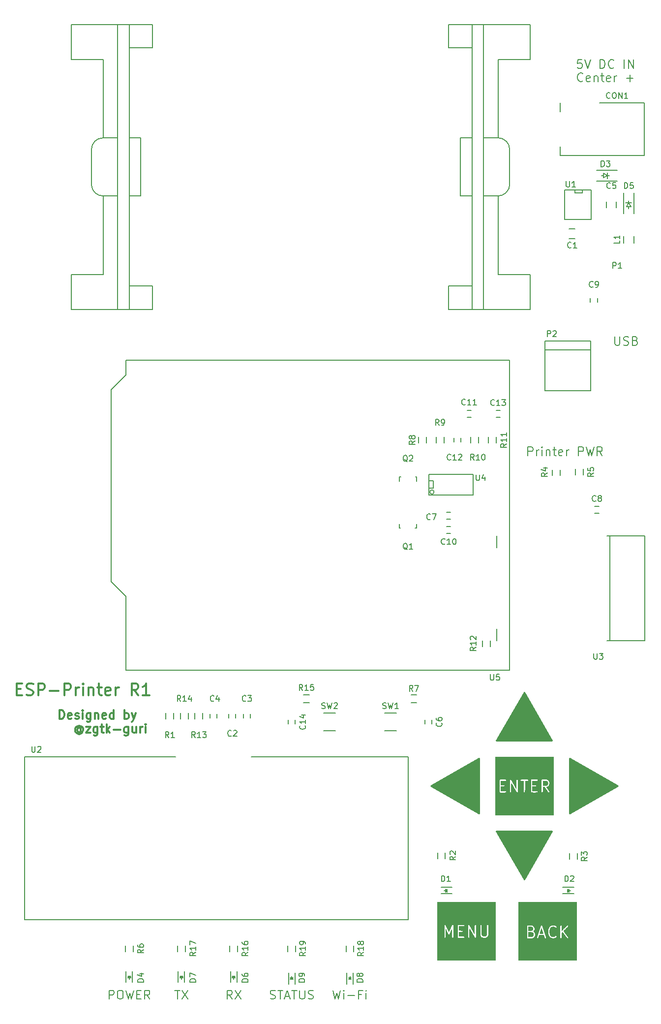
<source format=gto>
G04 #@! TF.FileFunction,Legend,Top*
%FSLAX46Y46*%
G04 Gerber Fmt 4.6, Leading zero omitted, Abs format (unit mm)*
G04 Created by KiCad (PCBNEW 4.0.1-stable) date Monday, 18 September 2017 'pmt' 22:45:53*
%MOMM*%
G01*
G04 APERTURE LIST*
%ADD10C,0.100000*%
%ADD11C,0.300000*%
%ADD12C,0.200000*%
%ADD13C,0.150000*%
%ADD14C,0.010000*%
%ADD15C,0.254000*%
G04 APERTURE END LIST*
D10*
D11*
X9000000Y49521429D02*
X9000000Y51021429D01*
X9357143Y51021429D01*
X9571428Y50950000D01*
X9714286Y50807143D01*
X9785714Y50664286D01*
X9857143Y50378571D01*
X9857143Y50164286D01*
X9785714Y49878571D01*
X9714286Y49735714D01*
X9571428Y49592857D01*
X9357143Y49521429D01*
X9000000Y49521429D01*
X11071428Y49592857D02*
X10928571Y49521429D01*
X10642857Y49521429D01*
X10500000Y49592857D01*
X10428571Y49735714D01*
X10428571Y50307143D01*
X10500000Y50450000D01*
X10642857Y50521429D01*
X10928571Y50521429D01*
X11071428Y50450000D01*
X11142857Y50307143D01*
X11142857Y50164286D01*
X10428571Y50021429D01*
X11714285Y49592857D02*
X11857142Y49521429D01*
X12142857Y49521429D01*
X12285714Y49592857D01*
X12357142Y49735714D01*
X12357142Y49807143D01*
X12285714Y49950000D01*
X12142857Y50021429D01*
X11928571Y50021429D01*
X11785714Y50092857D01*
X11714285Y50235714D01*
X11714285Y50307143D01*
X11785714Y50450000D01*
X11928571Y50521429D01*
X12142857Y50521429D01*
X12285714Y50450000D01*
X13000000Y49521429D02*
X13000000Y50521429D01*
X13000000Y51021429D02*
X12928571Y50950000D01*
X13000000Y50878571D01*
X13071428Y50950000D01*
X13000000Y51021429D01*
X13000000Y50878571D01*
X14357143Y50521429D02*
X14357143Y49307143D01*
X14285714Y49164286D01*
X14214286Y49092857D01*
X14071429Y49021429D01*
X13857143Y49021429D01*
X13714286Y49092857D01*
X14357143Y49592857D02*
X14214286Y49521429D01*
X13928572Y49521429D01*
X13785714Y49592857D01*
X13714286Y49664286D01*
X13642857Y49807143D01*
X13642857Y50235714D01*
X13714286Y50378571D01*
X13785714Y50450000D01*
X13928572Y50521429D01*
X14214286Y50521429D01*
X14357143Y50450000D01*
X15071429Y50521429D02*
X15071429Y49521429D01*
X15071429Y50378571D02*
X15142857Y50450000D01*
X15285715Y50521429D01*
X15500000Y50521429D01*
X15642857Y50450000D01*
X15714286Y50307143D01*
X15714286Y49521429D01*
X17000000Y49592857D02*
X16857143Y49521429D01*
X16571429Y49521429D01*
X16428572Y49592857D01*
X16357143Y49735714D01*
X16357143Y50307143D01*
X16428572Y50450000D01*
X16571429Y50521429D01*
X16857143Y50521429D01*
X17000000Y50450000D01*
X17071429Y50307143D01*
X17071429Y50164286D01*
X16357143Y50021429D01*
X18357143Y49521429D02*
X18357143Y51021429D01*
X18357143Y49592857D02*
X18214286Y49521429D01*
X17928572Y49521429D01*
X17785714Y49592857D01*
X17714286Y49664286D01*
X17642857Y49807143D01*
X17642857Y50235714D01*
X17714286Y50378571D01*
X17785714Y50450000D01*
X17928572Y50521429D01*
X18214286Y50521429D01*
X18357143Y50450000D01*
X20214286Y49521429D02*
X20214286Y51021429D01*
X20214286Y50450000D02*
X20357143Y50521429D01*
X20642857Y50521429D01*
X20785714Y50450000D01*
X20857143Y50378571D01*
X20928572Y50235714D01*
X20928572Y49807143D01*
X20857143Y49664286D01*
X20785714Y49592857D01*
X20642857Y49521429D01*
X20357143Y49521429D01*
X20214286Y49592857D01*
X21428572Y50521429D02*
X21785715Y49521429D01*
X22142857Y50521429D02*
X21785715Y49521429D01*
X21642857Y49164286D01*
X21571429Y49092857D01*
X21428572Y49021429D01*
X12678571Y47835714D02*
X12607143Y47907143D01*
X12464286Y47978571D01*
X12321428Y47978571D01*
X12178571Y47907143D01*
X12107143Y47835714D01*
X12035714Y47692857D01*
X12035714Y47550000D01*
X12107143Y47407143D01*
X12178571Y47335714D01*
X12321428Y47264286D01*
X12464286Y47264286D01*
X12607143Y47335714D01*
X12678571Y47407143D01*
X12678571Y47978571D02*
X12678571Y47407143D01*
X12750000Y47335714D01*
X12821428Y47335714D01*
X12964286Y47407143D01*
X13035714Y47550000D01*
X13035714Y47907143D01*
X12892857Y48121429D01*
X12678571Y48264286D01*
X12392857Y48335714D01*
X12107143Y48264286D01*
X11892857Y48121429D01*
X11750000Y47907143D01*
X11678571Y47621429D01*
X11750000Y47335714D01*
X11892857Y47121429D01*
X12107143Y46978571D01*
X12392857Y46907143D01*
X12678571Y46978571D01*
X12892857Y47121429D01*
X13535714Y48121429D02*
X14321428Y48121429D01*
X13535714Y47121429D01*
X14321428Y47121429D01*
X15535714Y48121429D02*
X15535714Y46907143D01*
X15464285Y46764286D01*
X15392857Y46692857D01*
X15250000Y46621429D01*
X15035714Y46621429D01*
X14892857Y46692857D01*
X15535714Y47192857D02*
X15392857Y47121429D01*
X15107143Y47121429D01*
X14964285Y47192857D01*
X14892857Y47264286D01*
X14821428Y47407143D01*
X14821428Y47835714D01*
X14892857Y47978571D01*
X14964285Y48050000D01*
X15107143Y48121429D01*
X15392857Y48121429D01*
X15535714Y48050000D01*
X16035714Y48121429D02*
X16607143Y48121429D01*
X16250000Y48621429D02*
X16250000Y47335714D01*
X16321428Y47192857D01*
X16464286Y47121429D01*
X16607143Y47121429D01*
X17107143Y47121429D02*
X17107143Y48621429D01*
X17250000Y47692857D02*
X17678571Y47121429D01*
X17678571Y48121429D02*
X17107143Y47550000D01*
X18321429Y47692857D02*
X19464286Y47692857D01*
X20821429Y48121429D02*
X20821429Y46907143D01*
X20750000Y46764286D01*
X20678572Y46692857D01*
X20535715Y46621429D01*
X20321429Y46621429D01*
X20178572Y46692857D01*
X20821429Y47192857D02*
X20678572Y47121429D01*
X20392858Y47121429D01*
X20250000Y47192857D01*
X20178572Y47264286D01*
X20107143Y47407143D01*
X20107143Y47835714D01*
X20178572Y47978571D01*
X20250000Y48050000D01*
X20392858Y48121429D01*
X20678572Y48121429D01*
X20821429Y48050000D01*
X22178572Y48121429D02*
X22178572Y47121429D01*
X21535715Y48121429D02*
X21535715Y47335714D01*
X21607143Y47192857D01*
X21750001Y47121429D01*
X21964286Y47121429D01*
X22107143Y47192857D01*
X22178572Y47264286D01*
X22892858Y47121429D02*
X22892858Y48121429D01*
X22892858Y47835714D02*
X22964286Y47978571D01*
X23035715Y48050000D01*
X23178572Y48121429D01*
X23321429Y48121429D01*
X23821429Y47121429D02*
X23821429Y48121429D01*
X23821429Y48621429D02*
X23750000Y48550000D01*
X23821429Y48478571D01*
X23892857Y48550000D01*
X23821429Y48621429D01*
X23821429Y48478571D01*
X1619047Y54642857D02*
X2285714Y54642857D01*
X2571428Y53595238D02*
X1619047Y53595238D01*
X1619047Y55595238D01*
X2571428Y55595238D01*
X3333333Y53690476D02*
X3619048Y53595238D01*
X4095238Y53595238D01*
X4285714Y53690476D01*
X4380952Y53785714D01*
X4476191Y53976190D01*
X4476191Y54166667D01*
X4380952Y54357143D01*
X4285714Y54452381D01*
X4095238Y54547619D01*
X3714286Y54642857D01*
X3523810Y54738095D01*
X3428571Y54833333D01*
X3333333Y55023810D01*
X3333333Y55214286D01*
X3428571Y55404762D01*
X3523810Y55500000D01*
X3714286Y55595238D01*
X4190476Y55595238D01*
X4476191Y55500000D01*
X5333333Y53595238D02*
X5333333Y55595238D01*
X6095238Y55595238D01*
X6285714Y55500000D01*
X6380953Y55404762D01*
X6476191Y55214286D01*
X6476191Y54928571D01*
X6380953Y54738095D01*
X6285714Y54642857D01*
X6095238Y54547619D01*
X5333333Y54547619D01*
X7333333Y54357143D02*
X8857143Y54357143D01*
X9809523Y53595238D02*
X9809523Y55595238D01*
X10571428Y55595238D01*
X10761904Y55500000D01*
X10857143Y55404762D01*
X10952381Y55214286D01*
X10952381Y54928571D01*
X10857143Y54738095D01*
X10761904Y54642857D01*
X10571428Y54547619D01*
X9809523Y54547619D01*
X11809523Y53595238D02*
X11809523Y54928571D01*
X11809523Y54547619D02*
X11904762Y54738095D01*
X12000000Y54833333D01*
X12190476Y54928571D01*
X12380952Y54928571D01*
X13047618Y53595238D02*
X13047618Y54928571D01*
X13047618Y55595238D02*
X12952380Y55500000D01*
X13047618Y55404762D01*
X13142857Y55500000D01*
X13047618Y55595238D01*
X13047618Y55404762D01*
X13999999Y54928571D02*
X13999999Y53595238D01*
X13999999Y54738095D02*
X14095238Y54833333D01*
X14285714Y54928571D01*
X14571428Y54928571D01*
X14761904Y54833333D01*
X14857142Y54642857D01*
X14857142Y53595238D01*
X15523809Y54928571D02*
X16285714Y54928571D01*
X15809523Y55595238D02*
X15809523Y53880952D01*
X15904762Y53690476D01*
X16095238Y53595238D01*
X16285714Y53595238D01*
X17714285Y53690476D02*
X17523809Y53595238D01*
X17142857Y53595238D01*
X16952380Y53690476D01*
X16857142Y53880952D01*
X16857142Y54642857D01*
X16952380Y54833333D01*
X17142857Y54928571D01*
X17523809Y54928571D01*
X17714285Y54833333D01*
X17809523Y54642857D01*
X17809523Y54452381D01*
X16857142Y54261905D01*
X18666666Y53595238D02*
X18666666Y54928571D01*
X18666666Y54547619D02*
X18761905Y54738095D01*
X18857143Y54833333D01*
X19047619Y54928571D01*
X19238095Y54928571D01*
X22571429Y53595238D02*
X21904762Y54547619D01*
X21428571Y53595238D02*
X21428571Y55595238D01*
X22190476Y55595238D01*
X22380952Y55500000D01*
X22476191Y55404762D01*
X22571429Y55214286D01*
X22571429Y54928571D01*
X22476191Y54738095D01*
X22380952Y54642857D01*
X22190476Y54547619D01*
X21428571Y54547619D01*
X24476191Y53595238D02*
X23333333Y53595238D01*
X23904762Y53595238D02*
X23904762Y55595238D01*
X23714286Y55309524D01*
X23523810Y55119048D01*
X23333333Y55023810D01*
D12*
X89642858Y94821429D02*
X89642858Y96321429D01*
X90214286Y96321429D01*
X90357144Y96250000D01*
X90428572Y96178571D01*
X90500001Y96035714D01*
X90500001Y95821429D01*
X90428572Y95678571D01*
X90357144Y95607143D01*
X90214286Y95535714D01*
X89642858Y95535714D01*
X91142858Y94821429D02*
X91142858Y95821429D01*
X91142858Y95535714D02*
X91214286Y95678571D01*
X91285715Y95750000D01*
X91428572Y95821429D01*
X91571429Y95821429D01*
X92071429Y94821429D02*
X92071429Y95821429D01*
X92071429Y96321429D02*
X92000000Y96250000D01*
X92071429Y96178571D01*
X92142857Y96250000D01*
X92071429Y96321429D01*
X92071429Y96178571D01*
X92785715Y95821429D02*
X92785715Y94821429D01*
X92785715Y95678571D02*
X92857143Y95750000D01*
X93000001Y95821429D01*
X93214286Y95821429D01*
X93357143Y95750000D01*
X93428572Y95607143D01*
X93428572Y94821429D01*
X93928572Y95821429D02*
X94500001Y95821429D01*
X94142858Y96321429D02*
X94142858Y95035714D01*
X94214286Y94892857D01*
X94357144Y94821429D01*
X94500001Y94821429D01*
X95571429Y94892857D02*
X95428572Y94821429D01*
X95142858Y94821429D01*
X95000001Y94892857D01*
X94928572Y95035714D01*
X94928572Y95607143D01*
X95000001Y95750000D01*
X95142858Y95821429D01*
X95428572Y95821429D01*
X95571429Y95750000D01*
X95642858Y95607143D01*
X95642858Y95464286D01*
X94928572Y95321429D01*
X96285715Y94821429D02*
X96285715Y95821429D01*
X96285715Y95535714D02*
X96357143Y95678571D01*
X96428572Y95750000D01*
X96571429Y95821429D01*
X96714286Y95821429D01*
X98357143Y94821429D02*
X98357143Y96321429D01*
X98928571Y96321429D01*
X99071429Y96250000D01*
X99142857Y96178571D01*
X99214286Y96035714D01*
X99214286Y95821429D01*
X99142857Y95678571D01*
X99071429Y95607143D01*
X98928571Y95535714D01*
X98357143Y95535714D01*
X99714286Y96321429D02*
X100071429Y94821429D01*
X100357143Y95892857D01*
X100642857Y94821429D01*
X101000000Y96321429D01*
X102428572Y94821429D02*
X101928572Y95535714D01*
X101571429Y94821429D02*
X101571429Y96321429D01*
X102142857Y96321429D01*
X102285715Y96250000D01*
X102357143Y96178571D01*
X102428572Y96035714D01*
X102428572Y95821429D01*
X102357143Y95678571D01*
X102285715Y95607143D01*
X102142857Y95535714D01*
X101571429Y95535714D01*
X104607143Y115321429D02*
X104607143Y114107143D01*
X104678571Y113964286D01*
X104750000Y113892857D01*
X104892857Y113821429D01*
X105178571Y113821429D01*
X105321429Y113892857D01*
X105392857Y113964286D01*
X105464286Y114107143D01*
X105464286Y115321429D01*
X106107143Y113892857D02*
X106321429Y113821429D01*
X106678572Y113821429D01*
X106821429Y113892857D01*
X106892858Y113964286D01*
X106964286Y114107143D01*
X106964286Y114250000D01*
X106892858Y114392857D01*
X106821429Y114464286D01*
X106678572Y114535714D01*
X106392858Y114607143D01*
X106250000Y114678571D01*
X106178572Y114750000D01*
X106107143Y114892857D01*
X106107143Y115035714D01*
X106178572Y115178571D01*
X106250000Y115250000D01*
X106392858Y115321429D01*
X106750000Y115321429D01*
X106964286Y115250000D01*
X108107143Y114607143D02*
X108321429Y114535714D01*
X108392857Y114464286D01*
X108464286Y114321429D01*
X108464286Y114107143D01*
X108392857Y113964286D01*
X108321429Y113892857D01*
X108178571Y113821429D01*
X107607143Y113821429D01*
X107607143Y115321429D01*
X108107143Y115321429D01*
X108250000Y115250000D01*
X108321429Y115178571D01*
X108392857Y115035714D01*
X108392857Y114892857D01*
X108321429Y114750000D01*
X108250000Y114678571D01*
X108107143Y114607143D01*
X107607143Y114607143D01*
X98928572Y162971429D02*
X98214286Y162971429D01*
X98142857Y162257143D01*
X98214286Y162328571D01*
X98357143Y162400000D01*
X98714286Y162400000D01*
X98857143Y162328571D01*
X98928572Y162257143D01*
X99000000Y162114286D01*
X99000000Y161757143D01*
X98928572Y161614286D01*
X98857143Y161542857D01*
X98714286Y161471429D01*
X98357143Y161471429D01*
X98214286Y161542857D01*
X98142857Y161614286D01*
X99428571Y162971429D02*
X99928571Y161471429D01*
X100428571Y162971429D01*
X102071428Y161471429D02*
X102071428Y162971429D01*
X102428571Y162971429D01*
X102642856Y162900000D01*
X102785714Y162757143D01*
X102857142Y162614286D01*
X102928571Y162328571D01*
X102928571Y162114286D01*
X102857142Y161828571D01*
X102785714Y161685714D01*
X102642856Y161542857D01*
X102428571Y161471429D01*
X102071428Y161471429D01*
X104428571Y161614286D02*
X104357142Y161542857D01*
X104142856Y161471429D01*
X103999999Y161471429D01*
X103785714Y161542857D01*
X103642856Y161685714D01*
X103571428Y161828571D01*
X103499999Y162114286D01*
X103499999Y162328571D01*
X103571428Y162614286D01*
X103642856Y162757143D01*
X103785714Y162900000D01*
X103999999Y162971429D01*
X104142856Y162971429D01*
X104357142Y162900000D01*
X104428571Y162828571D01*
X106214285Y161471429D02*
X106214285Y162971429D01*
X106928571Y161471429D02*
X106928571Y162971429D01*
X107785714Y161471429D01*
X107785714Y162971429D01*
X99107144Y159314286D02*
X99035715Y159242857D01*
X98821429Y159171429D01*
X98678572Y159171429D01*
X98464287Y159242857D01*
X98321429Y159385714D01*
X98250001Y159528571D01*
X98178572Y159814286D01*
X98178572Y160028571D01*
X98250001Y160314286D01*
X98321429Y160457143D01*
X98464287Y160600000D01*
X98678572Y160671429D01*
X98821429Y160671429D01*
X99035715Y160600000D01*
X99107144Y160528571D01*
X100321429Y159242857D02*
X100178572Y159171429D01*
X99892858Y159171429D01*
X99750001Y159242857D01*
X99678572Y159385714D01*
X99678572Y159957143D01*
X99750001Y160100000D01*
X99892858Y160171429D01*
X100178572Y160171429D01*
X100321429Y160100000D01*
X100392858Y159957143D01*
X100392858Y159814286D01*
X99678572Y159671429D01*
X101035715Y160171429D02*
X101035715Y159171429D01*
X101035715Y160028571D02*
X101107143Y160100000D01*
X101250001Y160171429D01*
X101464286Y160171429D01*
X101607143Y160100000D01*
X101678572Y159957143D01*
X101678572Y159171429D01*
X102178572Y160171429D02*
X102750001Y160171429D01*
X102392858Y160671429D02*
X102392858Y159385714D01*
X102464286Y159242857D01*
X102607144Y159171429D01*
X102750001Y159171429D01*
X103821429Y159242857D02*
X103678572Y159171429D01*
X103392858Y159171429D01*
X103250001Y159242857D01*
X103178572Y159385714D01*
X103178572Y159957143D01*
X103250001Y160100000D01*
X103392858Y160171429D01*
X103678572Y160171429D01*
X103821429Y160100000D01*
X103892858Y159957143D01*
X103892858Y159814286D01*
X103178572Y159671429D01*
X104535715Y159171429D02*
X104535715Y160171429D01*
X104535715Y159885714D02*
X104607143Y160028571D01*
X104678572Y160100000D01*
X104821429Y160171429D01*
X104964286Y160171429D01*
X106607143Y159742857D02*
X107750000Y159742857D01*
X107178571Y159171429D02*
X107178571Y160314286D01*
X56071429Y2821429D02*
X56428572Y1321429D01*
X56714286Y2392857D01*
X57000000Y1321429D01*
X57357143Y2821429D01*
X57928572Y1321429D02*
X57928572Y2321429D01*
X57928572Y2821429D02*
X57857143Y2750000D01*
X57928572Y2678571D01*
X58000000Y2750000D01*
X57928572Y2821429D01*
X57928572Y2678571D01*
X58642858Y1892857D02*
X59785715Y1892857D01*
X61000001Y2107143D02*
X60500001Y2107143D01*
X60500001Y1321429D02*
X60500001Y2821429D01*
X61214287Y2821429D01*
X61785715Y1321429D02*
X61785715Y2321429D01*
X61785715Y2821429D02*
X61714286Y2750000D01*
X61785715Y2678571D01*
X61857143Y2750000D01*
X61785715Y2821429D01*
X61785715Y2678571D01*
X45285715Y1392857D02*
X45500001Y1321429D01*
X45857144Y1321429D01*
X46000001Y1392857D01*
X46071430Y1464286D01*
X46142858Y1607143D01*
X46142858Y1750000D01*
X46071430Y1892857D01*
X46000001Y1964286D01*
X45857144Y2035714D01*
X45571430Y2107143D01*
X45428572Y2178571D01*
X45357144Y2250000D01*
X45285715Y2392857D01*
X45285715Y2535714D01*
X45357144Y2678571D01*
X45428572Y2750000D01*
X45571430Y2821429D01*
X45928572Y2821429D01*
X46142858Y2750000D01*
X46571429Y2821429D02*
X47428572Y2821429D01*
X47000001Y1321429D02*
X47000001Y2821429D01*
X47857143Y1750000D02*
X48571429Y1750000D01*
X47714286Y1321429D02*
X48214286Y2821429D01*
X48714286Y1321429D01*
X49000000Y2821429D02*
X49857143Y2821429D01*
X49428572Y1321429D02*
X49428572Y2821429D01*
X50357143Y2821429D02*
X50357143Y1607143D01*
X50428571Y1464286D01*
X50500000Y1392857D01*
X50642857Y1321429D01*
X50928571Y1321429D01*
X51071429Y1392857D01*
X51142857Y1464286D01*
X51214286Y1607143D01*
X51214286Y2821429D01*
X51857143Y1392857D02*
X52071429Y1321429D01*
X52428572Y1321429D01*
X52571429Y1392857D01*
X52642858Y1464286D01*
X52714286Y1607143D01*
X52714286Y1750000D01*
X52642858Y1892857D01*
X52571429Y1964286D01*
X52428572Y2035714D01*
X52142858Y2107143D01*
X52000000Y2178571D01*
X51928572Y2250000D01*
X51857143Y2392857D01*
X51857143Y2535714D01*
X51928572Y2678571D01*
X52000000Y2750000D01*
X52142858Y2821429D01*
X52500000Y2821429D01*
X52714286Y2750000D01*
X38750001Y1321429D02*
X38250001Y2035714D01*
X37892858Y1321429D02*
X37892858Y2821429D01*
X38464286Y2821429D01*
X38607144Y2750000D01*
X38678572Y2678571D01*
X38750001Y2535714D01*
X38750001Y2321429D01*
X38678572Y2178571D01*
X38607144Y2107143D01*
X38464286Y2035714D01*
X37892858Y2035714D01*
X39250001Y2821429D02*
X40250001Y1321429D01*
X40250001Y2821429D02*
X39250001Y1321429D01*
X28857143Y2821429D02*
X29714286Y2821429D01*
X29285715Y1321429D02*
X29285715Y2821429D01*
X30071429Y2821429D02*
X31071429Y1321429D01*
X31071429Y2821429D02*
X30071429Y1321429D01*
X17535714Y1321429D02*
X17535714Y2821429D01*
X18107142Y2821429D01*
X18250000Y2750000D01*
X18321428Y2678571D01*
X18392857Y2535714D01*
X18392857Y2321429D01*
X18321428Y2178571D01*
X18250000Y2107143D01*
X18107142Y2035714D01*
X17535714Y2035714D01*
X19321428Y2821429D02*
X19607142Y2821429D01*
X19750000Y2750000D01*
X19892857Y2607143D01*
X19964285Y2321429D01*
X19964285Y1821429D01*
X19892857Y1535714D01*
X19750000Y1392857D01*
X19607142Y1321429D01*
X19321428Y1321429D01*
X19178571Y1392857D01*
X19035714Y1535714D01*
X18964285Y1821429D01*
X18964285Y2321429D01*
X19035714Y2607143D01*
X19178571Y2750000D01*
X19321428Y2821429D01*
X20464286Y2821429D02*
X20821429Y1321429D01*
X21107143Y2392857D01*
X21392857Y1321429D01*
X21750000Y2821429D01*
X22321429Y2107143D02*
X22821429Y2107143D01*
X23035715Y1321429D02*
X22321429Y1321429D01*
X22321429Y2821429D01*
X23035715Y2821429D01*
X24535715Y1321429D02*
X24035715Y2035714D01*
X23678572Y1321429D02*
X23678572Y2821429D01*
X24250000Y2821429D01*
X24392858Y2750000D01*
X24464286Y2678571D01*
X24535715Y2535714D01*
X24535715Y2321429D01*
X24464286Y2178571D01*
X24392858Y2107143D01*
X24250000Y2035714D01*
X23678572Y2035714D01*
D13*
X100430000Y106000000D02*
X92570000Y106000000D01*
X100430000Y113000000D02*
X92570000Y113000000D01*
X100430000Y114500000D02*
X92570000Y114500000D01*
X100430000Y114500000D02*
X100430000Y106000000D01*
X92570000Y106000000D02*
X92570000Y114500000D01*
X3000000Y15000000D02*
X3000000Y43000000D01*
X69000000Y15000000D02*
X3000000Y15000000D01*
X69000000Y43000000D02*
X69000000Y15000000D01*
X42000000Y43000000D02*
X69000000Y43000000D01*
X3000000Y43000000D02*
X29000000Y43000000D01*
X96750000Y132150000D02*
X97750000Y132150000D01*
X97750000Y133850000D02*
X96750000Y133850000D01*
X38150000Y49650000D02*
X38150000Y50350000D01*
X39350000Y50350000D02*
X39350000Y49650000D01*
X41850000Y50350000D02*
X41850000Y49650000D01*
X40650000Y49650000D02*
X40650000Y50350000D01*
X36100000Y50400000D02*
X36100000Y49700000D01*
X34900000Y49700000D02*
X34900000Y50400000D01*
X104850000Y137500000D02*
X104850000Y138500000D01*
X103150000Y138500000D02*
X103150000Y137500000D01*
X73100000Y49350000D02*
X73100000Y48650000D01*
X71900000Y48650000D02*
X71900000Y49350000D01*
X75650000Y85100000D02*
X76350000Y85100000D01*
X76350000Y83900000D02*
X75650000Y83900000D01*
X101150000Y86100000D02*
X101850000Y86100000D01*
X101850000Y84900000D02*
X101150000Y84900000D01*
X101600000Y121900000D02*
X101600000Y121200000D01*
X100400000Y121200000D02*
X100400000Y121900000D01*
X75650000Y82600000D02*
X76350000Y82600000D01*
X76350000Y81400000D02*
X75650000Y81400000D01*
X79900000Y101400000D02*
X79200000Y101400000D01*
X79200000Y102600000D02*
X79900000Y102600000D01*
X76900000Y97150000D02*
X76900000Y97850000D01*
X78100000Y97850000D02*
X78100000Y97150000D01*
X84150000Y102600000D02*
X84850000Y102600000D01*
X84850000Y101400000D02*
X84150000Y101400000D01*
X49600000Y49350000D02*
X49600000Y48650000D01*
X48400000Y48650000D02*
X48400000Y49350000D01*
X109700000Y155500000D02*
X102000000Y155500000D01*
X95200000Y146500000D02*
X109700000Y146500000D01*
X95200000Y154000000D02*
X95200000Y155500000D01*
X95200000Y146500000D02*
X95200000Y148000000D01*
X109700000Y146500000D02*
X109700000Y155500000D01*
X76600000Y20550000D02*
X74700000Y20550000D01*
X76600000Y19450000D02*
X74700000Y19450000D01*
X75700000Y20000000D02*
X75250000Y20000000D01*
X75750000Y19750000D02*
X75750000Y20250000D01*
X75750000Y20000000D02*
X75500000Y19750000D01*
X75500000Y19750000D02*
X75500000Y20250000D01*
X75500000Y20250000D02*
X75750000Y20000000D01*
X95649300Y19450000D02*
X97549300Y19450000D01*
X95649300Y20550000D02*
X97549300Y20550000D01*
X96549300Y20000000D02*
X96999300Y20000000D01*
X96499300Y20250000D02*
X96499300Y19750000D01*
X96499300Y20000000D02*
X96749300Y20250000D01*
X96749300Y20250000D02*
X96749300Y19750000D01*
X96749300Y19750000D02*
X96499300Y20000000D01*
X102682500Y143000000D02*
X102301500Y143000000D01*
X103698500Y143000000D02*
X103317500Y143000000D01*
X103317500Y143000000D02*
X102682500Y142619000D01*
X102682500Y142619000D02*
X102682500Y143381000D01*
X102682500Y143381000D02*
X103317500Y143000000D01*
X103317500Y142492000D02*
X103317500Y143508000D01*
X105000000Y143900000D02*
X101460000Y143900000D01*
X105000000Y142100000D02*
X101460000Y142100000D01*
X20450000Y6100000D02*
X20450000Y4200000D01*
X21550000Y6100000D02*
X21550000Y4200000D01*
X21000000Y5200000D02*
X21000000Y4750000D01*
X21250000Y5250000D02*
X20750000Y5250000D01*
X21000000Y5250000D02*
X21250000Y5000000D01*
X21250000Y5000000D02*
X20750000Y5000000D01*
X20750000Y5000000D02*
X21000000Y5250000D01*
X107000000Y137682500D02*
X107000000Y137301500D01*
X107000000Y138698500D02*
X107000000Y138317500D01*
X107000000Y138317500D02*
X107381000Y137682500D01*
X107381000Y137682500D02*
X106619000Y137682500D01*
X106619000Y137682500D02*
X107000000Y138317500D01*
X107508000Y138317500D02*
X106492000Y138317500D01*
X106100000Y140000000D02*
X106100000Y136460000D01*
X107900000Y140000000D02*
X107900000Y136460000D01*
X38450000Y6100000D02*
X38450000Y4200000D01*
X39550000Y6100000D02*
X39550000Y4200000D01*
X39000000Y5200000D02*
X39000000Y4750000D01*
X39250000Y5250000D02*
X38750000Y5250000D01*
X39000000Y5250000D02*
X39250000Y5000000D01*
X39250000Y5000000D02*
X38750000Y5000000D01*
X38750000Y5000000D02*
X39000000Y5250000D01*
X29450000Y6100000D02*
X29450000Y4200000D01*
X30550000Y6100000D02*
X30550000Y4200000D01*
X30000000Y5200000D02*
X30000000Y4750000D01*
X30250000Y5250000D02*
X29750000Y5250000D01*
X30000000Y5250000D02*
X30250000Y5000000D01*
X30250000Y5000000D02*
X29750000Y5000000D01*
X29750000Y5000000D02*
X30000000Y5250000D01*
X59550000Y3900000D02*
X59550000Y5800000D01*
X58450000Y3900000D02*
X58450000Y5800000D01*
X59000000Y4800000D02*
X59000000Y5250000D01*
X58750000Y4750000D02*
X59250000Y4750000D01*
X59000000Y4750000D02*
X58750000Y5000000D01*
X58750000Y5000000D02*
X59250000Y5000000D01*
X59250000Y5000000D02*
X59000000Y4750000D01*
X49550000Y3900000D02*
X49550000Y5800000D01*
X48450000Y3900000D02*
X48450000Y5800000D01*
X49000000Y4800000D02*
X49000000Y5250000D01*
X48750000Y4750000D02*
X49250000Y4750000D01*
X49000000Y4750000D02*
X48750000Y5000000D01*
X48750000Y5000000D02*
X49250000Y5000000D01*
X49250000Y5000000D02*
X49000000Y4750000D01*
X106125000Y131400000D02*
X106125000Y132600000D01*
X107875000Y132600000D02*
X107875000Y131400000D01*
X70499820Y83050800D02*
X70499820Y82349760D01*
X70499820Y82349760D02*
X70250900Y82349760D01*
X67700840Y82349760D02*
X67500180Y82349760D01*
X67500180Y82349760D02*
X67500180Y83050800D01*
X67500180Y90450340D02*
X67500180Y91151380D01*
X67500180Y91151380D02*
X67749100Y91151380D01*
X70299160Y91151380D02*
X70499820Y91151380D01*
X70499820Y91151380D02*
X70499820Y90450340D01*
X27325000Y49550000D02*
X27325000Y50550000D01*
X28675000Y50550000D02*
X28675000Y49550000D01*
X74075000Y25500000D02*
X74075000Y26500000D01*
X75425000Y26500000D02*
X75425000Y25500000D01*
X96825000Y25400000D02*
X96825000Y26400000D01*
X98175000Y26400000D02*
X98175000Y25400000D01*
X93825000Y91400000D02*
X93825000Y92400000D01*
X95175000Y92400000D02*
X95175000Y91400000D01*
X99175000Y92500000D02*
X99175000Y91500000D01*
X97825000Y91500000D02*
X97825000Y92500000D01*
X21675000Y10500000D02*
X21675000Y9500000D01*
X20325000Y9500000D02*
X20325000Y10500000D01*
X69500000Y53675000D02*
X70500000Y53675000D01*
X70500000Y52325000D02*
X69500000Y52325000D01*
X70825000Y97000000D02*
X70825000Y98000000D01*
X72175000Y98000000D02*
X72175000Y97000000D01*
X75175000Y98000000D02*
X75175000Y97000000D01*
X73825000Y97000000D02*
X73825000Y98000000D01*
X81175000Y98000000D02*
X81175000Y97000000D01*
X79825000Y97000000D02*
X79825000Y98000000D01*
X84175000Y98000000D02*
X84175000Y97000000D01*
X82825000Y97000000D02*
X82825000Y98000000D01*
X81825000Y62000000D02*
X81825000Y63000000D01*
X83175000Y63000000D02*
X83175000Y62000000D01*
X32325000Y49550000D02*
X32325000Y50550000D01*
X33675000Y50550000D02*
X33675000Y49550000D01*
X29825000Y49550000D02*
X29825000Y50550000D01*
X31175000Y50550000D02*
X31175000Y49550000D01*
X52000000Y52325000D02*
X51000000Y52325000D01*
X51000000Y53675000D02*
X52000000Y53675000D01*
X39675000Y10500000D02*
X39675000Y9500000D01*
X38325000Y9500000D02*
X38325000Y10500000D01*
X30675000Y10500000D02*
X30675000Y9500000D01*
X29325000Y9500000D02*
X29325000Y10500000D01*
X58325000Y9500000D02*
X58325000Y10500000D01*
X59675000Y10500000D02*
X59675000Y9500000D01*
X48325000Y9500000D02*
X48325000Y10500000D01*
X49675000Y10500000D02*
X49675000Y9500000D01*
X65000000Y47500000D02*
X67000000Y47500000D01*
X67000000Y50500000D02*
X65000000Y50500000D01*
X54500000Y47500000D02*
X56500000Y47500000D01*
X56500000Y50500000D02*
X54500000Y50500000D01*
X100536000Y140540000D02*
X100536000Y135460000D01*
X100536000Y135460000D02*
X95964000Y135460000D01*
X95964000Y135460000D02*
X95964000Y140540000D01*
X95964000Y140540000D02*
X100536000Y140540000D01*
X99012000Y140540000D02*
X99012000Y140032000D01*
X99012000Y140032000D02*
X97742000Y140032000D01*
X97742000Y140032000D02*
X97742000Y140540000D01*
X84250000Y63000000D02*
X84250000Y65000000D01*
X103750000Y81000000D02*
X103750000Y63000000D01*
X103200000Y81000000D02*
X109750000Y81000000D01*
X84250000Y79000000D02*
X84250000Y81000000D01*
X109750000Y63000000D02*
X103200000Y63000000D01*
X109750000Y81000000D02*
X109750000Y63000000D01*
X80231000Y91611000D02*
X72611000Y91611000D01*
X72611000Y88055000D02*
X80231000Y88055000D01*
X80231000Y91611000D02*
X80231000Y88055000D01*
X72611000Y88055000D02*
X72611000Y91611000D01*
X73478210Y88563000D02*
G75*
G03X73478210Y88563000I-359210J0D01*
G01*
X72611000Y90468000D02*
X73373000Y90468000D01*
X73373000Y90468000D02*
X73373000Y89198000D01*
X73373000Y89198000D02*
X72611000Y89198000D01*
X21000000Y139500000D02*
X21000000Y149500000D01*
X16500000Y149500000D02*
X19000000Y149500000D01*
X16500000Y139500000D02*
X19000000Y139500000D01*
X19000000Y120000000D02*
X19000000Y169000000D01*
X21000000Y124000000D02*
X21000000Y120000000D01*
X21000000Y165000000D02*
X21000000Y169000000D01*
X16500000Y149500000D02*
G75*
G03X14500000Y147500000I0J-2000000D01*
G01*
X14500000Y141500000D02*
G75*
G03X16500000Y139500000I2000000J0D01*
G01*
X11000000Y163000000D02*
X16500000Y163000000D01*
X16500000Y163000000D02*
X16500000Y149500000D01*
X14500000Y147500000D02*
X14500000Y142000000D01*
X14500000Y142000000D02*
X14500000Y141500000D01*
X16500000Y139500000D02*
X16500000Y126000000D01*
X16500000Y126000000D02*
X11000000Y126000000D01*
X11000000Y126000000D02*
X11000000Y120000000D01*
X11000000Y120000000D02*
X25000000Y120000000D01*
X25000000Y120000000D02*
X25000000Y124000000D01*
X25000000Y124000000D02*
X21000000Y124000000D01*
X21000000Y124000000D02*
X21000000Y139500000D01*
X21000000Y139500000D02*
X23000000Y139500000D01*
X23000000Y139500000D02*
X23000000Y149500000D01*
X23000000Y149500000D02*
X21000000Y149500000D01*
X21000000Y149500000D02*
X21000000Y165000000D01*
X21000000Y165000000D02*
X25000000Y165000000D01*
X25000000Y165000000D02*
X25000000Y169000000D01*
X25000000Y169000000D02*
X11000000Y169000000D01*
X11000000Y169000000D02*
X11000000Y163000000D01*
X84500000Y139500000D02*
X82000000Y139500000D01*
X86500000Y141500000D02*
X86500000Y147000000D01*
X84500000Y139500000D02*
G75*
G03X86500000Y141500000I0J2000000D01*
G01*
X84500000Y126000000D02*
X84500000Y139500000D01*
X80000000Y149500000D02*
X80000000Y139500000D01*
X80000000Y165000000D02*
X80000000Y149500000D01*
X80000000Y149500000D02*
X78000000Y149500000D01*
X78000000Y149500000D02*
X78000000Y139500000D01*
X76000000Y120000000D02*
X90000000Y120000000D01*
X80000000Y124000000D02*
X80000000Y120000000D01*
X80000000Y124000000D02*
X76000000Y124000000D01*
X76000000Y124000000D02*
X76000000Y120000000D01*
X90000000Y126000000D02*
X84500000Y126000000D01*
X90000000Y120000000D02*
X90000000Y126000000D01*
X80000000Y165000000D02*
X80000000Y169000000D01*
X84500000Y163000000D02*
X90000000Y163000000D01*
X90000000Y163000000D02*
X90000000Y169000000D01*
X90000000Y169000000D02*
X76000000Y169000000D01*
X76000000Y169000000D02*
X76000000Y165000000D01*
X76000000Y165000000D02*
X80000000Y165000000D01*
X84500000Y149500000D02*
X84500000Y163000000D01*
X84500000Y149500000D02*
X82000000Y149500000D01*
X86500000Y147000000D02*
X86500000Y147500000D01*
X86500000Y147500000D02*
G75*
G03X84500000Y149500000I-2000000J0D01*
G01*
X78000000Y139500000D02*
X80000000Y139500000D01*
X80000000Y139500000D02*
X80000000Y124000000D01*
X82000000Y169000000D02*
X82000000Y120000000D01*
X20460000Y108710000D02*
X20460000Y111250000D01*
X17920000Y106170000D02*
X20460000Y108710000D01*
X20460000Y70610000D02*
X17920000Y73150000D01*
X20460000Y57910000D02*
X20460000Y70610000D01*
X20460000Y111250000D02*
X86500000Y111250000D01*
X17920000Y73150000D02*
X17920000Y106170000D01*
X86500000Y57910000D02*
X20460000Y57910000D01*
X86500000Y111250000D02*
X86500000Y57910000D01*
D14*
G36*
X94008003Y32991997D02*
X83991997Y32991997D01*
X83991997Y38344885D01*
X84654787Y38344885D01*
X84654827Y38186762D01*
X84655008Y38008565D01*
X84655013Y38004736D01*
X84655219Y37858254D01*
X84655442Y37717724D01*
X84655679Y37584597D01*
X84655927Y37460325D01*
X84656180Y37346360D01*
X84656435Y37244154D01*
X84656690Y37155158D01*
X84656939Y37080825D01*
X84657179Y37022607D01*
X84657407Y36981954D01*
X84657619Y36960320D01*
X84657714Y36957107D01*
X84665005Y36942598D01*
X84681123Y36920912D01*
X84683927Y36917595D01*
X84695601Y36904120D01*
X84706715Y36892818D01*
X84719141Y36883496D01*
X84734753Y36875960D01*
X84755424Y36870018D01*
X84783029Y36865476D01*
X84819439Y36862141D01*
X84866529Y36859820D01*
X84926172Y36858319D01*
X85000241Y36857446D01*
X85090610Y36857007D01*
X85199151Y36856809D01*
X85274122Y36856725D01*
X85391005Y36856810D01*
X85496555Y36857325D01*
X85589246Y36858240D01*
X85667553Y36859528D01*
X85729953Y36861161D01*
X85774921Y36863112D01*
X85800933Y36865352D01*
X85806079Y36866459D01*
X85830634Y36880769D01*
X85857936Y36903648D01*
X85882035Y36929199D01*
X85896982Y36951522D01*
X85899114Y36958678D01*
X85901759Y37012986D01*
X85896721Y37053123D01*
X85882140Y37085278D01*
X85856159Y37115637D01*
X85850311Y37121217D01*
X85821995Y37147687D01*
X85386091Y37152981D01*
X84950187Y37158274D01*
X84950049Y37849254D01*
X86464075Y37849254D01*
X86464219Y37693520D01*
X86464564Y37549736D01*
X86465102Y37418958D01*
X86465822Y37302244D01*
X86466717Y37200650D01*
X86467778Y37115231D01*
X86468995Y37047046D01*
X86470361Y36997149D01*
X86471865Y36966597D01*
X86473049Y36957107D01*
X86491842Y36919497D01*
X86520186Y36887321D01*
X86551928Y36866929D01*
X86563612Y36863590D01*
X86614675Y36860586D01*
X86662778Y36867531D01*
X86700681Y36883095D01*
X86710444Y36890561D01*
X86742050Y36931188D01*
X86761128Y36975636D01*
X86761518Y36987296D01*
X86761924Y37018397D01*
X86762337Y37067205D01*
X86762750Y37131983D01*
X86763153Y37210999D01*
X86763540Y37302516D01*
X86763900Y37404800D01*
X86764227Y37516117D01*
X86764511Y37634732D01*
X86764662Y37711327D01*
X86764931Y37852972D01*
X86765211Y37974839D01*
X86765547Y38078326D01*
X86765981Y38164832D01*
X86766556Y38235755D01*
X86767314Y38292492D01*
X86768299Y38336441D01*
X86769554Y38369001D01*
X86771120Y38391569D01*
X86773042Y38405543D01*
X86775361Y38412322D01*
X86778121Y38413303D01*
X86781365Y38409884D01*
X86785135Y38403464D01*
X86785830Y38402178D01*
X86805519Y38366825D01*
X86826593Y38330703D01*
X86828090Y38328220D01*
X86844270Y38300550D01*
X86856150Y38278628D01*
X86857764Y38275282D01*
X86867634Y38257044D01*
X86884057Y38229577D01*
X86891892Y38217049D01*
X86907349Y38190758D01*
X86916053Y38172145D01*
X86916826Y38167773D01*
X86922229Y38156164D01*
X86930434Y38147948D01*
X86943561Y38132624D01*
X86945977Y38125546D01*
X86951216Y38111438D01*
X86964385Y38087216D01*
X86970909Y38076551D01*
X86986708Y38050047D01*
X86996723Y38030474D01*
X86998132Y38026470D01*
X87006516Y38010824D01*
X87017193Y37997353D01*
X87027321Y37983336D01*
X87026609Y37978825D01*
X87025677Y37972499D01*
X87030411Y37965590D01*
X87046576Y37944290D01*
X87063684Y37918686D01*
X87078232Y37894519D01*
X87086717Y37877528D01*
X87086952Y37872947D01*
X87087667Y37866396D01*
X87096604Y37854419D01*
X87109881Y37835630D01*
X87128456Y37804908D01*
X87146442Y37772364D01*
X87165646Y37736490D01*
X87182576Y37705672D01*
X87192694Y37688063D01*
X87223060Y37637555D01*
X87242459Y37603398D01*
X87251623Y37584293D01*
X87252384Y37581784D01*
X87260796Y37564920D01*
X87266744Y37556833D01*
X87285729Y37529690D01*
X87305490Y37495309D01*
X87312449Y37481201D01*
X87325287Y37460216D01*
X87335680Y37446790D01*
X87344762Y37432693D01*
X87343018Y37428262D01*
X87342737Y37421754D01*
X87353606Y37407086D01*
X87365156Y37391811D01*
X87365417Y37385911D01*
X87364484Y37379586D01*
X87369219Y37372676D01*
X87385383Y37351377D01*
X87402492Y37325773D01*
X87417040Y37301605D01*
X87425525Y37284614D01*
X87425760Y37280034D01*
X87426474Y37273482D01*
X87435412Y37261505D01*
X87448689Y37242717D01*
X87467264Y37211994D01*
X87485250Y37179450D01*
X87504454Y37143576D01*
X87521384Y37112758D01*
X87531502Y37095149D01*
X87544788Y37073386D01*
X87563117Y37043359D01*
X87570281Y37031623D01*
X87585293Y37005074D01*
X87593716Y36986316D01*
X87594442Y36981945D01*
X87599845Y36970337D01*
X87608050Y36962120D01*
X87621262Y36945170D01*
X87623593Y36936616D01*
X87630686Y36921875D01*
X87648373Y36900562D01*
X87655095Y36893831D01*
X87675459Y36876871D01*
X87696549Y36867590D01*
X87725968Y36863616D01*
X87754818Y36862734D01*
X87794588Y36863407D01*
X87820497Y36868000D01*
X87839761Y36878397D01*
X87850642Y36887742D01*
X87860226Y36896444D01*
X87868702Y36904320D01*
X87876139Y36912653D01*
X87882604Y36922726D01*
X87888167Y36935822D01*
X87892894Y36953223D01*
X87896855Y36976215D01*
X87900118Y37006078D01*
X87902751Y37044097D01*
X87904821Y37091554D01*
X87906398Y37149732D01*
X87907550Y37219915D01*
X87908345Y37303385D01*
X87908851Y37401426D01*
X87909136Y37515320D01*
X87909269Y37646351D01*
X87909317Y37795802D01*
X87909350Y37964956D01*
X87909357Y37991696D01*
X87909334Y38177677D01*
X87909136Y38343272D01*
X87908756Y38489267D01*
X87908185Y38616451D01*
X87907413Y38725611D01*
X87906432Y38817536D01*
X87905233Y38893013D01*
X87903807Y38952830D01*
X87902145Y38997775D01*
X87902058Y38999198D01*
X88275852Y38999198D01*
X88279211Y38963596D01*
X88284874Y38947603D01*
X88300985Y38922472D01*
X88321118Y38898288D01*
X88340305Y38880257D01*
X88353582Y38873586D01*
X88355036Y38874038D01*
X88367148Y38871740D01*
X88369922Y38868368D01*
X88382822Y38864599D01*
X88415505Y38861577D01*
X88466591Y38859364D01*
X88534699Y38858021D01*
X88611570Y38857608D01*
X88846567Y38857608D01*
X88846477Y37913215D01*
X88846530Y37739958D01*
X88846733Y37586867D01*
X88847098Y37452933D01*
X88847639Y37337149D01*
X88848369Y37238505D01*
X88849302Y37155992D01*
X88850450Y37088602D01*
X88851828Y37035326D01*
X88853447Y36995155D01*
X88855321Y36967081D01*
X88857464Y36950094D01*
X88859178Y36944169D01*
X88889073Y36901675D01*
X88927815Y36875095D01*
X88978096Y36863312D01*
X89042606Y36865206D01*
X89047645Y36865812D01*
X89065981Y36875004D01*
X89090188Y36895154D01*
X89113697Y36920083D01*
X89129553Y36942856D01*
X89131981Y36951668D01*
X89134119Y36968913D01*
X89135982Y36995713D01*
X89137586Y37033192D01*
X89138945Y37082474D01*
X89140076Y37144681D01*
X89140995Y37220936D01*
X89141715Y37312364D01*
X89142254Y37420088D01*
X89142626Y37545230D01*
X89142638Y37553000D01*
X90084722Y37553000D01*
X90084808Y37435107D01*
X90085120Y37333289D01*
X90085711Y37246272D01*
X90086631Y37172780D01*
X90087934Y37111538D01*
X90089670Y37061272D01*
X90091890Y37020706D01*
X90094647Y36988565D01*
X90097992Y36963575D01*
X90101977Y36944460D01*
X90106653Y36929945D01*
X90112071Y36918756D01*
X90118284Y36909617D01*
X90125343Y36901253D01*
X90130645Y36895366D01*
X90153461Y36875876D01*
X90169946Y36866516D01*
X90184446Y36864850D01*
X90218012Y36863368D01*
X90268536Y36862095D01*
X90333907Y36861056D01*
X90412018Y36860276D01*
X90500760Y36859783D01*
X90598023Y36859600D01*
X90701698Y36859754D01*
X90722308Y36859825D01*
X91253495Y36861818D01*
X91281935Y36888287D01*
X91317140Y36933408D01*
X91334415Y36983549D01*
X91334155Y37034576D01*
X91316757Y37082353D01*
X91282615Y37122745D01*
X91257867Y37139746D01*
X91246012Y37143301D01*
X91223268Y37146221D01*
X91188098Y37148552D01*
X91138968Y37150340D01*
X91074343Y37151630D01*
X90992687Y37152467D01*
X90892465Y37152898D01*
X90810648Y37152981D01*
X90386994Y37152981D01*
X90386994Y37903753D01*
X90677322Y37906879D01*
X90967650Y37910004D01*
X90995228Y37935929D01*
X91024338Y37968633D01*
X91040992Y38003236D01*
X91047059Y38045887D01*
X91044758Y38099013D01*
X91035629Y38118042D01*
X91014829Y38142882D01*
X90988314Y38167611D01*
X90962040Y38186305D01*
X90952212Y38191046D01*
X90934577Y38193819D01*
X90898961Y38196302D01*
X90848555Y38198386D01*
X90786554Y38199961D01*
X90716150Y38200919D01*
X90656293Y38201167D01*
X90386994Y38201167D01*
X90386994Y38343091D01*
X91896828Y38343091D01*
X91896869Y38184662D01*
X91897049Y38006142D01*
X91897051Y38004764D01*
X91897256Y37858280D01*
X91897478Y37717748D01*
X91897714Y37584619D01*
X91897960Y37460345D01*
X91898211Y37346377D01*
X91898466Y37244169D01*
X91898719Y37155171D01*
X91898967Y37080836D01*
X91899206Y37022614D01*
X91899432Y36981959D01*
X91899643Y36960322D01*
X91899738Y36957107D01*
X91909063Y36938499D01*
X91929540Y36914118D01*
X91955033Y36890417D01*
X91978401Y36874362D01*
X92009095Y36862095D01*
X92041352Y36858991D01*
X92077674Y36862726D01*
X92103824Y36872884D01*
X92134049Y36893186D01*
X92162232Y36918351D01*
X92182255Y36943098D01*
X92188235Y36958166D01*
X92188560Y36971732D01*
X92188923Y37004102D01*
X92189310Y37052904D01*
X92189707Y37115768D01*
X92190098Y37190321D01*
X92190468Y37274193D01*
X92190804Y37365012D01*
X92190881Y37388558D01*
X92192205Y37804127D01*
X92445288Y37804127D01*
X92475269Y37761776D01*
X92499110Y37728124D01*
X92522472Y37695190D01*
X92528719Y37686394D01*
X92556395Y37647057D01*
X92586479Y37603677D01*
X92615958Y37560673D01*
X92641816Y37522465D01*
X92661038Y37493473D01*
X92669828Y37479516D01*
X92685912Y37456083D01*
X92702381Y37435806D01*
X92719073Y37414663D01*
X92742870Y37381757D01*
X92769549Y37343214D01*
X92794887Y37305161D01*
X92814663Y37273727D01*
X92818056Y37267946D01*
X92834152Y37244358D01*
X92850610Y37224051D01*
X92867302Y37202908D01*
X92891098Y37170002D01*
X92917777Y37131459D01*
X92943115Y37093407D01*
X92962891Y37061973D01*
X92966285Y37056191D01*
X92982346Y37033232D01*
X93000695Y37011614D01*
X93016743Y36991707D01*
X93023588Y36977626D01*
X93023589Y36977600D01*
X93031175Y36962190D01*
X93050032Y36938752D01*
X93075024Y36912645D01*
X93101012Y36889226D01*
X93122860Y36873854D01*
X93123257Y36873646D01*
X93153087Y36864395D01*
X93195453Y36862348D01*
X93241980Y36865799D01*
X93257783Y36874384D01*
X93280484Y36893896D01*
X93304255Y36918336D01*
X93323268Y36941706D01*
X93331695Y36958005D01*
X93331711Y36958166D01*
X93334735Y37000283D01*
X93333556Y37031271D01*
X93326188Y37058085D01*
X93310644Y37087684D01*
X93284939Y37127024D01*
X93282471Y37130672D01*
X93262021Y37161376D01*
X93245070Y37187689D01*
X93239217Y37197242D01*
X93223144Y37220477D01*
X93206635Y37240726D01*
X93191866Y37259446D01*
X93169090Y37290726D01*
X93141976Y37329460D01*
X93125155Y37354148D01*
X93093423Y37400765D01*
X93054816Y37456794D01*
X93014751Y37514403D01*
X92986031Y37555315D01*
X92938000Y37623603D01*
X92901442Y37676154D01*
X92875404Y37714376D01*
X92858933Y37739678D01*
X92851076Y37753471D01*
X92850082Y37756482D01*
X92843474Y37767288D01*
X92830248Y37782797D01*
X92818258Y37799400D01*
X92822859Y37807384D01*
X92824360Y37807889D01*
X92845831Y37816087D01*
X92881013Y37831400D01*
X92924718Y37851399D01*
X92971755Y37873653D01*
X93016934Y37895732D01*
X93055067Y37915206D01*
X93065694Y37920905D01*
X93112747Y37955208D01*
X93162260Y38006865D01*
X93211650Y38072667D01*
X93258330Y38149402D01*
X93274651Y38180425D01*
X93336310Y38302617D01*
X93334886Y38487469D01*
X93333463Y38672322D01*
X93273048Y38788787D01*
X93229311Y38866430D01*
X93186758Y38927573D01*
X93152398Y38966688D01*
X93125862Y38993202D01*
X93102424Y39014469D01*
X93078362Y39032808D01*
X93049955Y39050537D01*
X93013481Y39069976D01*
X92965218Y39093443D01*
X92901445Y39123257D01*
X92900070Y39123894D01*
X92835030Y39154064D01*
X92426958Y39154064D01*
X92335137Y39153824D01*
X92249265Y39153140D01*
X92171813Y39152067D01*
X92105250Y39150657D01*
X92052046Y39148966D01*
X92014670Y39147047D01*
X91995592Y39144954D01*
X91994374Y39144596D01*
X91953096Y39119721D01*
X91918504Y39083032D01*
X91909139Y39067750D01*
X91906829Y39059260D01*
X91904794Y39042522D01*
X91903022Y39016460D01*
X91901500Y38979997D01*
X91900216Y38932057D01*
X91899158Y38871562D01*
X91898314Y38797436D01*
X91897671Y38708603D01*
X91897217Y38603985D01*
X91896941Y38482507D01*
X91896828Y38343091D01*
X90386994Y38343091D01*
X90386994Y38857608D01*
X90810653Y38857608D01*
X90916448Y38857629D01*
X91003170Y38857766D01*
X91072921Y38858126D01*
X91127803Y38858820D01*
X91169920Y38859954D01*
X91201372Y38861640D01*
X91224262Y38863984D01*
X91240693Y38867096D01*
X91252766Y38871084D01*
X91262585Y38876058D01*
X91271175Y38881430D01*
X91309415Y38917890D01*
X91331020Y38964815D01*
X91334360Y39017727D01*
X91329584Y39041893D01*
X91313991Y39078674D01*
X91291501Y39111990D01*
X91285135Y39118749D01*
X91253799Y39148770D01*
X90166358Y39148770D01*
X90137912Y39122301D01*
X90115106Y39096604D01*
X90098761Y39070554D01*
X90098239Y39069362D01*
X90096071Y39054447D01*
X90094104Y39020265D01*
X90092337Y38966605D01*
X90090766Y38893258D01*
X90089390Y38800012D01*
X90088206Y38686657D01*
X90087210Y38552981D01*
X90086401Y38398776D01*
X90085776Y38223829D01*
X90085332Y38027930D01*
X90085312Y38015882D01*
X90085026Y37842112D01*
X90084812Y37688243D01*
X90084722Y37553000D01*
X89142638Y37553000D01*
X89142848Y37688915D01*
X89142934Y37852264D01*
X89142935Y37913215D01*
X89142845Y38857608D01*
X89375820Y38858381D01*
X89459180Y38858921D01*
X89524227Y38860341D01*
X89573822Y38863271D01*
X89610828Y38868343D01*
X89638105Y38876189D01*
X89658514Y38887440D01*
X89674917Y38902726D01*
X89690176Y38922679D01*
X89694256Y38928633D01*
X89707334Y38954225D01*
X89713254Y38985122D01*
X89712808Y39027441D01*
X89710513Y39054131D01*
X89703027Y39069393D01*
X89687791Y39088541D01*
X89675171Y39104707D01*
X89674248Y39112041D01*
X89674556Y39112073D01*
X89671243Y39116272D01*
X89653315Y39126508D01*
X89640558Y39132889D01*
X89630709Y39137246D01*
X89619498Y39140937D01*
X89605188Y39144017D01*
X89586044Y39146543D01*
X89560331Y39148567D01*
X89526312Y39150146D01*
X89482253Y39151335D01*
X89426418Y39152187D01*
X89357070Y39152760D01*
X89272475Y39153106D01*
X89170897Y39153282D01*
X89050600Y39153342D01*
X88994706Y39153346D01*
X88866122Y39153318D01*
X88756977Y39153197D01*
X88665537Y39152928D01*
X88590066Y39152456D01*
X88528827Y39151727D01*
X88480086Y39150684D01*
X88442107Y39149274D01*
X88413154Y39147441D01*
X88391491Y39145131D01*
X88375384Y39142288D01*
X88363096Y39138857D01*
X88352891Y39134783D01*
X88348854Y39132889D01*
X88325438Y39120722D01*
X88314367Y39113204D01*
X88314856Y39112073D01*
X88314580Y39105312D01*
X88302452Y39089441D01*
X88301621Y39088541D01*
X88285552Y39067390D01*
X88278710Y39051484D01*
X88275852Y38999198D01*
X87902058Y38999198D01*
X87900238Y39028635D01*
X87898078Y39046199D01*
X87897459Y39048734D01*
X87873040Y39097781D01*
X87835249Y39131677D01*
X87786809Y39149031D01*
X87730442Y39148452D01*
X87710691Y39144122D01*
X87674650Y39127301D01*
X87641351Y39100080D01*
X87618291Y39069117D01*
X87613882Y39058138D01*
X87613126Y39045225D01*
X87612385Y39012895D01*
X87611671Y38962906D01*
X87610997Y38897019D01*
X87610375Y38816991D01*
X87609819Y38724581D01*
X87609340Y38621547D01*
X87608952Y38509649D01*
X87608667Y38390645D01*
X87608550Y38315830D01*
X87608284Y38193673D01*
X87607815Y38077781D01*
X87607162Y37969884D01*
X87606347Y37871712D01*
X87605391Y37784995D01*
X87604314Y37711463D01*
X87603137Y37652845D01*
X87601881Y37610872D01*
X87600567Y37587273D01*
X87599733Y37582629D01*
X87595922Y37581740D01*
X87597147Y37583572D01*
X87595311Y37595968D01*
X87587313Y37607394D01*
X87575544Y37623037D01*
X87573213Y37629429D01*
X87568722Y37640746D01*
X87556136Y37663443D01*
X87547862Y37677074D01*
X87530431Y37705959D01*
X87517373Y37729230D01*
X87514362Y37735307D01*
X87502872Y37757174D01*
X87493961Y37771963D01*
X87473042Y37805236D01*
X87453016Y37838082D01*
X87437018Y37865249D01*
X87428183Y37881485D01*
X87427376Y37883535D01*
X87421181Y37896904D01*
X87406981Y37922355D01*
X87388144Y37954108D01*
X87368040Y37986384D01*
X87361865Y37995915D01*
X87348393Y38018133D01*
X87342890Y38030707D01*
X87343413Y38031763D01*
X87340559Y38039569D01*
X87328092Y38059905D01*
X87311255Y38084702D01*
X87292931Y38112237D01*
X87282159Y38131381D01*
X87281056Y38137641D01*
X87280182Y38144199D01*
X87268904Y38158816D01*
X87257749Y38174054D01*
X87258316Y38179992D01*
X87258597Y38186500D01*
X87247728Y38201167D01*
X87236066Y38216453D01*
X87235576Y38222343D01*
X87233796Y38230109D01*
X87222132Y38250315D01*
X87206137Y38274200D01*
X87187599Y38302371D01*
X87176313Y38323094D01*
X87174553Y38330924D01*
X87171718Y38340528D01*
X87163282Y38349183D01*
X87149825Y38364625D01*
X87147144Y38372078D01*
X87141826Y38385847D01*
X87128265Y38410394D01*
X87118380Y38426367D01*
X87101732Y38453056D01*
X87091001Y38471720D01*
X87088912Y38476449D01*
X87083256Y38487667D01*
X87069593Y38510458D01*
X87059444Y38526530D01*
X87042830Y38554155D01*
X87032440Y38574813D01*
X87030679Y38580819D01*
X87023422Y38594766D01*
X87014542Y38603714D01*
X87003452Y38616669D01*
X87003271Y38621973D01*
X87000291Y38632448D01*
X86987628Y38654737D01*
X86971687Y38678697D01*
X86953609Y38705910D01*
X86943142Y38724689D01*
X86942248Y38730555D01*
X86941374Y38737112D01*
X86930096Y38751730D01*
X86918941Y38766968D01*
X86919508Y38772906D01*
X86919789Y38779414D01*
X86908920Y38794081D01*
X86897258Y38809366D01*
X86896768Y38815257D01*
X86894988Y38823023D01*
X86883324Y38843229D01*
X86867329Y38867114D01*
X86848791Y38895285D01*
X86837505Y38916008D01*
X86835745Y38923838D01*
X86832910Y38933442D01*
X86824474Y38942097D01*
X86811018Y38957538D01*
X86808337Y38964992D01*
X86803021Y38978764D01*
X86789468Y39003314D01*
X86779594Y39019281D01*
X86763418Y39046145D01*
X86753836Y39065310D01*
X86752601Y39070440D01*
X86746694Y39080842D01*
X86729692Y39100232D01*
X86717229Y39112791D01*
X86693500Y39133619D01*
X86672024Y39144327D01*
X86643916Y39148134D01*
X86618844Y39148439D01*
X86563259Y39142523D01*
X86522154Y39124088D01*
X86491587Y39091061D01*
X86483458Y39077203D01*
X86480413Y39070364D01*
X86477722Y39061118D01*
X86475360Y39048193D01*
X86473304Y39030312D01*
X86471531Y39006203D01*
X86470019Y38974589D01*
X86468743Y38934196D01*
X86467681Y38883750D01*
X86466809Y38821977D01*
X86466105Y38747600D01*
X86465545Y38659346D01*
X86465105Y38555940D01*
X86464763Y38436108D01*
X86464496Y38298575D01*
X86464280Y38142065D01*
X86464142Y38015882D01*
X86464075Y37849254D01*
X84950049Y37849254D01*
X84950037Y37904710D01*
X85233478Y37904710D01*
X85321732Y37904849D01*
X85391445Y37905460D01*
X85445253Y37906841D01*
X85485789Y37909285D01*
X85515690Y37913088D01*
X85537588Y37918545D01*
X85554119Y37925951D01*
X85567917Y37935602D01*
X85576598Y37943154D01*
X85584673Y37956624D01*
X85583183Y37961683D01*
X85584518Y37967814D01*
X85588160Y37968237D01*
X85598601Y37977291D01*
X85609907Y37999706D01*
X85612222Y38006204D01*
X85617993Y38054905D01*
X85606821Y38105810D01*
X85580720Y38151687D01*
X85567773Y38165852D01*
X85536457Y38195873D01*
X85290967Y38198682D01*
X85217893Y38199602D01*
X85149197Y38200621D01*
X85088633Y38201673D01*
X85039958Y38202688D01*
X85006927Y38203600D01*
X84997832Y38203976D01*
X84950187Y38206461D01*
X84950101Y38532034D01*
X84950015Y38857608D01*
X85373611Y38858381D01*
X85484434Y38858609D01*
X85576117Y38859035D01*
X85650692Y38859941D01*
X85710195Y38861608D01*
X85756659Y38864316D01*
X85792119Y38868346D01*
X85818609Y38873979D01*
X85838163Y38881495D01*
X85852815Y38891175D01*
X85864601Y38903301D01*
X85875553Y38918152D01*
X85882668Y38928633D01*
X85895746Y38954225D01*
X85901666Y38985122D01*
X85901220Y39027441D01*
X85898925Y39054131D01*
X85891438Y39069393D01*
X85876203Y39088541D01*
X85863583Y39104707D01*
X85862660Y39112041D01*
X85862968Y39112073D01*
X85859654Y39116272D01*
X85841727Y39126508D01*
X85828970Y39132889D01*
X85818210Y39137624D01*
X85805984Y39141570D01*
X85790370Y39144801D01*
X85769444Y39147391D01*
X85741283Y39149411D01*
X85703964Y39150935D01*
X85655563Y39152037D01*
X85594157Y39152789D01*
X85517824Y39153265D01*
X85424639Y39153538D01*
X85312679Y39153681D01*
X85281744Y39153705D01*
X85179576Y39153583D01*
X85083314Y39153094D01*
X84995144Y39152276D01*
X84917255Y39151165D01*
X84851835Y39149800D01*
X84801070Y39148219D01*
X84767149Y39146458D01*
X84752356Y39144596D01*
X84711066Y39119710D01*
X84676466Y39082999D01*
X84667107Y39067722D01*
X84664795Y39059247D01*
X84662759Y39042559D01*
X84660985Y39016581D01*
X84659462Y38980234D01*
X84658177Y38932439D01*
X84657119Y38872119D01*
X84656274Y38798194D01*
X84655631Y38709587D01*
X84655177Y38605218D01*
X84654900Y38484010D01*
X84654787Y38344885D01*
X83991997Y38344885D01*
X83991997Y43008003D01*
X94008003Y43008003D01*
X94008003Y32991997D01*
X94008003Y32991997D01*
G37*
X94008003Y32991997D02*
X83991997Y32991997D01*
X83991997Y38344885D01*
X84654787Y38344885D01*
X84654827Y38186762D01*
X84655008Y38008565D01*
X84655013Y38004736D01*
X84655219Y37858254D01*
X84655442Y37717724D01*
X84655679Y37584597D01*
X84655927Y37460325D01*
X84656180Y37346360D01*
X84656435Y37244154D01*
X84656690Y37155158D01*
X84656939Y37080825D01*
X84657179Y37022607D01*
X84657407Y36981954D01*
X84657619Y36960320D01*
X84657714Y36957107D01*
X84665005Y36942598D01*
X84681123Y36920912D01*
X84683927Y36917595D01*
X84695601Y36904120D01*
X84706715Y36892818D01*
X84719141Y36883496D01*
X84734753Y36875960D01*
X84755424Y36870018D01*
X84783029Y36865476D01*
X84819439Y36862141D01*
X84866529Y36859820D01*
X84926172Y36858319D01*
X85000241Y36857446D01*
X85090610Y36857007D01*
X85199151Y36856809D01*
X85274122Y36856725D01*
X85391005Y36856810D01*
X85496555Y36857325D01*
X85589246Y36858240D01*
X85667553Y36859528D01*
X85729953Y36861161D01*
X85774921Y36863112D01*
X85800933Y36865352D01*
X85806079Y36866459D01*
X85830634Y36880769D01*
X85857936Y36903648D01*
X85882035Y36929199D01*
X85896982Y36951522D01*
X85899114Y36958678D01*
X85901759Y37012986D01*
X85896721Y37053123D01*
X85882140Y37085278D01*
X85856159Y37115637D01*
X85850311Y37121217D01*
X85821995Y37147687D01*
X85386091Y37152981D01*
X84950187Y37158274D01*
X84950049Y37849254D01*
X86464075Y37849254D01*
X86464219Y37693520D01*
X86464564Y37549736D01*
X86465102Y37418958D01*
X86465822Y37302244D01*
X86466717Y37200650D01*
X86467778Y37115231D01*
X86468995Y37047046D01*
X86470361Y36997149D01*
X86471865Y36966597D01*
X86473049Y36957107D01*
X86491842Y36919497D01*
X86520186Y36887321D01*
X86551928Y36866929D01*
X86563612Y36863590D01*
X86614675Y36860586D01*
X86662778Y36867531D01*
X86700681Y36883095D01*
X86710444Y36890561D01*
X86742050Y36931188D01*
X86761128Y36975636D01*
X86761518Y36987296D01*
X86761924Y37018397D01*
X86762337Y37067205D01*
X86762750Y37131983D01*
X86763153Y37210999D01*
X86763540Y37302516D01*
X86763900Y37404800D01*
X86764227Y37516117D01*
X86764511Y37634732D01*
X86764662Y37711327D01*
X86764931Y37852972D01*
X86765211Y37974839D01*
X86765547Y38078326D01*
X86765981Y38164832D01*
X86766556Y38235755D01*
X86767314Y38292492D01*
X86768299Y38336441D01*
X86769554Y38369001D01*
X86771120Y38391569D01*
X86773042Y38405543D01*
X86775361Y38412322D01*
X86778121Y38413303D01*
X86781365Y38409884D01*
X86785135Y38403464D01*
X86785830Y38402178D01*
X86805519Y38366825D01*
X86826593Y38330703D01*
X86828090Y38328220D01*
X86844270Y38300550D01*
X86856150Y38278628D01*
X86857764Y38275282D01*
X86867634Y38257044D01*
X86884057Y38229577D01*
X86891892Y38217049D01*
X86907349Y38190758D01*
X86916053Y38172145D01*
X86916826Y38167773D01*
X86922229Y38156164D01*
X86930434Y38147948D01*
X86943561Y38132624D01*
X86945977Y38125546D01*
X86951216Y38111438D01*
X86964385Y38087216D01*
X86970909Y38076551D01*
X86986708Y38050047D01*
X86996723Y38030474D01*
X86998132Y38026470D01*
X87006516Y38010824D01*
X87017193Y37997353D01*
X87027321Y37983336D01*
X87026609Y37978825D01*
X87025677Y37972499D01*
X87030411Y37965590D01*
X87046576Y37944290D01*
X87063684Y37918686D01*
X87078232Y37894519D01*
X87086717Y37877528D01*
X87086952Y37872947D01*
X87087667Y37866396D01*
X87096604Y37854419D01*
X87109881Y37835630D01*
X87128456Y37804908D01*
X87146442Y37772364D01*
X87165646Y37736490D01*
X87182576Y37705672D01*
X87192694Y37688063D01*
X87223060Y37637555D01*
X87242459Y37603398D01*
X87251623Y37584293D01*
X87252384Y37581784D01*
X87260796Y37564920D01*
X87266744Y37556833D01*
X87285729Y37529690D01*
X87305490Y37495309D01*
X87312449Y37481201D01*
X87325287Y37460216D01*
X87335680Y37446790D01*
X87344762Y37432693D01*
X87343018Y37428262D01*
X87342737Y37421754D01*
X87353606Y37407086D01*
X87365156Y37391811D01*
X87365417Y37385911D01*
X87364484Y37379586D01*
X87369219Y37372676D01*
X87385383Y37351377D01*
X87402492Y37325773D01*
X87417040Y37301605D01*
X87425525Y37284614D01*
X87425760Y37280034D01*
X87426474Y37273482D01*
X87435412Y37261505D01*
X87448689Y37242717D01*
X87467264Y37211994D01*
X87485250Y37179450D01*
X87504454Y37143576D01*
X87521384Y37112758D01*
X87531502Y37095149D01*
X87544788Y37073386D01*
X87563117Y37043359D01*
X87570281Y37031623D01*
X87585293Y37005074D01*
X87593716Y36986316D01*
X87594442Y36981945D01*
X87599845Y36970337D01*
X87608050Y36962120D01*
X87621262Y36945170D01*
X87623593Y36936616D01*
X87630686Y36921875D01*
X87648373Y36900562D01*
X87655095Y36893831D01*
X87675459Y36876871D01*
X87696549Y36867590D01*
X87725968Y36863616D01*
X87754818Y36862734D01*
X87794588Y36863407D01*
X87820497Y36868000D01*
X87839761Y36878397D01*
X87850642Y36887742D01*
X87860226Y36896444D01*
X87868702Y36904320D01*
X87876139Y36912653D01*
X87882604Y36922726D01*
X87888167Y36935822D01*
X87892894Y36953223D01*
X87896855Y36976215D01*
X87900118Y37006078D01*
X87902751Y37044097D01*
X87904821Y37091554D01*
X87906398Y37149732D01*
X87907550Y37219915D01*
X87908345Y37303385D01*
X87908851Y37401426D01*
X87909136Y37515320D01*
X87909269Y37646351D01*
X87909317Y37795802D01*
X87909350Y37964956D01*
X87909357Y37991696D01*
X87909334Y38177677D01*
X87909136Y38343272D01*
X87908756Y38489267D01*
X87908185Y38616451D01*
X87907413Y38725611D01*
X87906432Y38817536D01*
X87905233Y38893013D01*
X87903807Y38952830D01*
X87902145Y38997775D01*
X87902058Y38999198D01*
X88275852Y38999198D01*
X88279211Y38963596D01*
X88284874Y38947603D01*
X88300985Y38922472D01*
X88321118Y38898288D01*
X88340305Y38880257D01*
X88353582Y38873586D01*
X88355036Y38874038D01*
X88367148Y38871740D01*
X88369922Y38868368D01*
X88382822Y38864599D01*
X88415505Y38861577D01*
X88466591Y38859364D01*
X88534699Y38858021D01*
X88611570Y38857608D01*
X88846567Y38857608D01*
X88846477Y37913215D01*
X88846530Y37739958D01*
X88846733Y37586867D01*
X88847098Y37452933D01*
X88847639Y37337149D01*
X88848369Y37238505D01*
X88849302Y37155992D01*
X88850450Y37088602D01*
X88851828Y37035326D01*
X88853447Y36995155D01*
X88855321Y36967081D01*
X88857464Y36950094D01*
X88859178Y36944169D01*
X88889073Y36901675D01*
X88927815Y36875095D01*
X88978096Y36863312D01*
X89042606Y36865206D01*
X89047645Y36865812D01*
X89065981Y36875004D01*
X89090188Y36895154D01*
X89113697Y36920083D01*
X89129553Y36942856D01*
X89131981Y36951668D01*
X89134119Y36968913D01*
X89135982Y36995713D01*
X89137586Y37033192D01*
X89138945Y37082474D01*
X89140076Y37144681D01*
X89140995Y37220936D01*
X89141715Y37312364D01*
X89142254Y37420088D01*
X89142626Y37545230D01*
X89142638Y37553000D01*
X90084722Y37553000D01*
X90084808Y37435107D01*
X90085120Y37333289D01*
X90085711Y37246272D01*
X90086631Y37172780D01*
X90087934Y37111538D01*
X90089670Y37061272D01*
X90091890Y37020706D01*
X90094647Y36988565D01*
X90097992Y36963575D01*
X90101977Y36944460D01*
X90106653Y36929945D01*
X90112071Y36918756D01*
X90118284Y36909617D01*
X90125343Y36901253D01*
X90130645Y36895366D01*
X90153461Y36875876D01*
X90169946Y36866516D01*
X90184446Y36864850D01*
X90218012Y36863368D01*
X90268536Y36862095D01*
X90333907Y36861056D01*
X90412018Y36860276D01*
X90500760Y36859783D01*
X90598023Y36859600D01*
X90701698Y36859754D01*
X90722308Y36859825D01*
X91253495Y36861818D01*
X91281935Y36888287D01*
X91317140Y36933408D01*
X91334415Y36983549D01*
X91334155Y37034576D01*
X91316757Y37082353D01*
X91282615Y37122745D01*
X91257867Y37139746D01*
X91246012Y37143301D01*
X91223268Y37146221D01*
X91188098Y37148552D01*
X91138968Y37150340D01*
X91074343Y37151630D01*
X90992687Y37152467D01*
X90892465Y37152898D01*
X90810648Y37152981D01*
X90386994Y37152981D01*
X90386994Y37903753D01*
X90677322Y37906879D01*
X90967650Y37910004D01*
X90995228Y37935929D01*
X91024338Y37968633D01*
X91040992Y38003236D01*
X91047059Y38045887D01*
X91044758Y38099013D01*
X91035629Y38118042D01*
X91014829Y38142882D01*
X90988314Y38167611D01*
X90962040Y38186305D01*
X90952212Y38191046D01*
X90934577Y38193819D01*
X90898961Y38196302D01*
X90848555Y38198386D01*
X90786554Y38199961D01*
X90716150Y38200919D01*
X90656293Y38201167D01*
X90386994Y38201167D01*
X90386994Y38343091D01*
X91896828Y38343091D01*
X91896869Y38184662D01*
X91897049Y38006142D01*
X91897051Y38004764D01*
X91897256Y37858280D01*
X91897478Y37717748D01*
X91897714Y37584619D01*
X91897960Y37460345D01*
X91898211Y37346377D01*
X91898466Y37244169D01*
X91898719Y37155171D01*
X91898967Y37080836D01*
X91899206Y37022614D01*
X91899432Y36981959D01*
X91899643Y36960322D01*
X91899738Y36957107D01*
X91909063Y36938499D01*
X91929540Y36914118D01*
X91955033Y36890417D01*
X91978401Y36874362D01*
X92009095Y36862095D01*
X92041352Y36858991D01*
X92077674Y36862726D01*
X92103824Y36872884D01*
X92134049Y36893186D01*
X92162232Y36918351D01*
X92182255Y36943098D01*
X92188235Y36958166D01*
X92188560Y36971732D01*
X92188923Y37004102D01*
X92189310Y37052904D01*
X92189707Y37115768D01*
X92190098Y37190321D01*
X92190468Y37274193D01*
X92190804Y37365012D01*
X92190881Y37388558D01*
X92192205Y37804127D01*
X92445288Y37804127D01*
X92475269Y37761776D01*
X92499110Y37728124D01*
X92522472Y37695190D01*
X92528719Y37686394D01*
X92556395Y37647057D01*
X92586479Y37603677D01*
X92615958Y37560673D01*
X92641816Y37522465D01*
X92661038Y37493473D01*
X92669828Y37479516D01*
X92685912Y37456083D01*
X92702381Y37435806D01*
X92719073Y37414663D01*
X92742870Y37381757D01*
X92769549Y37343214D01*
X92794887Y37305161D01*
X92814663Y37273727D01*
X92818056Y37267946D01*
X92834152Y37244358D01*
X92850610Y37224051D01*
X92867302Y37202908D01*
X92891098Y37170002D01*
X92917777Y37131459D01*
X92943115Y37093407D01*
X92962891Y37061973D01*
X92966285Y37056191D01*
X92982346Y37033232D01*
X93000695Y37011614D01*
X93016743Y36991707D01*
X93023588Y36977626D01*
X93023589Y36977600D01*
X93031175Y36962190D01*
X93050032Y36938752D01*
X93075024Y36912645D01*
X93101012Y36889226D01*
X93122860Y36873854D01*
X93123257Y36873646D01*
X93153087Y36864395D01*
X93195453Y36862348D01*
X93241980Y36865799D01*
X93257783Y36874384D01*
X93280484Y36893896D01*
X93304255Y36918336D01*
X93323268Y36941706D01*
X93331695Y36958005D01*
X93331711Y36958166D01*
X93334735Y37000283D01*
X93333556Y37031271D01*
X93326188Y37058085D01*
X93310644Y37087684D01*
X93284939Y37127024D01*
X93282471Y37130672D01*
X93262021Y37161376D01*
X93245070Y37187689D01*
X93239217Y37197242D01*
X93223144Y37220477D01*
X93206635Y37240726D01*
X93191866Y37259446D01*
X93169090Y37290726D01*
X93141976Y37329460D01*
X93125155Y37354148D01*
X93093423Y37400765D01*
X93054816Y37456794D01*
X93014751Y37514403D01*
X92986031Y37555315D01*
X92938000Y37623603D01*
X92901442Y37676154D01*
X92875404Y37714376D01*
X92858933Y37739678D01*
X92851076Y37753471D01*
X92850082Y37756482D01*
X92843474Y37767288D01*
X92830248Y37782797D01*
X92818258Y37799400D01*
X92822859Y37807384D01*
X92824360Y37807889D01*
X92845831Y37816087D01*
X92881013Y37831400D01*
X92924718Y37851399D01*
X92971755Y37873653D01*
X93016934Y37895732D01*
X93055067Y37915206D01*
X93065694Y37920905D01*
X93112747Y37955208D01*
X93162260Y38006865D01*
X93211650Y38072667D01*
X93258330Y38149402D01*
X93274651Y38180425D01*
X93336310Y38302617D01*
X93334886Y38487469D01*
X93333463Y38672322D01*
X93273048Y38788787D01*
X93229311Y38866430D01*
X93186758Y38927573D01*
X93152398Y38966688D01*
X93125862Y38993202D01*
X93102424Y39014469D01*
X93078362Y39032808D01*
X93049955Y39050537D01*
X93013481Y39069976D01*
X92965218Y39093443D01*
X92901445Y39123257D01*
X92900070Y39123894D01*
X92835030Y39154064D01*
X92426958Y39154064D01*
X92335137Y39153824D01*
X92249265Y39153140D01*
X92171813Y39152067D01*
X92105250Y39150657D01*
X92052046Y39148966D01*
X92014670Y39147047D01*
X91995592Y39144954D01*
X91994374Y39144596D01*
X91953096Y39119721D01*
X91918504Y39083032D01*
X91909139Y39067750D01*
X91906829Y39059260D01*
X91904794Y39042522D01*
X91903022Y39016460D01*
X91901500Y38979997D01*
X91900216Y38932057D01*
X91899158Y38871562D01*
X91898314Y38797436D01*
X91897671Y38708603D01*
X91897217Y38603985D01*
X91896941Y38482507D01*
X91896828Y38343091D01*
X90386994Y38343091D01*
X90386994Y38857608D01*
X90810653Y38857608D01*
X90916448Y38857629D01*
X91003170Y38857766D01*
X91072921Y38858126D01*
X91127803Y38858820D01*
X91169920Y38859954D01*
X91201372Y38861640D01*
X91224262Y38863984D01*
X91240693Y38867096D01*
X91252766Y38871084D01*
X91262585Y38876058D01*
X91271175Y38881430D01*
X91309415Y38917890D01*
X91331020Y38964815D01*
X91334360Y39017727D01*
X91329584Y39041893D01*
X91313991Y39078674D01*
X91291501Y39111990D01*
X91285135Y39118749D01*
X91253799Y39148770D01*
X90166358Y39148770D01*
X90137912Y39122301D01*
X90115106Y39096604D01*
X90098761Y39070554D01*
X90098239Y39069362D01*
X90096071Y39054447D01*
X90094104Y39020265D01*
X90092337Y38966605D01*
X90090766Y38893258D01*
X90089390Y38800012D01*
X90088206Y38686657D01*
X90087210Y38552981D01*
X90086401Y38398776D01*
X90085776Y38223829D01*
X90085332Y38027930D01*
X90085312Y38015882D01*
X90085026Y37842112D01*
X90084812Y37688243D01*
X90084722Y37553000D01*
X89142638Y37553000D01*
X89142848Y37688915D01*
X89142934Y37852264D01*
X89142935Y37913215D01*
X89142845Y38857608D01*
X89375820Y38858381D01*
X89459180Y38858921D01*
X89524227Y38860341D01*
X89573822Y38863271D01*
X89610828Y38868343D01*
X89638105Y38876189D01*
X89658514Y38887440D01*
X89674917Y38902726D01*
X89690176Y38922679D01*
X89694256Y38928633D01*
X89707334Y38954225D01*
X89713254Y38985122D01*
X89712808Y39027441D01*
X89710513Y39054131D01*
X89703027Y39069393D01*
X89687791Y39088541D01*
X89675171Y39104707D01*
X89674248Y39112041D01*
X89674556Y39112073D01*
X89671243Y39116272D01*
X89653315Y39126508D01*
X89640558Y39132889D01*
X89630709Y39137246D01*
X89619498Y39140937D01*
X89605188Y39144017D01*
X89586044Y39146543D01*
X89560331Y39148567D01*
X89526312Y39150146D01*
X89482253Y39151335D01*
X89426418Y39152187D01*
X89357070Y39152760D01*
X89272475Y39153106D01*
X89170897Y39153282D01*
X89050600Y39153342D01*
X88994706Y39153346D01*
X88866122Y39153318D01*
X88756977Y39153197D01*
X88665537Y39152928D01*
X88590066Y39152456D01*
X88528827Y39151727D01*
X88480086Y39150684D01*
X88442107Y39149274D01*
X88413154Y39147441D01*
X88391491Y39145131D01*
X88375384Y39142288D01*
X88363096Y39138857D01*
X88352891Y39134783D01*
X88348854Y39132889D01*
X88325438Y39120722D01*
X88314367Y39113204D01*
X88314856Y39112073D01*
X88314580Y39105312D01*
X88302452Y39089441D01*
X88301621Y39088541D01*
X88285552Y39067390D01*
X88278710Y39051484D01*
X88275852Y38999198D01*
X87902058Y38999198D01*
X87900238Y39028635D01*
X87898078Y39046199D01*
X87897459Y39048734D01*
X87873040Y39097781D01*
X87835249Y39131677D01*
X87786809Y39149031D01*
X87730442Y39148452D01*
X87710691Y39144122D01*
X87674650Y39127301D01*
X87641351Y39100080D01*
X87618291Y39069117D01*
X87613882Y39058138D01*
X87613126Y39045225D01*
X87612385Y39012895D01*
X87611671Y38962906D01*
X87610997Y38897019D01*
X87610375Y38816991D01*
X87609819Y38724581D01*
X87609340Y38621547D01*
X87608952Y38509649D01*
X87608667Y38390645D01*
X87608550Y38315830D01*
X87608284Y38193673D01*
X87607815Y38077781D01*
X87607162Y37969884D01*
X87606347Y37871712D01*
X87605391Y37784995D01*
X87604314Y37711463D01*
X87603137Y37652845D01*
X87601881Y37610872D01*
X87600567Y37587273D01*
X87599733Y37582629D01*
X87595922Y37581740D01*
X87597147Y37583572D01*
X87595311Y37595968D01*
X87587313Y37607394D01*
X87575544Y37623037D01*
X87573213Y37629429D01*
X87568722Y37640746D01*
X87556136Y37663443D01*
X87547862Y37677074D01*
X87530431Y37705959D01*
X87517373Y37729230D01*
X87514362Y37735307D01*
X87502872Y37757174D01*
X87493961Y37771963D01*
X87473042Y37805236D01*
X87453016Y37838082D01*
X87437018Y37865249D01*
X87428183Y37881485D01*
X87427376Y37883535D01*
X87421181Y37896904D01*
X87406981Y37922355D01*
X87388144Y37954108D01*
X87368040Y37986384D01*
X87361865Y37995915D01*
X87348393Y38018133D01*
X87342890Y38030707D01*
X87343413Y38031763D01*
X87340559Y38039569D01*
X87328092Y38059905D01*
X87311255Y38084702D01*
X87292931Y38112237D01*
X87282159Y38131381D01*
X87281056Y38137641D01*
X87280182Y38144199D01*
X87268904Y38158816D01*
X87257749Y38174054D01*
X87258316Y38179992D01*
X87258597Y38186500D01*
X87247728Y38201167D01*
X87236066Y38216453D01*
X87235576Y38222343D01*
X87233796Y38230109D01*
X87222132Y38250315D01*
X87206137Y38274200D01*
X87187599Y38302371D01*
X87176313Y38323094D01*
X87174553Y38330924D01*
X87171718Y38340528D01*
X87163282Y38349183D01*
X87149825Y38364625D01*
X87147144Y38372078D01*
X87141826Y38385847D01*
X87128265Y38410394D01*
X87118380Y38426367D01*
X87101732Y38453056D01*
X87091001Y38471720D01*
X87088912Y38476449D01*
X87083256Y38487667D01*
X87069593Y38510458D01*
X87059444Y38526530D01*
X87042830Y38554155D01*
X87032440Y38574813D01*
X87030679Y38580819D01*
X87023422Y38594766D01*
X87014542Y38603714D01*
X87003452Y38616669D01*
X87003271Y38621973D01*
X87000291Y38632448D01*
X86987628Y38654737D01*
X86971687Y38678697D01*
X86953609Y38705910D01*
X86943142Y38724689D01*
X86942248Y38730555D01*
X86941374Y38737112D01*
X86930096Y38751730D01*
X86918941Y38766968D01*
X86919508Y38772906D01*
X86919789Y38779414D01*
X86908920Y38794081D01*
X86897258Y38809366D01*
X86896768Y38815257D01*
X86894988Y38823023D01*
X86883324Y38843229D01*
X86867329Y38867114D01*
X86848791Y38895285D01*
X86837505Y38916008D01*
X86835745Y38923838D01*
X86832910Y38933442D01*
X86824474Y38942097D01*
X86811018Y38957538D01*
X86808337Y38964992D01*
X86803021Y38978764D01*
X86789468Y39003314D01*
X86779594Y39019281D01*
X86763418Y39046145D01*
X86753836Y39065310D01*
X86752601Y39070440D01*
X86746694Y39080842D01*
X86729692Y39100232D01*
X86717229Y39112791D01*
X86693500Y39133619D01*
X86672024Y39144327D01*
X86643916Y39148134D01*
X86618844Y39148439D01*
X86563259Y39142523D01*
X86522154Y39124088D01*
X86491587Y39091061D01*
X86483458Y39077203D01*
X86480413Y39070364D01*
X86477722Y39061118D01*
X86475360Y39048193D01*
X86473304Y39030312D01*
X86471531Y39006203D01*
X86470019Y38974589D01*
X86468743Y38934196D01*
X86467681Y38883750D01*
X86466809Y38821977D01*
X86466105Y38747600D01*
X86465545Y38659346D01*
X86465105Y38555940D01*
X86464763Y38436108D01*
X86464496Y38298575D01*
X86464280Y38142065D01*
X86464142Y38015882D01*
X86464075Y37849254D01*
X84950049Y37849254D01*
X84950037Y37904710D01*
X85233478Y37904710D01*
X85321732Y37904849D01*
X85391445Y37905460D01*
X85445253Y37906841D01*
X85485789Y37909285D01*
X85515690Y37913088D01*
X85537588Y37918545D01*
X85554119Y37925951D01*
X85567917Y37935602D01*
X85576598Y37943154D01*
X85584673Y37956624D01*
X85583183Y37961683D01*
X85584518Y37967814D01*
X85588160Y37968237D01*
X85598601Y37977291D01*
X85609907Y37999706D01*
X85612222Y38006204D01*
X85617993Y38054905D01*
X85606821Y38105810D01*
X85580720Y38151687D01*
X85567773Y38165852D01*
X85536457Y38195873D01*
X85290967Y38198682D01*
X85217893Y38199602D01*
X85149197Y38200621D01*
X85088633Y38201673D01*
X85039958Y38202688D01*
X85006927Y38203600D01*
X84997832Y38203976D01*
X84950187Y38206461D01*
X84950101Y38532034D01*
X84950015Y38857608D01*
X85373611Y38858381D01*
X85484434Y38858609D01*
X85576117Y38859035D01*
X85650692Y38859941D01*
X85710195Y38861608D01*
X85756659Y38864316D01*
X85792119Y38868346D01*
X85818609Y38873979D01*
X85838163Y38881495D01*
X85852815Y38891175D01*
X85864601Y38903301D01*
X85875553Y38918152D01*
X85882668Y38928633D01*
X85895746Y38954225D01*
X85901666Y38985122D01*
X85901220Y39027441D01*
X85898925Y39054131D01*
X85891438Y39069393D01*
X85876203Y39088541D01*
X85863583Y39104707D01*
X85862660Y39112041D01*
X85862968Y39112073D01*
X85859654Y39116272D01*
X85841727Y39126508D01*
X85828970Y39132889D01*
X85818210Y39137624D01*
X85805984Y39141570D01*
X85790370Y39144801D01*
X85769444Y39147391D01*
X85741283Y39149411D01*
X85703964Y39150935D01*
X85655563Y39152037D01*
X85594157Y39152789D01*
X85517824Y39153265D01*
X85424639Y39153538D01*
X85312679Y39153681D01*
X85281744Y39153705D01*
X85179576Y39153583D01*
X85083314Y39153094D01*
X84995144Y39152276D01*
X84917255Y39151165D01*
X84851835Y39149800D01*
X84801070Y39148219D01*
X84767149Y39146458D01*
X84752356Y39144596D01*
X84711066Y39119710D01*
X84676466Y39082999D01*
X84667107Y39067722D01*
X84664795Y39059247D01*
X84662759Y39042559D01*
X84660985Y39016581D01*
X84659462Y38980234D01*
X84658177Y38932439D01*
X84657119Y38872119D01*
X84656274Y38798194D01*
X84655631Y38709587D01*
X84655177Y38605218D01*
X84654900Y38484010D01*
X84654787Y38344885D01*
X83991997Y38344885D01*
X83991997Y43008003D01*
X94008003Y43008003D01*
X94008003Y32991997D01*
G36*
X92572139Y38857451D02*
X92641941Y38856898D01*
X92695405Y38855821D01*
X92734952Y38854094D01*
X92762998Y38851590D01*
X92781964Y38848184D01*
X92794267Y38843747D01*
X92798644Y38841126D01*
X92815610Y38831569D01*
X92822176Y38832179D01*
X92828754Y38831558D01*
X92844463Y38819544D01*
X92861590Y38806708D01*
X92870589Y38804669D01*
X92880310Y38802619D01*
X92896068Y38791434D01*
X92916555Y38777488D01*
X92929939Y38772906D01*
X92936998Y38768679D01*
X92935304Y38766040D01*
X92936826Y38754862D01*
X92947603Y38742217D01*
X92962083Y38724525D01*
X92981731Y38694339D01*
X93002328Y38658144D01*
X93002609Y38657615D01*
X93019251Y38624734D01*
X93029807Y38597683D01*
X93035707Y38569705D01*
X93038378Y38534041D01*
X93039246Y38484214D01*
X93039174Y38434571D01*
X93037157Y38399332D01*
X93031827Y38371730D01*
X93021815Y38345003D01*
X93005751Y38312385D01*
X93003657Y38308342D01*
X92984921Y38273987D01*
X92968992Y38247917D01*
X92958951Y38235123D01*
X92958185Y38234673D01*
X92953704Y38224517D01*
X92955081Y38221439D01*
X92954966Y38212271D01*
X92952500Y38211730D01*
X92939933Y38205378D01*
X92918160Y38189370D01*
X92907317Y38180410D01*
X92884589Y38162768D01*
X92869040Y38153992D01*
X92865825Y38153988D01*
X92855395Y38151573D01*
X92841564Y38141317D01*
X92827133Y38130774D01*
X92822176Y38131306D01*
X92814921Y38131687D01*
X92798986Y38122599D01*
X92788982Y38117645D01*
X92773178Y38113775D01*
X92749165Y38110864D01*
X92714534Y38108785D01*
X92666878Y38107411D01*
X92603787Y38106618D01*
X92522852Y38106278D01*
X92486647Y38106241D01*
X92410797Y38106486D01*
X92342290Y38107232D01*
X92283854Y38108409D01*
X92238220Y38109944D01*
X92208115Y38111764D01*
X92196269Y38113797D01*
X92196194Y38113943D01*
X92195850Y38126006D01*
X92195458Y38156771D01*
X92195036Y38203765D01*
X92194603Y38264515D01*
X92194177Y38336548D01*
X92193775Y38417390D01*
X92193471Y38489683D01*
X92192053Y38857608D01*
X92483583Y38857608D01*
X92572139Y38857451D01*
X92572139Y38857451D01*
G37*
X92572139Y38857451D02*
X92641941Y38856898D01*
X92695405Y38855821D01*
X92734952Y38854094D01*
X92762998Y38851590D01*
X92781964Y38848184D01*
X92794267Y38843747D01*
X92798644Y38841126D01*
X92815610Y38831569D01*
X92822176Y38832179D01*
X92828754Y38831558D01*
X92844463Y38819544D01*
X92861590Y38806708D01*
X92870589Y38804669D01*
X92880310Y38802619D01*
X92896068Y38791434D01*
X92916555Y38777488D01*
X92929939Y38772906D01*
X92936998Y38768679D01*
X92935304Y38766040D01*
X92936826Y38754862D01*
X92947603Y38742217D01*
X92962083Y38724525D01*
X92981731Y38694339D01*
X93002328Y38658144D01*
X93002609Y38657615D01*
X93019251Y38624734D01*
X93029807Y38597683D01*
X93035707Y38569705D01*
X93038378Y38534041D01*
X93039246Y38484214D01*
X93039174Y38434571D01*
X93037157Y38399332D01*
X93031827Y38371730D01*
X93021815Y38345003D01*
X93005751Y38312385D01*
X93003657Y38308342D01*
X92984921Y38273987D01*
X92968992Y38247917D01*
X92958951Y38235123D01*
X92958185Y38234673D01*
X92953704Y38224517D01*
X92955081Y38221439D01*
X92954966Y38212271D01*
X92952500Y38211730D01*
X92939933Y38205378D01*
X92918160Y38189370D01*
X92907317Y38180410D01*
X92884589Y38162768D01*
X92869040Y38153992D01*
X92865825Y38153988D01*
X92855395Y38151573D01*
X92841564Y38141317D01*
X92827133Y38130774D01*
X92822176Y38131306D01*
X92814921Y38131687D01*
X92798986Y38122599D01*
X92788982Y38117645D01*
X92773178Y38113775D01*
X92749165Y38110864D01*
X92714534Y38108785D01*
X92666878Y38107411D01*
X92603787Y38106618D01*
X92522852Y38106278D01*
X92486647Y38106241D01*
X92410797Y38106486D01*
X92342290Y38107232D01*
X92283854Y38108409D01*
X92238220Y38109944D01*
X92208115Y38111764D01*
X92196269Y38113797D01*
X92196194Y38113943D01*
X92195850Y38126006D01*
X92195458Y38156771D01*
X92195036Y38203765D01*
X92194603Y38264515D01*
X92194177Y38336548D01*
X92193775Y38417390D01*
X92193471Y38489683D01*
X92192053Y38857608D01*
X92483583Y38857608D01*
X92572139Y38857451D01*
G36*
X84008003Y7991997D02*
X73991997Y7991997D01*
X73991997Y11872405D01*
X75241350Y11872405D01*
X75246644Y11867111D01*
X75251938Y11872405D01*
X75246644Y11877699D01*
X75241350Y11872405D01*
X73991997Y11872405D01*
X73991997Y12834171D01*
X75178025Y12834171D01*
X75178045Y12677507D01*
X75178154Y12539578D01*
X75178416Y12419164D01*
X75178894Y12315045D01*
X75179651Y12226001D01*
X75180751Y12150813D01*
X75182256Y12088259D01*
X75184230Y12037120D01*
X75186736Y11996176D01*
X75189837Y11964207D01*
X75193596Y11939993D01*
X75198077Y11922314D01*
X75203342Y11909949D01*
X75209455Y11901678D01*
X75216478Y11896282D01*
X75224476Y11892541D01*
X75233511Y11889233D01*
X75236146Y11888253D01*
X75257594Y11877062D01*
X75266971Y11868485D01*
X75280358Y11863019D01*
X75307873Y11860159D01*
X75331225Y11860170D01*
X75368715Y11863604D01*
X75394865Y11872923D01*
X75419410Y11891961D01*
X75424714Y11897012D01*
X75449123Y11925965D01*
X75467083Y11956622D01*
X75470427Y11965554D01*
X75472344Y11982643D01*
X75474097Y12019302D01*
X75475664Y12073928D01*
X75477022Y12144914D01*
X75478149Y12230657D01*
X75479024Y12329552D01*
X75479623Y12439994D01*
X75479925Y12560378D01*
X75479946Y12652765D01*
X75480004Y12806556D01*
X75480409Y12939235D01*
X75481161Y13050863D01*
X75482262Y13141502D01*
X75483712Y13211213D01*
X75485513Y13260057D01*
X75487665Y13288095D01*
X75490120Y13295441D01*
X75500172Y13281073D01*
X75501148Y13277399D01*
X75505644Y13265274D01*
X75517432Y13238576D01*
X75534510Y13201757D01*
X75547404Y13174698D01*
X75584393Y13097541D01*
X75613383Y13036434D01*
X75634005Y12992163D01*
X75645891Y12965518D01*
X75648839Y12957649D01*
X75653527Y12946541D01*
X75665567Y12920470D01*
X75683049Y12883520D01*
X75700824Y12846478D01*
X75721651Y12802628D01*
X75738756Y12765290D01*
X75750154Y12738880D01*
X75753857Y12728434D01*
X75761780Y12710682D01*
X75769851Y12699318D01*
X75777760Y12685949D01*
X75775687Y12682368D01*
X75775660Y12675849D01*
X75786619Y12661192D01*
X75797774Y12645954D01*
X75797207Y12640017D01*
X75797075Y12633470D01*
X75808801Y12617730D01*
X75822902Y12599414D01*
X75827264Y12588613D01*
X75830262Y12575635D01*
X75839816Y12551021D01*
X75844942Y12539433D01*
X75878374Y12485842D01*
X75920565Y12449589D01*
X75969323Y12431823D01*
X76022454Y12433692D01*
X76038492Y12438113D01*
X76061511Y12448064D01*
X76085575Y12461850D01*
X76105788Y12476027D01*
X76117254Y12487153D01*
X76115077Y12491786D01*
X76114818Y12491788D01*
X76114553Y12498297D01*
X76125427Y12512964D01*
X76136581Y12528202D01*
X76136015Y12534139D01*
X76135734Y12540648D01*
X76146603Y12555315D01*
X76157757Y12570553D01*
X76157190Y12576490D01*
X76156513Y12582892D01*
X76165383Y12595019D01*
X76178684Y12612639D01*
X76182549Y12621653D01*
X76186934Y12634574D01*
X76198140Y12661188D01*
X76213869Y12696073D01*
X76216186Y12701061D01*
X76246340Y12765868D01*
X76268592Y12814038D01*
X76284067Y12848092D01*
X76293890Y12870548D01*
X76299185Y12883926D01*
X76301076Y12890744D01*
X76301136Y12891358D01*
X76307921Y12904744D01*
X76318402Y12917945D01*
X76328091Y12931925D01*
X76326594Y12936474D01*
X76326313Y12942982D01*
X76337182Y12957649D01*
X76348336Y12972887D01*
X76347770Y12978825D01*
X76347638Y12985372D01*
X76359363Y13001112D01*
X76372603Y13017507D01*
X76375638Y13024934D01*
X76376689Y13034591D01*
X76386844Y13061244D01*
X76406341Y13105458D01*
X76435420Y13167800D01*
X76438695Y13174698D01*
X76455562Y13210477D01*
X76468409Y13238294D01*
X76474918Y13253113D01*
X76475263Y13254106D01*
X76482605Y13275227D01*
X76492937Y13297323D01*
X76502427Y13312889D01*
X76506730Y13315723D01*
X76507580Y13304572D01*
X76508396Y13274036D01*
X76509166Y13225906D01*
X76509873Y13161971D01*
X76510506Y13084023D01*
X76511050Y12993851D01*
X76511491Y12893247D01*
X76511814Y12784000D01*
X76512007Y12667901D01*
X76512036Y12634486D01*
X76512169Y12497085D01*
X76512394Y12379312D01*
X76512750Y12279620D01*
X76513277Y12196463D01*
X76514014Y12128292D01*
X76514999Y12073561D01*
X76516274Y12030723D01*
X76517876Y11998230D01*
X76519845Y11974536D01*
X76522220Y11958093D01*
X76525042Y11947354D01*
X76528348Y11940773D01*
X76529710Y11939072D01*
X76539692Y11924850D01*
X76538370Y11920050D01*
X76535953Y11915577D01*
X76547192Y11904501D01*
X76567140Y11890338D01*
X76590851Y11876602D01*
X76613207Y11866866D01*
X76663385Y11860120D01*
X76712890Y11870333D01*
X76756630Y11894852D01*
X76789513Y11931022D01*
X76804603Y11966651D01*
X76806043Y11983193D01*
X76807354Y12019011D01*
X76808536Y12072308D01*
X76809588Y12141286D01*
X76810512Y12224146D01*
X76811307Y12319091D01*
X76811973Y12424323D01*
X76812510Y12538044D01*
X76812918Y12658455D01*
X76813199Y12783760D01*
X76813351Y12912159D01*
X76813368Y13008640D01*
X77464986Y13008640D01*
X77465011Y12835559D01*
X77465097Y12682399D01*
X77465266Y12547906D01*
X77465536Y12430825D01*
X77465929Y12329902D01*
X77466464Y12243882D01*
X77467162Y12171511D01*
X77468042Y12111535D01*
X77469124Y12062700D01*
X77470429Y12023750D01*
X77471976Y11993431D01*
X77473787Y11970489D01*
X77475879Y11953670D01*
X77478275Y11941720D01*
X77480993Y11933382D01*
X77482224Y11930681D01*
X77498874Y11906179D01*
X77516918Y11891727D01*
X77519057Y11891004D01*
X77532130Y11882218D01*
X77531842Y11874860D01*
X77531141Y11868111D01*
X77534608Y11869445D01*
X77551156Y11870353D01*
X77565360Y11866304D01*
X77579900Y11864613D01*
X77613482Y11863115D01*
X77663974Y11861836D01*
X77729246Y11860803D01*
X77807163Y11860040D01*
X77895595Y11859576D01*
X77992409Y11859434D01*
X78095473Y11859642D01*
X78107296Y11859688D01*
X78628057Y11861818D01*
X78661572Y11893581D01*
X78696938Y11937058D01*
X78715775Y11982886D01*
X78716897Y12027090D01*
X78708551Y12051226D01*
X78700306Y12070643D01*
X78700447Y12078865D01*
X78700518Y12078866D01*
X78701534Y12084263D01*
X78690111Y12097515D01*
X78671074Y12114214D01*
X78649247Y12129956D01*
X78636678Y12137178D01*
X78625558Y12141260D01*
X78608826Y12144598D01*
X78584501Y12147262D01*
X78550601Y12149322D01*
X78505145Y12150846D01*
X78446150Y12151904D01*
X78371636Y12152566D01*
X78279621Y12152901D01*
X78185724Y12152981D01*
X77766449Y12152981D01*
X77766449Y12857365D01*
X78040147Y12857062D01*
X78125521Y12857122D01*
X78192451Y12857622D01*
X78243667Y12858717D01*
X78281898Y12860566D01*
X78309876Y12863326D01*
X78330328Y12867154D01*
X78345985Y12872209D01*
X78352525Y12875081D01*
X78374505Y12886411D01*
X78383687Y12893065D01*
X78382835Y12893763D01*
X78383575Y12900641D01*
X78395990Y12917203D01*
X78400172Y12921846D01*
X78416931Y12945481D01*
X78423363Y12970068D01*
X79270088Y12970068D01*
X79270170Y12841022D01*
X79270381Y12714270D01*
X79270719Y12591606D01*
X79271186Y12474827D01*
X79271781Y12365727D01*
X79272504Y12266103D01*
X79273357Y12177749D01*
X79274338Y12102462D01*
X79275449Y12042036D01*
X79276689Y11998268D01*
X79278058Y11972952D01*
X79278816Y11967695D01*
X79295947Y11933279D01*
X79322750Y11899440D01*
X79352440Y11874054D01*
X79365277Y11867352D01*
X79407051Y11860247D01*
X79455883Y11865108D01*
X79502259Y11880724D01*
X79512193Y11886070D01*
X79535247Y11901775D01*
X79546642Y11913778D01*
X79546580Y11916974D01*
X79547302Y11928926D01*
X79555079Y11940366D01*
X79567729Y11957337D01*
X79570984Y11965048D01*
X79571110Y11976705D01*
X79571229Y12007809D01*
X79571341Y12056631D01*
X79571442Y12121444D01*
X79571531Y12200518D01*
X79571606Y12292126D01*
X79571667Y12394539D01*
X79571709Y12506028D01*
X79571733Y12624866D01*
X79571738Y12705899D01*
X79571786Y12849907D01*
X79571946Y12974076D01*
X79572248Y13079742D01*
X79572718Y13168242D01*
X79573384Y13240912D01*
X79574272Y13299089D01*
X79575412Y13344108D01*
X79576829Y13377307D01*
X79578552Y13400022D01*
X79580608Y13413589D01*
X79583024Y13419344D01*
X79585828Y13418624D01*
X79586366Y13417925D01*
X79598660Y13397396D01*
X79603002Y13386453D01*
X79611230Y13370351D01*
X79619383Y13359983D01*
X79630718Y13344688D01*
X79632706Y13338808D01*
X79637271Y13327580D01*
X79650083Y13304770D01*
X79659930Y13288727D01*
X79676297Y13261034D01*
X79686504Y13240365D01*
X79688203Y13234437D01*
X79695449Y13220399D01*
X79703746Y13212036D01*
X79715852Y13198136D01*
X79717354Y13192211D01*
X79721408Y13179945D01*
X79733892Y13156684D01*
X79742289Y13142935D01*
X79760006Y13114118D01*
X79773331Y13090866D01*
X79776465Y13084702D01*
X79785752Y13067236D01*
X79802007Y13038912D01*
X79815695Y13015882D01*
X79835132Y12982948D01*
X79851185Y12954519D01*
X79857882Y12941768D01*
X79872498Y12914602D01*
X79881404Y12899818D01*
X79905427Y12861013D01*
X79925322Y12826717D01*
X79938246Y12801958D01*
X79941525Y12793539D01*
X79949909Y12777894D01*
X79960586Y12764423D01*
X79970838Y12750395D01*
X79970343Y12745894D01*
X79972162Y12738118D01*
X79983872Y12717851D01*
X80000542Y12692956D01*
X80018866Y12665421D01*
X80029638Y12646277D01*
X80030740Y12640017D01*
X80031742Y12633422D01*
X80043899Y12617730D01*
X80056958Y12601352D01*
X80059618Y12593907D01*
X80062021Y12584986D01*
X80073138Y12564026D01*
X80081567Y12550021D01*
X80099044Y12521129D01*
X80112210Y12497856D01*
X80115273Y12491788D01*
X80124559Y12474322D01*
X80140815Y12445998D01*
X80154503Y12422968D01*
X80173940Y12390034D01*
X80189993Y12361606D01*
X80196689Y12348854D01*
X80211306Y12321688D01*
X80220212Y12306904D01*
X80244235Y12268099D01*
X80264130Y12233804D01*
X80277054Y12209045D01*
X80280333Y12200625D01*
X80288717Y12184980D01*
X80299394Y12171509D01*
X80309646Y12157481D01*
X80309151Y12152981D01*
X80310970Y12145204D01*
X80322680Y12124937D01*
X80339350Y12100042D01*
X80357673Y12072507D01*
X80368445Y12053363D01*
X80369548Y12047103D01*
X80370084Y12040646D01*
X80379305Y12028575D01*
X80391935Y12012220D01*
X80395024Y12004752D01*
X80399872Y11991411D01*
X80414160Y11967573D01*
X80433845Y11939074D01*
X80454885Y11911746D01*
X80473237Y11891422D01*
X80474156Y11890561D01*
X80514144Y11867212D01*
X80562835Y11859889D01*
X80614682Y11868948D01*
X80640235Y11879826D01*
X80666969Y11895779D01*
X80683399Y11909534D01*
X80685987Y11914756D01*
X80691557Y11930501D01*
X80699983Y11941944D01*
X80702500Y11947213D01*
X80704729Y11957910D01*
X80706685Y11975217D01*
X80708385Y12000312D01*
X80709847Y12034376D01*
X80711086Y12078588D01*
X80712119Y12134129D01*
X80712963Y12202179D01*
X80713636Y12283916D01*
X80714153Y12380522D01*
X80714531Y12493176D01*
X80714787Y12623059D01*
X80714938Y12771349D01*
X80715001Y12939228D01*
X80715005Y13001948D01*
X80715013Y13178385D01*
X80714999Y13290982D01*
X81365923Y13290982D01*
X81365950Y13185286D01*
X81366681Y12359442D01*
X81429599Y12232389D01*
X81470590Y12154459D01*
X81509757Y12092655D01*
X81551218Y12042777D01*
X81599093Y12000625D01*
X81657500Y11962000D01*
X81730557Y11922703D01*
X81736048Y11919957D01*
X81863985Y11856206D01*
X82096915Y11859854D01*
X82165890Y11861138D01*
X82228363Y11862688D01*
X82281003Y11864390D01*
X82320477Y11866129D01*
X82343456Y11867792D01*
X82347306Y11868417D01*
X82371673Y11879137D01*
X82379069Y11883895D01*
X82391772Y11892150D01*
X82410925Y11902223D01*
X82440652Y11916115D01*
X82485078Y11935832D01*
X82494546Y11939975D01*
X82526097Y11958533D01*
X82565873Y11988957D01*
X82608405Y12026959D01*
X82620180Y12038490D01*
X82658333Y12078565D01*
X82688270Y12115600D01*
X82714634Y12156300D01*
X82742070Y12207370D01*
X82754456Y12232349D01*
X82811333Y12348775D01*
X82811333Y13200435D01*
X82811305Y13355563D01*
X82811201Y13490890D01*
X82810995Y13607794D01*
X82810660Y13707648D01*
X82810167Y13791829D01*
X82809488Y13861713D01*
X82808598Y13918674D01*
X82807468Y13964088D01*
X82806070Y13999331D01*
X82804378Y14025779D01*
X82802363Y14044806D01*
X82799999Y14057789D01*
X82797257Y14066102D01*
X82794111Y14071122D01*
X82793938Y14071317D01*
X82783842Y14085635D01*
X82785098Y14090538D01*
X82784259Y14096349D01*
X82770652Y14110472D01*
X82769131Y14111806D01*
X82727669Y14136450D01*
X82677585Y14150188D01*
X82629604Y14150088D01*
X82629294Y14150030D01*
X82594401Y14135130D01*
X82559284Y14107003D01*
X82531087Y14072276D01*
X82519484Y14048187D01*
X82518105Y14033557D01*
X82516780Y13999449D01*
X82515528Y13947559D01*
X82514368Y13879584D01*
X82513317Y13797221D01*
X82512396Y13702167D01*
X82511621Y13596118D01*
X82511013Y13480772D01*
X82510589Y13357826D01*
X82510369Y13228976D01*
X82510359Y13216009D01*
X82510198Y13062309D01*
X82509927Y12928471D01*
X82509520Y12813182D01*
X82508955Y12715128D01*
X82508207Y12632995D01*
X82507251Y12565471D01*
X82506065Y12511242D01*
X82504623Y12468994D01*
X82502902Y12437414D01*
X82500878Y12415190D01*
X82498526Y12401006D01*
X82495823Y12393551D01*
X82495289Y12392812D01*
X82487061Y12379161D01*
X82489006Y12375323D01*
X82489034Y12368804D01*
X82478074Y12354148D01*
X82466920Y12338910D01*
X82467486Y12332972D01*
X82467767Y12326464D01*
X82456899Y12311797D01*
X82445242Y12296512D01*
X82444762Y12290621D01*
X82447399Y12285402D01*
X82435870Y12271702D01*
X82413841Y12252455D01*
X82384981Y12230597D01*
X82352956Y12209064D01*
X82321433Y12190790D01*
X82317522Y12188785D01*
X82289081Y12174763D01*
X82265773Y12164983D01*
X82242844Y12158681D01*
X82215535Y12155093D01*
X82179091Y12153455D01*
X82128754Y12153002D01*
X82094732Y12152981D01*
X82038881Y12153660D01*
X81989602Y12155527D01*
X81951270Y12158320D01*
X81928260Y12161782D01*
X81924721Y12163055D01*
X81903487Y12173524D01*
X81873198Y12187214D01*
X81863985Y12191192D01*
X81810327Y12223516D01*
X81759325Y12271488D01*
X81716197Y12329736D01*
X81699382Y12360688D01*
X81668367Y12425460D01*
X81667980Y13238923D01*
X81667877Y13390409D01*
X81667702Y13522126D01*
X81667425Y13635481D01*
X81667017Y13731879D01*
X81666447Y13812727D01*
X81665686Y13879431D01*
X81664703Y13933398D01*
X81663470Y13976034D01*
X81661956Y14008745D01*
X81660131Y14032938D01*
X81657966Y14050018D01*
X81655431Y14061394D01*
X81652495Y14068470D01*
X81650330Y14071462D01*
X81640317Y14085710D01*
X81641621Y14090538D01*
X81640782Y14096349D01*
X81627175Y14110472D01*
X81625654Y14111806D01*
X81584192Y14136450D01*
X81534109Y14150188D01*
X81486127Y14150088D01*
X81485818Y14150030D01*
X81449508Y14134411D01*
X81414055Y14104749D01*
X81386017Y14067397D01*
X81375150Y14042893D01*
X81373412Y14026742D01*
X81371819Y13990714D01*
X81370385Y13936106D01*
X81369126Y13864218D01*
X81368054Y13776345D01*
X81367184Y13673788D01*
X81366529Y13557843D01*
X81366104Y13429808D01*
X81365923Y13290982D01*
X80714999Y13290982D01*
X80714993Y13334867D01*
X80714884Y13472617D01*
X80714621Y13592855D01*
X80714141Y13696803D01*
X80713381Y13785682D01*
X80712277Y13860714D01*
X80710766Y13923119D01*
X80708785Y13974120D01*
X80706271Y14014937D01*
X80703159Y14046792D01*
X80699387Y14070905D01*
X80694891Y14088500D01*
X80689608Y14100796D01*
X80683475Y14109015D01*
X80676428Y14114378D01*
X80668404Y14118107D01*
X80659339Y14121423D01*
X80656892Y14122335D01*
X80635447Y14133522D01*
X80626073Y14142094D01*
X80611704Y14148281D01*
X80583878Y14150193D01*
X80549764Y14148350D01*
X80516531Y14143272D01*
X80491348Y14135477D01*
X80485370Y14131903D01*
X80444343Y14086460D01*
X80423486Y14043229D01*
X80420912Y14024730D01*
X80418694Y13985114D01*
X80416834Y13924440D01*
X80415332Y13842764D01*
X80414190Y13740143D01*
X80413408Y13616633D01*
X80412987Y13472293D01*
X80412927Y13307178D01*
X80412938Y13293810D01*
X80412997Y13172691D01*
X80412972Y13058001D01*
X80412866Y12951460D01*
X80412687Y12854791D01*
X80412439Y12769716D01*
X80412128Y12697958D01*
X80411760Y12641238D01*
X80411340Y12601279D01*
X80410874Y12579802D01*
X80410594Y12576490D01*
X80404715Y12584899D01*
X80397345Y12600313D01*
X80383144Y12628880D01*
X80373785Y12644910D01*
X80349793Y12683481D01*
X80329530Y12717855D01*
X80315523Y12743588D01*
X80310300Y12756234D01*
X80310322Y12756482D01*
X80304905Y12767478D01*
X80294603Y12780304D01*
X80284208Y12794344D01*
X80284451Y12798833D01*
X80283473Y12806566D01*
X80273089Y12825949D01*
X80267563Y12834682D01*
X80247767Y12865898D01*
X80228155Y12898449D01*
X80212098Y12926555D01*
X80202965Y12944436D01*
X80202053Y12947061D01*
X80196233Y12958376D01*
X80182655Y12981068D01*
X80174114Y12994706D01*
X80156386Y13023519D01*
X80143053Y13046770D01*
X80139916Y13052939D01*
X80130630Y13070405D01*
X80114374Y13098729D01*
X80100686Y13121759D01*
X80081250Y13154693D01*
X80065196Y13183122D01*
X80058500Y13195873D01*
X80043883Y13223039D01*
X80034977Y13237823D01*
X80010986Y13276394D01*
X79990722Y13310769D01*
X79976715Y13336502D01*
X79971492Y13349148D01*
X79971514Y13349396D01*
X79966203Y13360556D01*
X79958191Y13370571D01*
X79945096Y13388717D01*
X79941525Y13397041D01*
X79934826Y13411926D01*
X79920729Y13436711D01*
X79914302Y13447122D01*
X79899079Y13473055D01*
X79890256Y13491603D01*
X79889370Y13495296D01*
X79882721Y13509468D01*
X79876136Y13517212D01*
X79864517Y13532355D01*
X79862549Y13537858D01*
X79857108Y13550481D01*
X79843710Y13574042D01*
X79835307Y13587620D01*
X79817579Y13616433D01*
X79804246Y13639684D01*
X79801108Y13645853D01*
X79791822Y13663319D01*
X79775566Y13691643D01*
X79761878Y13714673D01*
X79742442Y13747607D01*
X79726388Y13776035D01*
X79719692Y13788787D01*
X79705075Y13815953D01*
X79696169Y13830737D01*
X79672178Y13869308D01*
X79651914Y13903683D01*
X79637907Y13929416D01*
X79632685Y13942062D01*
X79632706Y13942309D01*
X79627250Y13953243D01*
X79615981Y13967243D01*
X79602823Y13984641D01*
X79599316Y13993713D01*
X79594905Y14006190D01*
X79582537Y14029068D01*
X79577367Y14037599D01*
X79560832Y14065983D01*
X79548947Y14089569D01*
X79547413Y14093344D01*
X79532732Y14111304D01*
X79514805Y14121807D01*
X79492833Y14133032D01*
X79482597Y14142094D01*
X79469241Y14147399D01*
X79441709Y14149948D01*
X79417565Y14149656D01*
X79379623Y14145724D01*
X79353082Y14136060D01*
X79328247Y14116780D01*
X79322939Y14111726D01*
X79299029Y14083162D01*
X79282122Y14053252D01*
X79279015Y14043937D01*
X79277576Y14027420D01*
X79276262Y13991651D01*
X79275075Y13938424D01*
X79274014Y13869535D01*
X79273079Y13786781D01*
X79272271Y13691956D01*
X79271589Y13586855D01*
X79271034Y13473275D01*
X79270607Y13353011D01*
X79270306Y13227858D01*
X79270133Y13099612D01*
X79270088Y12970068D01*
X78423363Y12970068D01*
X78424460Y12974260D01*
X78425736Y13003901D01*
X78422001Y13045150D01*
X78411984Y13073316D01*
X78409405Y13076761D01*
X78400420Y13090796D01*
X78402609Y13095290D01*
X78400365Y13100489D01*
X78384315Y13113778D01*
X78369840Y13124096D01*
X78327678Y13152902D01*
X78055828Y13153310D01*
X77981884Y13153746D01*
X77914916Y13154762D01*
X77857842Y13156263D01*
X77813578Y13158155D01*
X77785044Y13160342D01*
X77775292Y13162404D01*
X77773186Y13174735D01*
X77771258Y13205667D01*
X77769570Y13252626D01*
X77768188Y13313038D01*
X77767175Y13384329D01*
X77766597Y13463924D01*
X77766486Y13514349D01*
X77766366Y13857608D01*
X78185683Y13857608D01*
X78294213Y13857718D01*
X78383550Y13858097D01*
X78455676Y13858812D01*
X78512572Y13859934D01*
X78556218Y13861532D01*
X78588598Y13863675D01*
X78611692Y13866433D01*
X78627481Y13869876D01*
X78636678Y13873410D01*
X78657844Y13886419D01*
X78679150Y13903062D01*
X78695773Y13918933D01*
X78702886Y13929625D01*
X78700518Y13931722D01*
X78700246Y13939738D01*
X78708388Y13959048D01*
X78708551Y13959362D01*
X78718649Y14000677D01*
X78710320Y14046005D01*
X78684750Y14091370D01*
X78661568Y14117007D01*
X78628050Y14148770D01*
X78099155Y14151447D01*
X77570260Y14154123D01*
X77532573Y14130271D01*
X77509211Y14113178D01*
X77496039Y14099060D01*
X77494958Y14095832D01*
X77488565Y14080018D01*
X77480009Y14068645D01*
X77477491Y14063375D01*
X77475262Y14052678D01*
X77473306Y14035371D01*
X77471606Y14010276D01*
X77470145Y13976212D01*
X77468906Y13932000D01*
X77467872Y13876459D01*
X77467028Y13808409D01*
X77466356Y13726672D01*
X77465839Y13630066D01*
X77465460Y13517412D01*
X77465204Y13387529D01*
X77465053Y13239239D01*
X77464991Y13071360D01*
X77464986Y13008640D01*
X76813368Y13008640D01*
X76813374Y13041855D01*
X76813270Y13171050D01*
X76813038Y13297946D01*
X76812677Y13420745D01*
X76812190Y13537649D01*
X76811574Y13646859D01*
X76810831Y13746579D01*
X76809960Y13835011D01*
X76808962Y13910355D01*
X76807837Y13970814D01*
X76806585Y14014591D01*
X76805206Y14039886D01*
X76804471Y14045034D01*
X76780645Y14091767D01*
X76743005Y14126172D01*
X76696293Y14146122D01*
X76645253Y14149489D01*
X76599952Y14136778D01*
X76571897Y14122293D01*
X76551712Y14109527D01*
X76548535Y14106821D01*
X76536734Y14089704D01*
X76521914Y14062053D01*
X76508635Y14033107D01*
X76501459Y14012106D01*
X76501297Y14011130D01*
X76493508Y13995066D01*
X76485410Y13984660D01*
X76473923Y13969349D01*
X76471754Y13963485D01*
X76467655Y13949979D01*
X76454643Y13919085D01*
X76433392Y13872298D01*
X76404578Y13811110D01*
X76376018Y13751730D01*
X76355899Y13709877D01*
X76339678Y13675483D01*
X76329314Y13652746D01*
X76326562Y13645853D01*
X76321946Y13634744D01*
X76309971Y13608674D01*
X76292538Y13571724D01*
X76274787Y13534681D01*
X76247385Y13477440D01*
X76228267Y13436297D01*
X76216228Y13408418D01*
X76210061Y13390973D01*
X76208559Y13381128D01*
X76208751Y13379624D01*
X76203505Y13367462D01*
X76192355Y13353154D01*
X76178612Y13335147D01*
X76174283Y13325355D01*
X76169842Y13312996D01*
X76158055Y13285889D01*
X76140838Y13248331D01*
X76124700Y13214184D01*
X76104330Y13170890D01*
X76087677Y13134138D01*
X76076746Y13108437D01*
X76073487Y13099005D01*
X76065564Y13081253D01*
X76057493Y13069889D01*
X76049584Y13056520D01*
X76051657Y13052939D01*
X76051685Y13046420D01*
X76040725Y13031763D01*
X76029571Y13016525D01*
X76030137Y13010588D01*
X76030419Y13004079D01*
X76019550Y12989412D01*
X76008284Y12974164D01*
X76008617Y12968237D01*
X76009747Y12961703D01*
X76003171Y12951756D01*
X75993444Y12943793D01*
X75984611Y12949516D01*
X75972745Y12971834D01*
X75971017Y12975579D01*
X75959907Y13002135D01*
X75954392Y13019972D01*
X75954282Y13022711D01*
X75949179Y13034581D01*
X75934848Y13052939D01*
X75921184Y13069795D01*
X75917732Y13077848D01*
X75917790Y13077873D01*
X75916087Y13087425D01*
X75907372Y13110450D01*
X75897849Y13132347D01*
X75878551Y13174765D01*
X75857290Y13221431D01*
X75848477Y13240754D01*
X75834637Y13272207D01*
X75825236Y13295719D01*
X75822665Y13304280D01*
X75815893Y13317988D01*
X75807795Y13328220D01*
X75795660Y13344952D01*
X75792924Y13352160D01*
X75788560Y13365510D01*
X75777803Y13391611D01*
X75767113Y13415687D01*
X75739842Y13475533D01*
X75720222Y13518875D01*
X75707058Y13548449D01*
X75699157Y13566991D01*
X75695325Y13577237D01*
X75694367Y13581923D01*
X75694399Y13582326D01*
X75688801Y13593505D01*
X75680742Y13603502D01*
X75669377Y13618801D01*
X75667353Y13624677D01*
X75663556Y13635987D01*
X75652574Y13661668D01*
X75636447Y13697033D01*
X75628799Y13713289D01*
X75600801Y13773592D01*
X75581038Y13819033D01*
X75570126Y13848148D01*
X75568072Y13857608D01*
X75561793Y13868657D01*
X75551293Y13881430D01*
X75541605Y13895410D01*
X75543101Y13899958D01*
X75543382Y13906467D01*
X75532513Y13921134D01*
X75521359Y13936372D01*
X75521926Y13942309D01*
X75522207Y13948818D01*
X75511338Y13963485D01*
X75500184Y13978723D01*
X75500750Y13984660D01*
X75501427Y13991062D01*
X75492558Y14003189D01*
X75478490Y14022000D01*
X75473767Y14032305D01*
X75457028Y14074992D01*
X75422083Y14116653D01*
X75421999Y14116733D01*
X75380339Y14142499D01*
X75330650Y14151943D01*
X75278741Y14144768D01*
X75238323Y14126101D01*
X75215515Y14108943D01*
X75203971Y14095205D01*
X75203796Y14091342D01*
X75201500Y14078179D01*
X75193692Y14069351D01*
X75191084Y14065132D01*
X75188777Y14056262D01*
X75186752Y14041545D01*
X75184991Y14019782D01*
X75183478Y13989776D01*
X75182194Y13950328D01*
X75181122Y13900242D01*
X75180243Y13838318D01*
X75179541Y13763360D01*
X75178997Y13674170D01*
X75178594Y13569550D01*
X75178314Y13448301D01*
X75178139Y13309227D01*
X75178051Y13151129D01*
X75178033Y13010791D01*
X75178025Y12834171D01*
X73991997Y12834171D01*
X73991997Y18008003D01*
X84008003Y18008003D01*
X84008003Y7991997D01*
X84008003Y7991997D01*
G37*
X84008003Y7991997D02*
X73991997Y7991997D01*
X73991997Y11872405D01*
X75241350Y11872405D01*
X75246644Y11867111D01*
X75251938Y11872405D01*
X75246644Y11877699D01*
X75241350Y11872405D01*
X73991997Y11872405D01*
X73991997Y12834171D01*
X75178025Y12834171D01*
X75178045Y12677507D01*
X75178154Y12539578D01*
X75178416Y12419164D01*
X75178894Y12315045D01*
X75179651Y12226001D01*
X75180751Y12150813D01*
X75182256Y12088259D01*
X75184230Y12037120D01*
X75186736Y11996176D01*
X75189837Y11964207D01*
X75193596Y11939993D01*
X75198077Y11922314D01*
X75203342Y11909949D01*
X75209455Y11901678D01*
X75216478Y11896282D01*
X75224476Y11892541D01*
X75233511Y11889233D01*
X75236146Y11888253D01*
X75257594Y11877062D01*
X75266971Y11868485D01*
X75280358Y11863019D01*
X75307873Y11860159D01*
X75331225Y11860170D01*
X75368715Y11863604D01*
X75394865Y11872923D01*
X75419410Y11891961D01*
X75424714Y11897012D01*
X75449123Y11925965D01*
X75467083Y11956622D01*
X75470427Y11965554D01*
X75472344Y11982643D01*
X75474097Y12019302D01*
X75475664Y12073928D01*
X75477022Y12144914D01*
X75478149Y12230657D01*
X75479024Y12329552D01*
X75479623Y12439994D01*
X75479925Y12560378D01*
X75479946Y12652765D01*
X75480004Y12806556D01*
X75480409Y12939235D01*
X75481161Y13050863D01*
X75482262Y13141502D01*
X75483712Y13211213D01*
X75485513Y13260057D01*
X75487665Y13288095D01*
X75490120Y13295441D01*
X75500172Y13281073D01*
X75501148Y13277399D01*
X75505644Y13265274D01*
X75517432Y13238576D01*
X75534510Y13201757D01*
X75547404Y13174698D01*
X75584393Y13097541D01*
X75613383Y13036434D01*
X75634005Y12992163D01*
X75645891Y12965518D01*
X75648839Y12957649D01*
X75653527Y12946541D01*
X75665567Y12920470D01*
X75683049Y12883520D01*
X75700824Y12846478D01*
X75721651Y12802628D01*
X75738756Y12765290D01*
X75750154Y12738880D01*
X75753857Y12728434D01*
X75761780Y12710682D01*
X75769851Y12699318D01*
X75777760Y12685949D01*
X75775687Y12682368D01*
X75775660Y12675849D01*
X75786619Y12661192D01*
X75797774Y12645954D01*
X75797207Y12640017D01*
X75797075Y12633470D01*
X75808801Y12617730D01*
X75822902Y12599414D01*
X75827264Y12588613D01*
X75830262Y12575635D01*
X75839816Y12551021D01*
X75844942Y12539433D01*
X75878374Y12485842D01*
X75920565Y12449589D01*
X75969323Y12431823D01*
X76022454Y12433692D01*
X76038492Y12438113D01*
X76061511Y12448064D01*
X76085575Y12461850D01*
X76105788Y12476027D01*
X76117254Y12487153D01*
X76115077Y12491786D01*
X76114818Y12491788D01*
X76114553Y12498297D01*
X76125427Y12512964D01*
X76136581Y12528202D01*
X76136015Y12534139D01*
X76135734Y12540648D01*
X76146603Y12555315D01*
X76157757Y12570553D01*
X76157190Y12576490D01*
X76156513Y12582892D01*
X76165383Y12595019D01*
X76178684Y12612639D01*
X76182549Y12621653D01*
X76186934Y12634574D01*
X76198140Y12661188D01*
X76213869Y12696073D01*
X76216186Y12701061D01*
X76246340Y12765868D01*
X76268592Y12814038D01*
X76284067Y12848092D01*
X76293890Y12870548D01*
X76299185Y12883926D01*
X76301076Y12890744D01*
X76301136Y12891358D01*
X76307921Y12904744D01*
X76318402Y12917945D01*
X76328091Y12931925D01*
X76326594Y12936474D01*
X76326313Y12942982D01*
X76337182Y12957649D01*
X76348336Y12972887D01*
X76347770Y12978825D01*
X76347638Y12985372D01*
X76359363Y13001112D01*
X76372603Y13017507D01*
X76375638Y13024934D01*
X76376689Y13034591D01*
X76386844Y13061244D01*
X76406341Y13105458D01*
X76435420Y13167800D01*
X76438695Y13174698D01*
X76455562Y13210477D01*
X76468409Y13238294D01*
X76474918Y13253113D01*
X76475263Y13254106D01*
X76482605Y13275227D01*
X76492937Y13297323D01*
X76502427Y13312889D01*
X76506730Y13315723D01*
X76507580Y13304572D01*
X76508396Y13274036D01*
X76509166Y13225906D01*
X76509873Y13161971D01*
X76510506Y13084023D01*
X76511050Y12993851D01*
X76511491Y12893247D01*
X76511814Y12784000D01*
X76512007Y12667901D01*
X76512036Y12634486D01*
X76512169Y12497085D01*
X76512394Y12379312D01*
X76512750Y12279620D01*
X76513277Y12196463D01*
X76514014Y12128292D01*
X76514999Y12073561D01*
X76516274Y12030723D01*
X76517876Y11998230D01*
X76519845Y11974536D01*
X76522220Y11958093D01*
X76525042Y11947354D01*
X76528348Y11940773D01*
X76529710Y11939072D01*
X76539692Y11924850D01*
X76538370Y11920050D01*
X76535953Y11915577D01*
X76547192Y11904501D01*
X76567140Y11890338D01*
X76590851Y11876602D01*
X76613207Y11866866D01*
X76663385Y11860120D01*
X76712890Y11870333D01*
X76756630Y11894852D01*
X76789513Y11931022D01*
X76804603Y11966651D01*
X76806043Y11983193D01*
X76807354Y12019011D01*
X76808536Y12072308D01*
X76809588Y12141286D01*
X76810512Y12224146D01*
X76811307Y12319091D01*
X76811973Y12424323D01*
X76812510Y12538044D01*
X76812918Y12658455D01*
X76813199Y12783760D01*
X76813351Y12912159D01*
X76813368Y13008640D01*
X77464986Y13008640D01*
X77465011Y12835559D01*
X77465097Y12682399D01*
X77465266Y12547906D01*
X77465536Y12430825D01*
X77465929Y12329902D01*
X77466464Y12243882D01*
X77467162Y12171511D01*
X77468042Y12111535D01*
X77469124Y12062700D01*
X77470429Y12023750D01*
X77471976Y11993431D01*
X77473787Y11970489D01*
X77475879Y11953670D01*
X77478275Y11941720D01*
X77480993Y11933382D01*
X77482224Y11930681D01*
X77498874Y11906179D01*
X77516918Y11891727D01*
X77519057Y11891004D01*
X77532130Y11882218D01*
X77531842Y11874860D01*
X77531141Y11868111D01*
X77534608Y11869445D01*
X77551156Y11870353D01*
X77565360Y11866304D01*
X77579900Y11864613D01*
X77613482Y11863115D01*
X77663974Y11861836D01*
X77729246Y11860803D01*
X77807163Y11860040D01*
X77895595Y11859576D01*
X77992409Y11859434D01*
X78095473Y11859642D01*
X78107296Y11859688D01*
X78628057Y11861818D01*
X78661572Y11893581D01*
X78696938Y11937058D01*
X78715775Y11982886D01*
X78716897Y12027090D01*
X78708551Y12051226D01*
X78700306Y12070643D01*
X78700447Y12078865D01*
X78700518Y12078866D01*
X78701534Y12084263D01*
X78690111Y12097515D01*
X78671074Y12114214D01*
X78649247Y12129956D01*
X78636678Y12137178D01*
X78625558Y12141260D01*
X78608826Y12144598D01*
X78584501Y12147262D01*
X78550601Y12149322D01*
X78505145Y12150846D01*
X78446150Y12151904D01*
X78371636Y12152566D01*
X78279621Y12152901D01*
X78185724Y12152981D01*
X77766449Y12152981D01*
X77766449Y12857365D01*
X78040147Y12857062D01*
X78125521Y12857122D01*
X78192451Y12857622D01*
X78243667Y12858717D01*
X78281898Y12860566D01*
X78309876Y12863326D01*
X78330328Y12867154D01*
X78345985Y12872209D01*
X78352525Y12875081D01*
X78374505Y12886411D01*
X78383687Y12893065D01*
X78382835Y12893763D01*
X78383575Y12900641D01*
X78395990Y12917203D01*
X78400172Y12921846D01*
X78416931Y12945481D01*
X78423363Y12970068D01*
X79270088Y12970068D01*
X79270170Y12841022D01*
X79270381Y12714270D01*
X79270719Y12591606D01*
X79271186Y12474827D01*
X79271781Y12365727D01*
X79272504Y12266103D01*
X79273357Y12177749D01*
X79274338Y12102462D01*
X79275449Y12042036D01*
X79276689Y11998268D01*
X79278058Y11972952D01*
X79278816Y11967695D01*
X79295947Y11933279D01*
X79322750Y11899440D01*
X79352440Y11874054D01*
X79365277Y11867352D01*
X79407051Y11860247D01*
X79455883Y11865108D01*
X79502259Y11880724D01*
X79512193Y11886070D01*
X79535247Y11901775D01*
X79546642Y11913778D01*
X79546580Y11916974D01*
X79547302Y11928926D01*
X79555079Y11940366D01*
X79567729Y11957337D01*
X79570984Y11965048D01*
X79571110Y11976705D01*
X79571229Y12007809D01*
X79571341Y12056631D01*
X79571442Y12121444D01*
X79571531Y12200518D01*
X79571606Y12292126D01*
X79571667Y12394539D01*
X79571709Y12506028D01*
X79571733Y12624866D01*
X79571738Y12705899D01*
X79571786Y12849907D01*
X79571946Y12974076D01*
X79572248Y13079742D01*
X79572718Y13168242D01*
X79573384Y13240912D01*
X79574272Y13299089D01*
X79575412Y13344108D01*
X79576829Y13377307D01*
X79578552Y13400022D01*
X79580608Y13413589D01*
X79583024Y13419344D01*
X79585828Y13418624D01*
X79586366Y13417925D01*
X79598660Y13397396D01*
X79603002Y13386453D01*
X79611230Y13370351D01*
X79619383Y13359983D01*
X79630718Y13344688D01*
X79632706Y13338808D01*
X79637271Y13327580D01*
X79650083Y13304770D01*
X79659930Y13288727D01*
X79676297Y13261034D01*
X79686504Y13240365D01*
X79688203Y13234437D01*
X79695449Y13220399D01*
X79703746Y13212036D01*
X79715852Y13198136D01*
X79717354Y13192211D01*
X79721408Y13179945D01*
X79733892Y13156684D01*
X79742289Y13142935D01*
X79760006Y13114118D01*
X79773331Y13090866D01*
X79776465Y13084702D01*
X79785752Y13067236D01*
X79802007Y13038912D01*
X79815695Y13015882D01*
X79835132Y12982948D01*
X79851185Y12954519D01*
X79857882Y12941768D01*
X79872498Y12914602D01*
X79881404Y12899818D01*
X79905427Y12861013D01*
X79925322Y12826717D01*
X79938246Y12801958D01*
X79941525Y12793539D01*
X79949909Y12777894D01*
X79960586Y12764423D01*
X79970838Y12750395D01*
X79970343Y12745894D01*
X79972162Y12738118D01*
X79983872Y12717851D01*
X80000542Y12692956D01*
X80018866Y12665421D01*
X80029638Y12646277D01*
X80030740Y12640017D01*
X80031742Y12633422D01*
X80043899Y12617730D01*
X80056958Y12601352D01*
X80059618Y12593907D01*
X80062021Y12584986D01*
X80073138Y12564026D01*
X80081567Y12550021D01*
X80099044Y12521129D01*
X80112210Y12497856D01*
X80115273Y12491788D01*
X80124559Y12474322D01*
X80140815Y12445998D01*
X80154503Y12422968D01*
X80173940Y12390034D01*
X80189993Y12361606D01*
X80196689Y12348854D01*
X80211306Y12321688D01*
X80220212Y12306904D01*
X80244235Y12268099D01*
X80264130Y12233804D01*
X80277054Y12209045D01*
X80280333Y12200625D01*
X80288717Y12184980D01*
X80299394Y12171509D01*
X80309646Y12157481D01*
X80309151Y12152981D01*
X80310970Y12145204D01*
X80322680Y12124937D01*
X80339350Y12100042D01*
X80357673Y12072507D01*
X80368445Y12053363D01*
X80369548Y12047103D01*
X80370084Y12040646D01*
X80379305Y12028575D01*
X80391935Y12012220D01*
X80395024Y12004752D01*
X80399872Y11991411D01*
X80414160Y11967573D01*
X80433845Y11939074D01*
X80454885Y11911746D01*
X80473237Y11891422D01*
X80474156Y11890561D01*
X80514144Y11867212D01*
X80562835Y11859889D01*
X80614682Y11868948D01*
X80640235Y11879826D01*
X80666969Y11895779D01*
X80683399Y11909534D01*
X80685987Y11914756D01*
X80691557Y11930501D01*
X80699983Y11941944D01*
X80702500Y11947213D01*
X80704729Y11957910D01*
X80706685Y11975217D01*
X80708385Y12000312D01*
X80709847Y12034376D01*
X80711086Y12078588D01*
X80712119Y12134129D01*
X80712963Y12202179D01*
X80713636Y12283916D01*
X80714153Y12380522D01*
X80714531Y12493176D01*
X80714787Y12623059D01*
X80714938Y12771349D01*
X80715001Y12939228D01*
X80715005Y13001948D01*
X80715013Y13178385D01*
X80714999Y13290982D01*
X81365923Y13290982D01*
X81365950Y13185286D01*
X81366681Y12359442D01*
X81429599Y12232389D01*
X81470590Y12154459D01*
X81509757Y12092655D01*
X81551218Y12042777D01*
X81599093Y12000625D01*
X81657500Y11962000D01*
X81730557Y11922703D01*
X81736048Y11919957D01*
X81863985Y11856206D01*
X82096915Y11859854D01*
X82165890Y11861138D01*
X82228363Y11862688D01*
X82281003Y11864390D01*
X82320477Y11866129D01*
X82343456Y11867792D01*
X82347306Y11868417D01*
X82371673Y11879137D01*
X82379069Y11883895D01*
X82391772Y11892150D01*
X82410925Y11902223D01*
X82440652Y11916115D01*
X82485078Y11935832D01*
X82494546Y11939975D01*
X82526097Y11958533D01*
X82565873Y11988957D01*
X82608405Y12026959D01*
X82620180Y12038490D01*
X82658333Y12078565D01*
X82688270Y12115600D01*
X82714634Y12156300D01*
X82742070Y12207370D01*
X82754456Y12232349D01*
X82811333Y12348775D01*
X82811333Y13200435D01*
X82811305Y13355563D01*
X82811201Y13490890D01*
X82810995Y13607794D01*
X82810660Y13707648D01*
X82810167Y13791829D01*
X82809488Y13861713D01*
X82808598Y13918674D01*
X82807468Y13964088D01*
X82806070Y13999331D01*
X82804378Y14025779D01*
X82802363Y14044806D01*
X82799999Y14057789D01*
X82797257Y14066102D01*
X82794111Y14071122D01*
X82793938Y14071317D01*
X82783842Y14085635D01*
X82785098Y14090538D01*
X82784259Y14096349D01*
X82770652Y14110472D01*
X82769131Y14111806D01*
X82727669Y14136450D01*
X82677585Y14150188D01*
X82629604Y14150088D01*
X82629294Y14150030D01*
X82594401Y14135130D01*
X82559284Y14107003D01*
X82531087Y14072276D01*
X82519484Y14048187D01*
X82518105Y14033557D01*
X82516780Y13999449D01*
X82515528Y13947559D01*
X82514368Y13879584D01*
X82513317Y13797221D01*
X82512396Y13702167D01*
X82511621Y13596118D01*
X82511013Y13480772D01*
X82510589Y13357826D01*
X82510369Y13228976D01*
X82510359Y13216009D01*
X82510198Y13062309D01*
X82509927Y12928471D01*
X82509520Y12813182D01*
X82508955Y12715128D01*
X82508207Y12632995D01*
X82507251Y12565471D01*
X82506065Y12511242D01*
X82504623Y12468994D01*
X82502902Y12437414D01*
X82500878Y12415190D01*
X82498526Y12401006D01*
X82495823Y12393551D01*
X82495289Y12392812D01*
X82487061Y12379161D01*
X82489006Y12375323D01*
X82489034Y12368804D01*
X82478074Y12354148D01*
X82466920Y12338910D01*
X82467486Y12332972D01*
X82467767Y12326464D01*
X82456899Y12311797D01*
X82445242Y12296512D01*
X82444762Y12290621D01*
X82447399Y12285402D01*
X82435870Y12271702D01*
X82413841Y12252455D01*
X82384981Y12230597D01*
X82352956Y12209064D01*
X82321433Y12190790D01*
X82317522Y12188785D01*
X82289081Y12174763D01*
X82265773Y12164983D01*
X82242844Y12158681D01*
X82215535Y12155093D01*
X82179091Y12153455D01*
X82128754Y12153002D01*
X82094732Y12152981D01*
X82038881Y12153660D01*
X81989602Y12155527D01*
X81951270Y12158320D01*
X81928260Y12161782D01*
X81924721Y12163055D01*
X81903487Y12173524D01*
X81873198Y12187214D01*
X81863985Y12191192D01*
X81810327Y12223516D01*
X81759325Y12271488D01*
X81716197Y12329736D01*
X81699382Y12360688D01*
X81668367Y12425460D01*
X81667980Y13238923D01*
X81667877Y13390409D01*
X81667702Y13522126D01*
X81667425Y13635481D01*
X81667017Y13731879D01*
X81666447Y13812727D01*
X81665686Y13879431D01*
X81664703Y13933398D01*
X81663470Y13976034D01*
X81661956Y14008745D01*
X81660131Y14032938D01*
X81657966Y14050018D01*
X81655431Y14061394D01*
X81652495Y14068470D01*
X81650330Y14071462D01*
X81640317Y14085710D01*
X81641621Y14090538D01*
X81640782Y14096349D01*
X81627175Y14110472D01*
X81625654Y14111806D01*
X81584192Y14136450D01*
X81534109Y14150188D01*
X81486127Y14150088D01*
X81485818Y14150030D01*
X81449508Y14134411D01*
X81414055Y14104749D01*
X81386017Y14067397D01*
X81375150Y14042893D01*
X81373412Y14026742D01*
X81371819Y13990714D01*
X81370385Y13936106D01*
X81369126Y13864218D01*
X81368054Y13776345D01*
X81367184Y13673788D01*
X81366529Y13557843D01*
X81366104Y13429808D01*
X81365923Y13290982D01*
X80714999Y13290982D01*
X80714993Y13334867D01*
X80714884Y13472617D01*
X80714621Y13592855D01*
X80714141Y13696803D01*
X80713381Y13785682D01*
X80712277Y13860714D01*
X80710766Y13923119D01*
X80708785Y13974120D01*
X80706271Y14014937D01*
X80703159Y14046792D01*
X80699387Y14070905D01*
X80694891Y14088500D01*
X80689608Y14100796D01*
X80683475Y14109015D01*
X80676428Y14114378D01*
X80668404Y14118107D01*
X80659339Y14121423D01*
X80656892Y14122335D01*
X80635447Y14133522D01*
X80626073Y14142094D01*
X80611704Y14148281D01*
X80583878Y14150193D01*
X80549764Y14148350D01*
X80516531Y14143272D01*
X80491348Y14135477D01*
X80485370Y14131903D01*
X80444343Y14086460D01*
X80423486Y14043229D01*
X80420912Y14024730D01*
X80418694Y13985114D01*
X80416834Y13924440D01*
X80415332Y13842764D01*
X80414190Y13740143D01*
X80413408Y13616633D01*
X80412987Y13472293D01*
X80412927Y13307178D01*
X80412938Y13293810D01*
X80412997Y13172691D01*
X80412972Y13058001D01*
X80412866Y12951460D01*
X80412687Y12854791D01*
X80412439Y12769716D01*
X80412128Y12697958D01*
X80411760Y12641238D01*
X80411340Y12601279D01*
X80410874Y12579802D01*
X80410594Y12576490D01*
X80404715Y12584899D01*
X80397345Y12600313D01*
X80383144Y12628880D01*
X80373785Y12644910D01*
X80349793Y12683481D01*
X80329530Y12717855D01*
X80315523Y12743588D01*
X80310300Y12756234D01*
X80310322Y12756482D01*
X80304905Y12767478D01*
X80294603Y12780304D01*
X80284208Y12794344D01*
X80284451Y12798833D01*
X80283473Y12806566D01*
X80273089Y12825949D01*
X80267563Y12834682D01*
X80247767Y12865898D01*
X80228155Y12898449D01*
X80212098Y12926555D01*
X80202965Y12944436D01*
X80202053Y12947061D01*
X80196233Y12958376D01*
X80182655Y12981068D01*
X80174114Y12994706D01*
X80156386Y13023519D01*
X80143053Y13046770D01*
X80139916Y13052939D01*
X80130630Y13070405D01*
X80114374Y13098729D01*
X80100686Y13121759D01*
X80081250Y13154693D01*
X80065196Y13183122D01*
X80058500Y13195873D01*
X80043883Y13223039D01*
X80034977Y13237823D01*
X80010986Y13276394D01*
X79990722Y13310769D01*
X79976715Y13336502D01*
X79971492Y13349148D01*
X79971514Y13349396D01*
X79966203Y13360556D01*
X79958191Y13370571D01*
X79945096Y13388717D01*
X79941525Y13397041D01*
X79934826Y13411926D01*
X79920729Y13436711D01*
X79914302Y13447122D01*
X79899079Y13473055D01*
X79890256Y13491603D01*
X79889370Y13495296D01*
X79882721Y13509468D01*
X79876136Y13517212D01*
X79864517Y13532355D01*
X79862549Y13537858D01*
X79857108Y13550481D01*
X79843710Y13574042D01*
X79835307Y13587620D01*
X79817579Y13616433D01*
X79804246Y13639684D01*
X79801108Y13645853D01*
X79791822Y13663319D01*
X79775566Y13691643D01*
X79761878Y13714673D01*
X79742442Y13747607D01*
X79726388Y13776035D01*
X79719692Y13788787D01*
X79705075Y13815953D01*
X79696169Y13830737D01*
X79672178Y13869308D01*
X79651914Y13903683D01*
X79637907Y13929416D01*
X79632685Y13942062D01*
X79632706Y13942309D01*
X79627250Y13953243D01*
X79615981Y13967243D01*
X79602823Y13984641D01*
X79599316Y13993713D01*
X79594905Y14006190D01*
X79582537Y14029068D01*
X79577367Y14037599D01*
X79560832Y14065983D01*
X79548947Y14089569D01*
X79547413Y14093344D01*
X79532732Y14111304D01*
X79514805Y14121807D01*
X79492833Y14133032D01*
X79482597Y14142094D01*
X79469241Y14147399D01*
X79441709Y14149948D01*
X79417565Y14149656D01*
X79379623Y14145724D01*
X79353082Y14136060D01*
X79328247Y14116780D01*
X79322939Y14111726D01*
X79299029Y14083162D01*
X79282122Y14053252D01*
X79279015Y14043937D01*
X79277576Y14027420D01*
X79276262Y13991651D01*
X79275075Y13938424D01*
X79274014Y13869535D01*
X79273079Y13786781D01*
X79272271Y13691956D01*
X79271589Y13586855D01*
X79271034Y13473275D01*
X79270607Y13353011D01*
X79270306Y13227858D01*
X79270133Y13099612D01*
X79270088Y12970068D01*
X78423363Y12970068D01*
X78424460Y12974260D01*
X78425736Y13003901D01*
X78422001Y13045150D01*
X78411984Y13073316D01*
X78409405Y13076761D01*
X78400420Y13090796D01*
X78402609Y13095290D01*
X78400365Y13100489D01*
X78384315Y13113778D01*
X78369840Y13124096D01*
X78327678Y13152902D01*
X78055828Y13153310D01*
X77981884Y13153746D01*
X77914916Y13154762D01*
X77857842Y13156263D01*
X77813578Y13158155D01*
X77785044Y13160342D01*
X77775292Y13162404D01*
X77773186Y13174735D01*
X77771258Y13205667D01*
X77769570Y13252626D01*
X77768188Y13313038D01*
X77767175Y13384329D01*
X77766597Y13463924D01*
X77766486Y13514349D01*
X77766366Y13857608D01*
X78185683Y13857608D01*
X78294213Y13857718D01*
X78383550Y13858097D01*
X78455676Y13858812D01*
X78512572Y13859934D01*
X78556218Y13861532D01*
X78588598Y13863675D01*
X78611692Y13866433D01*
X78627481Y13869876D01*
X78636678Y13873410D01*
X78657844Y13886419D01*
X78679150Y13903062D01*
X78695773Y13918933D01*
X78702886Y13929625D01*
X78700518Y13931722D01*
X78700246Y13939738D01*
X78708388Y13959048D01*
X78708551Y13959362D01*
X78718649Y14000677D01*
X78710320Y14046005D01*
X78684750Y14091370D01*
X78661568Y14117007D01*
X78628050Y14148770D01*
X78099155Y14151447D01*
X77570260Y14154123D01*
X77532573Y14130271D01*
X77509211Y14113178D01*
X77496039Y14099060D01*
X77494958Y14095832D01*
X77488565Y14080018D01*
X77480009Y14068645D01*
X77477491Y14063375D01*
X77475262Y14052678D01*
X77473306Y14035371D01*
X77471606Y14010276D01*
X77470145Y13976212D01*
X77468906Y13932000D01*
X77467872Y13876459D01*
X77467028Y13808409D01*
X77466356Y13726672D01*
X77465839Y13630066D01*
X77465460Y13517412D01*
X77465204Y13387529D01*
X77465053Y13239239D01*
X77464991Y13071360D01*
X77464986Y13008640D01*
X76813368Y13008640D01*
X76813374Y13041855D01*
X76813270Y13171050D01*
X76813038Y13297946D01*
X76812677Y13420745D01*
X76812190Y13537649D01*
X76811574Y13646859D01*
X76810831Y13746579D01*
X76809960Y13835011D01*
X76808962Y13910355D01*
X76807837Y13970814D01*
X76806585Y14014591D01*
X76805206Y14039886D01*
X76804471Y14045034D01*
X76780645Y14091767D01*
X76743005Y14126172D01*
X76696293Y14146122D01*
X76645253Y14149489D01*
X76599952Y14136778D01*
X76571897Y14122293D01*
X76551712Y14109527D01*
X76548535Y14106821D01*
X76536734Y14089704D01*
X76521914Y14062053D01*
X76508635Y14033107D01*
X76501459Y14012106D01*
X76501297Y14011130D01*
X76493508Y13995066D01*
X76485410Y13984660D01*
X76473923Y13969349D01*
X76471754Y13963485D01*
X76467655Y13949979D01*
X76454643Y13919085D01*
X76433392Y13872298D01*
X76404578Y13811110D01*
X76376018Y13751730D01*
X76355899Y13709877D01*
X76339678Y13675483D01*
X76329314Y13652746D01*
X76326562Y13645853D01*
X76321946Y13634744D01*
X76309971Y13608674D01*
X76292538Y13571724D01*
X76274787Y13534681D01*
X76247385Y13477440D01*
X76228267Y13436297D01*
X76216228Y13408418D01*
X76210061Y13390973D01*
X76208559Y13381128D01*
X76208751Y13379624D01*
X76203505Y13367462D01*
X76192355Y13353154D01*
X76178612Y13335147D01*
X76174283Y13325355D01*
X76169842Y13312996D01*
X76158055Y13285889D01*
X76140838Y13248331D01*
X76124700Y13214184D01*
X76104330Y13170890D01*
X76087677Y13134138D01*
X76076746Y13108437D01*
X76073487Y13099005D01*
X76065564Y13081253D01*
X76057493Y13069889D01*
X76049584Y13056520D01*
X76051657Y13052939D01*
X76051685Y13046420D01*
X76040725Y13031763D01*
X76029571Y13016525D01*
X76030137Y13010588D01*
X76030419Y13004079D01*
X76019550Y12989412D01*
X76008284Y12974164D01*
X76008617Y12968237D01*
X76009747Y12961703D01*
X76003171Y12951756D01*
X75993444Y12943793D01*
X75984611Y12949516D01*
X75972745Y12971834D01*
X75971017Y12975579D01*
X75959907Y13002135D01*
X75954392Y13019972D01*
X75954282Y13022711D01*
X75949179Y13034581D01*
X75934848Y13052939D01*
X75921184Y13069795D01*
X75917732Y13077848D01*
X75917790Y13077873D01*
X75916087Y13087425D01*
X75907372Y13110450D01*
X75897849Y13132347D01*
X75878551Y13174765D01*
X75857290Y13221431D01*
X75848477Y13240754D01*
X75834637Y13272207D01*
X75825236Y13295719D01*
X75822665Y13304280D01*
X75815893Y13317988D01*
X75807795Y13328220D01*
X75795660Y13344952D01*
X75792924Y13352160D01*
X75788560Y13365510D01*
X75777803Y13391611D01*
X75767113Y13415687D01*
X75739842Y13475533D01*
X75720222Y13518875D01*
X75707058Y13548449D01*
X75699157Y13566991D01*
X75695325Y13577237D01*
X75694367Y13581923D01*
X75694399Y13582326D01*
X75688801Y13593505D01*
X75680742Y13603502D01*
X75669377Y13618801D01*
X75667353Y13624677D01*
X75663556Y13635987D01*
X75652574Y13661668D01*
X75636447Y13697033D01*
X75628799Y13713289D01*
X75600801Y13773592D01*
X75581038Y13819033D01*
X75570126Y13848148D01*
X75568072Y13857608D01*
X75561793Y13868657D01*
X75551293Y13881430D01*
X75541605Y13895410D01*
X75543101Y13899958D01*
X75543382Y13906467D01*
X75532513Y13921134D01*
X75521359Y13936372D01*
X75521926Y13942309D01*
X75522207Y13948818D01*
X75511338Y13963485D01*
X75500184Y13978723D01*
X75500750Y13984660D01*
X75501427Y13991062D01*
X75492558Y14003189D01*
X75478490Y14022000D01*
X75473767Y14032305D01*
X75457028Y14074992D01*
X75422083Y14116653D01*
X75421999Y14116733D01*
X75380339Y14142499D01*
X75330650Y14151943D01*
X75278741Y14144768D01*
X75238323Y14126101D01*
X75215515Y14108943D01*
X75203971Y14095205D01*
X75203796Y14091342D01*
X75201500Y14078179D01*
X75193692Y14069351D01*
X75191084Y14065132D01*
X75188777Y14056262D01*
X75186752Y14041545D01*
X75184991Y14019782D01*
X75183478Y13989776D01*
X75182194Y13950328D01*
X75181122Y13900242D01*
X75180243Y13838318D01*
X75179541Y13763360D01*
X75178997Y13674170D01*
X75178594Y13569550D01*
X75178314Y13448301D01*
X75178139Y13309227D01*
X75178051Y13151129D01*
X75178033Y13010791D01*
X75178025Y12834171D01*
X73991997Y12834171D01*
X73991997Y18008003D01*
X84008003Y18008003D01*
X84008003Y7991997D01*
G36*
X75484869Y13322926D02*
X75479575Y13317633D01*
X75474281Y13322926D01*
X75479575Y13328220D01*
X75484869Y13322926D01*
X75484869Y13322926D01*
G37*
X75484869Y13322926D02*
X75479575Y13317633D01*
X75474281Y13322926D01*
X75479575Y13328220D01*
X75484869Y13322926D01*
G36*
X98008003Y7991997D02*
X87991997Y7991997D01*
X87991997Y12599646D01*
X89415188Y12599646D01*
X89415210Y12464681D01*
X89415380Y12347088D01*
X89415747Y12245599D01*
X89416362Y12158947D01*
X89417276Y12085864D01*
X89418539Y12025081D01*
X89420201Y11975332D01*
X89422313Y11935347D01*
X89424925Y11903861D01*
X89428088Y11879604D01*
X89431851Y11861309D01*
X89436266Y11847708D01*
X89441383Y11837534D01*
X89447251Y11829518D01*
X89453923Y11822392D01*
X89459505Y11816848D01*
X89471079Y11805918D01*
X89483255Y11796940D01*
X89498125Y11789721D01*
X89517781Y11784072D01*
X89544315Y11779798D01*
X89579818Y11776710D01*
X89626382Y11774615D01*
X89686100Y11773321D01*
X89761062Y11772638D01*
X89853362Y11772372D01*
X89945235Y11772332D01*
X90358357Y11772337D01*
X90484259Y11834770D01*
X90564058Y11877272D01*
X90608630Y11906536D01*
X91132712Y11906536D01*
X91135246Y11875052D01*
X91144623Y11854606D01*
X91165591Y11828874D01*
X91192141Y11804349D01*
X91214610Y11789300D01*
X91244563Y11779849D01*
X91286579Y11777631D01*
X91334018Y11781097D01*
X91349822Y11789682D01*
X91372523Y11809194D01*
X91396293Y11833634D01*
X91415306Y11857004D01*
X91423733Y11873303D01*
X91423749Y11873464D01*
X91427096Y11894801D01*
X91435379Y11917282D01*
X91437390Y11921870D01*
X91445860Y11945027D01*
X91448112Y11953634D01*
X91454862Y11976109D01*
X91457805Y11983577D01*
X91468359Y12010676D01*
X91480448Y12045370D01*
X91492403Y12082295D01*
X91502556Y12116084D01*
X91509237Y12141372D01*
X91510778Y12152794D01*
X91510495Y12152981D01*
X91510864Y12159466D01*
X91516208Y12167046D01*
X91528328Y12189557D01*
X91531796Y12201456D01*
X91538683Y12227369D01*
X91542469Y12237683D01*
X91550073Y12257491D01*
X91560631Y12287129D01*
X91563650Y12295915D01*
X91578073Y12338266D01*
X91945145Y12341050D01*
X92312216Y12343835D01*
X92324221Y12314581D01*
X92333835Y12289140D01*
X92338898Y12272488D01*
X92344138Y12253400D01*
X92353871Y12222289D01*
X92365953Y12185554D01*
X92378238Y12149590D01*
X92388579Y12120795D01*
X92394832Y12105566D01*
X92394963Y12105336D01*
X92401825Y12086387D01*
X92404344Y12074403D01*
X92413013Y12049588D01*
X92419181Y12039993D01*
X92426254Y12028160D01*
X92424895Y12025928D01*
X92425083Y12016942D01*
X92431110Y11993551D01*
X92441194Y11961108D01*
X92453551Y11924964D01*
X92466399Y11890471D01*
X92477954Y11862979D01*
X92481783Y11855201D01*
X92498670Y11831384D01*
X92522195Y11806908D01*
X92545686Y11788044D01*
X92560608Y11781110D01*
X92623668Y11777629D01*
X92668905Y11785172D01*
X92678429Y11789300D01*
X92705000Y11807695D01*
X92731095Y11832815D01*
X92750707Y11858168D01*
X92757792Y11875052D01*
X92761002Y11926021D01*
X92758601Y11958613D01*
X92754695Y11968526D01*
X92745936Y11988336D01*
X92743151Y12000289D01*
X92736909Y12023416D01*
X92732813Y12032113D01*
X92726108Y12049931D01*
X92719693Y12077367D01*
X92719425Y12078866D01*
X92713115Y12106494D01*
X92706344Y12125104D01*
X92706036Y12125620D01*
X92698315Y12145476D01*
X92695698Y12157443D01*
X92687029Y12182259D01*
X92680860Y12191854D01*
X92674674Y12203630D01*
X92677074Y12205919D01*
X92678469Y12212281D01*
X92673704Y12219483D01*
X92663314Y12239884D01*
X92657258Y12261659D01*
X92651026Y12286969D01*
X92645310Y12301209D01*
X92638405Y12319335D01*
X92633437Y12340346D01*
X92627079Y12365704D01*
X92621242Y12379875D01*
X92613606Y12399580D01*
X92610996Y12411549D01*
X92602327Y12436365D01*
X92596158Y12445960D01*
X92589972Y12457736D01*
X92592372Y12460025D01*
X92593746Y12466394D01*
X92588915Y12473693D01*
X92579283Y12493208D01*
X92571531Y12521692D01*
X92571277Y12523094D01*
X92564959Y12550863D01*
X92558190Y12569643D01*
X92557799Y12570305D01*
X92549362Y12591488D01*
X92548487Y12595846D01*
X92542496Y12617720D01*
X92538658Y12627609D01*
X92529830Y12653863D01*
X92527044Y12665655D01*
X92517738Y12690443D01*
X92511456Y12700065D01*
X92505270Y12711842D01*
X92507670Y12714131D01*
X92509065Y12720492D01*
X92504300Y12727695D01*
X92493910Y12748095D01*
X92487854Y12769871D01*
X92481622Y12795181D01*
X92475906Y12809421D01*
X92469002Y12827547D01*
X92464033Y12848558D01*
X92460921Y12860971D01*
X93037126Y12860971D01*
X93037636Y12807772D01*
X93039378Y12767421D01*
X93042703Y12735758D01*
X93047963Y12708625D01*
X93055510Y12681860D01*
X93059644Y12669133D01*
X93070759Y12634214D01*
X93077886Y12608757D01*
X93079636Y12597775D01*
X93079452Y12597666D01*
X93080164Y12588326D01*
X93085673Y12563609D01*
X93094847Y12528466D01*
X93096944Y12520905D01*
X93108098Y12480062D01*
X93117300Y12444582D01*
X93122686Y12421673D01*
X93122896Y12420598D01*
X93130146Y12392624D01*
X93138542Y12367659D01*
X93146060Y12345908D01*
X93148318Y12335298D01*
X93152144Y12325217D01*
X93163591Y12300074D01*
X93180843Y12263763D01*
X93200142Y12224127D01*
X93222804Y12179525D01*
X93243424Y12143764D01*
X93265677Y12112004D01*
X93293234Y12079405D01*
X93329770Y12041125D01*
X93367554Y12003532D01*
X93415603Y11956789D01*
X93452107Y11922993D01*
X93480176Y11899805D01*
X93502921Y11884889D01*
X93523454Y11875906D01*
X93544438Y11870604D01*
X93568041Y11862198D01*
X93577032Y11856524D01*
X93597249Y11846558D01*
X93612000Y11842890D01*
X93633587Y11836979D01*
X93642050Y11832092D01*
X93657489Y11826246D01*
X93673461Y11824760D01*
X93695226Y11820511D01*
X93704192Y11814000D01*
X93715328Y11806906D01*
X93718251Y11807818D01*
X93731491Y11806478D01*
X93756120Y11797718D01*
X93767811Y11792502D01*
X93788155Y11784338D01*
X93811201Y11778867D01*
X93841275Y11775688D01*
X93882701Y11774402D01*
X93939804Y11774607D01*
X93958191Y11774862D01*
X94013158Y11776388D01*
X94061280Y11779015D01*
X94098208Y11782410D01*
X94119594Y11786240D01*
X94122301Y11787406D01*
X94143955Y11797675D01*
X94152244Y11799825D01*
X94174118Y11805815D01*
X94184007Y11809654D01*
X94210262Y11818481D01*
X94222053Y11821268D01*
X94245657Y11829674D01*
X94254648Y11835348D01*
X94274865Y11845313D01*
X94289616Y11848982D01*
X94311202Y11854893D01*
X94319666Y11859780D01*
X94335656Y11866264D01*
X94344781Y11867111D01*
X94377924Y11875340D01*
X94418539Y11900506D01*
X94467693Y11943331D01*
X94489037Y11964593D01*
X94534081Y12015714D01*
X94561809Y12060236D01*
X94573607Y12101494D01*
X94570860Y12142822D01*
X94567830Y12154338D01*
X94557858Y12180062D01*
X94547933Y12194318D01*
X94545386Y12195332D01*
X94537581Y12203133D01*
X94537870Y12207192D01*
X94531476Y12222354D01*
X94509534Y12237394D01*
X94477537Y12249818D01*
X94440978Y12257135D01*
X94425686Y12258084D01*
X94390993Y12255620D01*
X94359480Y12245347D01*
X94326181Y12224658D01*
X94286132Y12190948D01*
X94270970Y12176882D01*
X94247904Y12156557D01*
X94230974Y12144166D01*
X94226662Y12142393D01*
X94212230Y12138725D01*
X94189163Y12130178D01*
X94163068Y12120401D01*
X94145296Y12115112D01*
X94123370Y12108464D01*
X94113533Y12104561D01*
X94087476Y12095823D01*
X94074882Y12092854D01*
X94052302Y12084625D01*
X94043649Y12078563D01*
X94026045Y12072080D01*
X93993766Y12068914D01*
X93953025Y12068900D01*
X93910034Y12071876D01*
X93871007Y12077679D01*
X93848351Y12083691D01*
X93822088Y12091719D01*
X93806514Y12094088D01*
X93804668Y12092982D01*
X93798190Y12093211D01*
X93790603Y12098535D01*
X93768090Y12110641D01*
X93756193Y12114094D01*
X93731317Y12120991D01*
X93706043Y12130187D01*
X93681969Y12138918D01*
X93667145Y12142393D01*
X93656119Y12149621D01*
X93634516Y12168825D01*
X93605971Y12196283D01*
X93574119Y12228270D01*
X93542594Y12261066D01*
X93515032Y12290948D01*
X93495068Y12314193D01*
X93486336Y12327078D01*
X93486219Y12327678D01*
X93479171Y12343220D01*
X93468759Y12356795D01*
X93458414Y12370830D01*
X93458745Y12375323D01*
X93458404Y12383393D01*
X93449420Y12403603D01*
X93444642Y12412458D01*
X93429075Y12446175D01*
X93418578Y12479541D01*
X93417893Y12483034D01*
X93411561Y12510097D01*
X93404683Y12527954D01*
X93397263Y12542345D01*
X93396605Y12544727D01*
X93393965Y12557795D01*
X93388685Y12581780D01*
X93388684Y12581784D01*
X93381685Y12615883D01*
X93375506Y12650172D01*
X93368264Y12679058D01*
X93358828Y12699590D01*
X93358146Y12700463D01*
X93351512Y12712051D01*
X93353131Y12714131D01*
X93354143Y12722528D01*
X93347782Y12742774D01*
X93347590Y12743247D01*
X93345478Y12752620D01*
X95132681Y12752620D01*
X95132694Y12598439D01*
X95132821Y12463010D01*
X95133079Y12345121D01*
X95133484Y12243559D01*
X95134053Y12157113D01*
X95134803Y12084571D01*
X95135750Y12024720D01*
X95136911Y11976350D01*
X95138302Y11938248D01*
X95139941Y11909202D01*
X95141843Y11888001D01*
X95144025Y11873432D01*
X95146504Y11864283D01*
X95147347Y11862335D01*
X95173461Y11820807D01*
X95205845Y11794043D01*
X95248177Y11780460D01*
X95304139Y11778475D01*
X95336186Y11781097D01*
X95351989Y11789682D01*
X95374690Y11809194D01*
X95398461Y11833634D01*
X95417474Y11857004D01*
X95425901Y11873303D01*
X95425917Y11873464D01*
X95426243Y11887041D01*
X95426608Y11919412D01*
X95426997Y11968197D01*
X95427395Y12031015D01*
X95427787Y12105486D01*
X95428158Y12189228D01*
X95428495Y12279861D01*
X95428564Y12300874D01*
X95429887Y12713461D01*
X95492304Y12776536D01*
X95554720Y12839610D01*
X95580996Y12800693D01*
X95599738Y12775038D01*
X95615370Y12757165D01*
X95619163Y12753997D01*
X95624688Y12746997D01*
X95621765Y12746056D01*
X95623338Y12739033D01*
X95636654Y12720885D01*
X95656175Y12698486D01*
X95679290Y12672147D01*
X95695131Y12651682D01*
X95699875Y12642792D01*
X95706449Y12630289D01*
X95722674Y12610015D01*
X95726773Y12605498D01*
X95742281Y12587013D01*
X95747462Y12577050D01*
X95746600Y12576490D01*
X95749346Y12569520D01*
X95763533Y12551355D01*
X95783228Y12529082D01*
X95806343Y12502743D01*
X95822183Y12482278D01*
X95826928Y12473388D01*
X95833502Y12460885D01*
X95849727Y12440611D01*
X95853826Y12436095D01*
X95869334Y12417609D01*
X95874515Y12407646D01*
X95873653Y12407086D01*
X95876399Y12400116D01*
X95890585Y12381951D01*
X95910281Y12359678D01*
X95933396Y12333339D01*
X95949236Y12312875D01*
X95953981Y12303984D01*
X95960555Y12291481D01*
X95976780Y12271207D01*
X95980878Y12266691D01*
X95996228Y12248224D01*
X96001063Y12238252D01*
X96000073Y12237683D01*
X96001275Y12230935D01*
X96013836Y12214171D01*
X96018774Y12208566D01*
X96042562Y12180546D01*
X96068221Y12147823D01*
X96073534Y12140662D01*
X96094909Y12112781D01*
X96114045Y12090001D01*
X96118687Y12085077D01*
X96128686Y12072176D01*
X96127454Y12068279D01*
X96128442Y12061539D01*
X96140874Y12044792D01*
X96145827Y12039162D01*
X96169615Y12011143D01*
X96195274Y11978419D01*
X96200587Y11971258D01*
X96221187Y11944202D01*
X96238799Y11922927D01*
X96243093Y11918320D01*
X96255681Y11902213D01*
X96258414Y11895596D01*
X96267006Y11879844D01*
X96286602Y11855951D01*
X96311969Y11829368D01*
X96337875Y11805548D01*
X96359086Y11789943D01*
X96360626Y11789107D01*
X96390510Y11779764D01*
X96432712Y11777639D01*
X96479662Y11781097D01*
X96495466Y11789682D01*
X96518167Y11809194D01*
X96541937Y11833634D01*
X96560950Y11857004D01*
X96569377Y11873303D01*
X96569393Y11873464D01*
X96571709Y11910781D01*
X96570133Y11942278D01*
X96562998Y11971782D01*
X96548639Y12003121D01*
X96525387Y12040123D01*
X96491577Y12086614D01*
X96456899Y12131805D01*
X96430291Y12166641D01*
X96404178Y12201655D01*
X96393372Y12216507D01*
X96370858Y12247167D01*
X96343485Y12283467D01*
X96329846Y12301209D01*
X96303238Y12336045D01*
X96277125Y12371059D01*
X96266319Y12385911D01*
X96243805Y12416571D01*
X96216432Y12452871D01*
X96202793Y12470613D01*
X96176185Y12505449D01*
X96150072Y12540463D01*
X96139266Y12555315D01*
X96116752Y12585975D01*
X96089379Y12622275D01*
X96075740Y12640017D01*
X96049132Y12674853D01*
X96023019Y12709867D01*
X96012213Y12724719D01*
X95989699Y12755379D01*
X95962326Y12791679D01*
X95948687Y12809421D01*
X95922022Y12844270D01*
X95895780Y12879293D01*
X95884906Y12894123D01*
X95859857Y12928713D01*
X95834039Y12964353D01*
X95831224Y12968237D01*
X95809060Y12997319D01*
X95788047Y13022589D01*
X95784191Y13026827D01*
X95779998Y13031800D01*
X95777782Y13037297D01*
X95778671Y13044572D01*
X95783792Y13054878D01*
X95794275Y13069468D01*
X95811248Y13089594D01*
X95835837Y13116509D01*
X95869173Y13151467D01*
X95912382Y13195720D01*
X95966592Y13250522D01*
X96032932Y13317125D01*
X96112531Y13396783D01*
X96160142Y13444386D01*
X96235534Y13519977D01*
X96306059Y13591114D01*
X96370353Y13656391D01*
X96427051Y13714402D01*
X96474791Y13763743D01*
X96512207Y13803007D01*
X96537936Y13830791D01*
X96550614Y13845688D01*
X96551700Y13847810D01*
X96554613Y13859797D01*
X96561255Y13866933D01*
X96571065Y13887021D01*
X96573012Y13919491D01*
X96567570Y13957258D01*
X96555211Y13993241D01*
X96552441Y13998699D01*
X96527273Y14027961D01*
X96489549Y14052980D01*
X96447876Y14068839D01*
X96424231Y14071914D01*
X96398224Y14067134D01*
X96366653Y14054555D01*
X96334152Y14037103D01*
X96305358Y14017702D01*
X96284907Y13999278D01*
X96277435Y13984754D01*
X96279313Y13980490D01*
X96278170Y13974354D01*
X96275447Y13974073D01*
X96261615Y13967651D01*
X96241210Y13951791D01*
X96219554Y13931602D01*
X96201972Y13912196D01*
X96193786Y13898680D01*
X96194254Y13896144D01*
X96193490Y13889677D01*
X96190745Y13889371D01*
X96176913Y13882949D01*
X96156508Y13867089D01*
X96134852Y13846900D01*
X96117270Y13827494D01*
X96109084Y13813978D01*
X96109552Y13811442D01*
X96108788Y13804975D01*
X96106043Y13804669D01*
X96092211Y13798247D01*
X96071806Y13782387D01*
X96050150Y13762198D01*
X96032568Y13742792D01*
X96024382Y13729276D01*
X96024850Y13726741D01*
X96024086Y13720273D01*
X96021341Y13719967D01*
X96007509Y13713545D01*
X95987104Y13697685D01*
X95965448Y13677496D01*
X95947866Y13658090D01*
X95939680Y13644574D01*
X95940148Y13642039D01*
X95939384Y13635571D01*
X95936639Y13635265D01*
X95922807Y13628843D01*
X95902402Y13612983D01*
X95880746Y13592795D01*
X95863164Y13573388D01*
X95854978Y13559872D01*
X95855447Y13557337D01*
X95854047Y13551133D01*
X95849537Y13550563D01*
X95838533Y13543412D01*
X95815029Y13523431D01*
X95781436Y13492830D01*
X95740162Y13453817D01*
X95693616Y13408601D01*
X95679223Y13394394D01*
X95628642Y13344321D01*
X95580084Y13296325D01*
X95536689Y13253501D01*
X95501594Y13218947D01*
X95477937Y13195759D01*
X95475636Y13193517D01*
X95429679Y13148810D01*
X95429888Y13552558D01*
X95429888Y13656201D01*
X95429702Y13740856D01*
X95429229Y13808709D01*
X95428370Y13861948D01*
X95427023Y13902760D01*
X95425088Y13933331D01*
X95422464Y13955849D01*
X95419051Y13972501D01*
X95414748Y13985474D01*
X95409456Y13996953D01*
X95394098Y14021932D01*
X95380108Y14036263D01*
X95376237Y14037599D01*
X95359471Y14044982D01*
X95350576Y14053364D01*
X95335985Y14064040D01*
X95328836Y14063779D01*
X95316266Y14065673D01*
X95313981Y14068457D01*
X95297825Y14076428D01*
X95270470Y14073367D01*
X95237148Y14061606D01*
X95203088Y14043477D01*
X95173521Y14021309D01*
X95153676Y13997434D01*
X95153372Y13996876D01*
X95150078Y13990071D01*
X95147168Y13981774D01*
X95144616Y13970705D01*
X95142397Y13955583D01*
X95140487Y13935126D01*
X95138861Y13908053D01*
X95137495Y13873083D01*
X95136364Y13828936D01*
X95135444Y13774329D01*
X95134708Y13707982D01*
X95134134Y13628614D01*
X95133696Y13534944D01*
X95133369Y13425690D01*
X95133130Y13299572D01*
X95132953Y13155308D01*
X95132813Y12991618D01*
X95132766Y12926764D01*
X95132681Y12752620D01*
X93345478Y12752620D01*
X93341745Y12769182D01*
X93337497Y12810872D01*
X93334877Y12862952D01*
X93333915Y12920060D01*
X93334644Y12976832D01*
X93337094Y13027905D01*
X93341296Y13067917D01*
X93345586Y13087349D01*
X93353058Y13112254D01*
X93355319Y13126065D01*
X93354689Y13127053D01*
X93355154Y13135895D01*
X93361460Y13158140D01*
X93365277Y13169404D01*
X93373479Y13195227D01*
X93376483Y13210225D01*
X93375865Y13211755D01*
X93376329Y13220597D01*
X93382636Y13242842D01*
X93386453Y13254106D01*
X93394654Y13279929D01*
X93397658Y13294927D01*
X93397040Y13296457D01*
X93397509Y13305301D01*
X93403819Y13327559D01*
X93407680Y13338955D01*
X93416916Y13366338D01*
X93422146Y13384184D01*
X93422593Y13386841D01*
X93427255Y13403398D01*
X93439633Y13431330D01*
X93456901Y13465473D01*
X93476231Y13500665D01*
X93494797Y13531742D01*
X93509771Y13553539D01*
X93517917Y13560958D01*
X93527826Y13564438D01*
X93526658Y13567409D01*
X93529719Y13577473D01*
X93544099Y13595470D01*
X93564516Y13616189D01*
X93585689Y13634419D01*
X93602333Y13644950D01*
X93606175Y13645853D01*
X93612433Y13650301D01*
X93610752Y13652719D01*
X93611566Y13664078D01*
X93628589Y13679434D01*
X93657767Y13696625D01*
X93695050Y13713488D01*
X93736385Y13727860D01*
X93765428Y13735254D01*
X93786015Y13741690D01*
X93795901Y13745652D01*
X93820674Y13753844D01*
X93830005Y13755768D01*
X93849165Y13762231D01*
X93853771Y13765541D01*
X93867581Y13769192D01*
X93896232Y13771565D01*
X93933429Y13772661D01*
X93972877Y13772479D01*
X94008281Y13771019D01*
X94033345Y13768282D01*
X94041435Y13765541D01*
X94057645Y13757459D01*
X94065201Y13755768D01*
X94089529Y13749396D01*
X94099305Y13745652D01*
X94121632Y13737445D01*
X94129778Y13735254D01*
X94171542Y13723894D01*
X94212076Y13708538D01*
X94247329Y13691347D01*
X94273250Y13674485D01*
X94285785Y13660112D01*
X94284454Y13652719D01*
X94286584Y13646840D01*
X94294101Y13645853D01*
X94311917Y13637262D01*
X94316892Y13629493D01*
X94333136Y13611965D01*
X94363212Y13597002D01*
X94399778Y13587249D01*
X94435489Y13585349D01*
X94438565Y13585673D01*
X94481085Y13592927D01*
X94508988Y13602038D01*
X94519469Y13611967D01*
X94518597Y13615293D01*
X94521984Y13623121D01*
X94531069Y13624677D01*
X94543097Y13627831D01*
X94542258Y13631759D01*
X94543072Y13643815D01*
X94553232Y13658791D01*
X94566110Y13685922D01*
X94571074Y13725958D01*
X94567419Y13771894D01*
X94565563Y13781306D01*
X94556885Y13796569D01*
X94537218Y13821846D01*
X94510241Y13853185D01*
X94479636Y13886635D01*
X94449081Y13918245D01*
X94422258Y13944061D01*
X94402847Y13960134D01*
X94395889Y13963485D01*
X94381594Y13967146D01*
X94358567Y13975691D01*
X94329805Y13986006D01*
X94308417Y13991783D01*
X94283628Y14001066D01*
X94274007Y14007343D01*
X94262172Y14014435D01*
X94259941Y14013098D01*
X94250699Y14013617D01*
X94225938Y14019966D01*
X94190113Y14030933D01*
X94169946Y14037599D01*
X94130337Y14050380D01*
X94099618Y14059135D01*
X94082243Y14062652D01*
X94079950Y14062101D01*
X94073277Y14061950D01*
X94066715Y14066069D01*
X94052881Y14068958D01*
X94023411Y14071323D01*
X93983843Y14073054D01*
X93939713Y14074043D01*
X93896556Y14074180D01*
X93859911Y14073359D01*
X93835312Y14071470D01*
X93831138Y14070686D01*
X93817903Y14067750D01*
X93805312Y14063929D01*
X93776856Y14054703D01*
X93736732Y14041451D01*
X93689137Y14025547D01*
X93688203Y14025233D01*
X93640819Y14009367D01*
X93601139Y13996179D01*
X93573245Y13987021D01*
X93561219Y13983241D01*
X93561150Y13983225D01*
X93548223Y13979010D01*
X93531345Y13972804D01*
X93509706Y13965610D01*
X93499416Y13963485D01*
X93489853Y13956332D01*
X93468112Y13936539D01*
X93436820Y13906606D01*
X93398603Y13869033D01*
X93368695Y13839079D01*
X93320634Y13789965D01*
X93284537Y13750989D01*
X93257020Y13717703D01*
X93234697Y13685657D01*
X93214181Y13650403D01*
X93192088Y13607493D01*
X93191419Y13606149D01*
X93170722Y13563439D01*
X93154891Y13528640D01*
X93145547Y13505472D01*
X93144134Y13497624D01*
X93144327Y13491146D01*
X93138825Y13483170D01*
X93130005Y13464117D01*
X93122352Y13433796D01*
X93120491Y13422291D01*
X93114253Y13390708D01*
X93106224Y13367247D01*
X93103424Y13362630D01*
X93097206Y13351263D01*
X93098817Y13349396D01*
X93099434Y13340580D01*
X93093775Y13318392D01*
X93089996Y13307045D01*
X93081794Y13281222D01*
X93078790Y13266224D01*
X93079408Y13264694D01*
X93078944Y13255852D01*
X93072637Y13233607D01*
X93068820Y13222343D01*
X93060663Y13196524D01*
X93057766Y13181525D01*
X93058440Y13179992D01*
X93058189Y13171561D01*
X93051225Y13151248D01*
X93051073Y13150876D01*
X93046635Y13129342D01*
X93042848Y13089776D01*
X93039908Y13035318D01*
X93038008Y12969106D01*
X93037496Y12931180D01*
X93037126Y12860971D01*
X92460921Y12860971D01*
X92457675Y12873915D01*
X92451838Y12888087D01*
X92444202Y12907792D01*
X92441592Y12919761D01*
X92432923Y12944577D01*
X92426754Y12954171D01*
X92420568Y12965948D01*
X92422968Y12968237D01*
X92424363Y12974598D01*
X92419598Y12981800D01*
X92409208Y13002201D01*
X92403152Y13023977D01*
X92396920Y13049287D01*
X92391205Y13063527D01*
X92384300Y13081653D01*
X92379331Y13102663D01*
X92372973Y13128021D01*
X92367136Y13142193D01*
X92359500Y13161898D01*
X92356890Y13173867D01*
X92348221Y13198682D01*
X92342053Y13208277D01*
X92335866Y13220053D01*
X92338266Y13222343D01*
X92339661Y13228704D01*
X92334896Y13235906D01*
X92324506Y13256307D01*
X92318451Y13278083D01*
X92312218Y13303392D01*
X92306503Y13317633D01*
X92299598Y13335759D01*
X92294629Y13356769D01*
X92288271Y13382127D01*
X92282434Y13396299D01*
X92274798Y13416004D01*
X92272188Y13427973D01*
X92263519Y13452788D01*
X92257351Y13462383D01*
X92251164Y13474159D01*
X92253564Y13476449D01*
X92254959Y13482810D01*
X92250194Y13490012D01*
X92239804Y13510413D01*
X92233749Y13532189D01*
X92227517Y13557498D01*
X92221801Y13571738D01*
X92214896Y13589864D01*
X92209928Y13610875D01*
X92203569Y13636233D01*
X92197732Y13650405D01*
X92190096Y13670109D01*
X92187486Y13682079D01*
X92178817Y13706894D01*
X92172649Y13716489D01*
X92166462Y13728265D01*
X92168862Y13730555D01*
X92170257Y13736916D01*
X92165492Y13744118D01*
X92155102Y13764519D01*
X92149047Y13786294D01*
X92142815Y13811604D01*
X92137099Y13825844D01*
X92130194Y13843970D01*
X92125226Y13864981D01*
X92118867Y13890339D01*
X92113030Y13904510D01*
X92105394Y13924215D01*
X92102784Y13936185D01*
X92094115Y13961000D01*
X92087947Y13970595D01*
X92082113Y13982348D01*
X92084940Y13984660D01*
X92083456Y13991322D01*
X92070104Y14008332D01*
X92058165Y14021228D01*
X92025017Y14047726D01*
X91987402Y14066298D01*
X91951823Y14074541D01*
X91925344Y14070355D01*
X91906494Y14064008D01*
X91893851Y14061432D01*
X91862655Y14046815D01*
X91832903Y14015350D01*
X91808054Y13971269D01*
X91798013Y13944109D01*
X91787021Y13909996D01*
X91777744Y13883831D01*
X91773306Y13873489D01*
X91765874Y13853355D01*
X91764994Y13848840D01*
X91759000Y13826969D01*
X91755156Y13817077D01*
X91746792Y13793880D01*
X91744568Y13785313D01*
X91737836Y13763431D01*
X91733847Y13753550D01*
X91728884Y13742267D01*
X91725198Y13732564D01*
X91720679Y13717959D01*
X91713220Y13691973D01*
X91709133Y13677616D01*
X91699654Y13646857D01*
X91691463Y13624465D01*
X91688991Y13619383D01*
X91681187Y13599245D01*
X91680292Y13594734D01*
X91674298Y13572863D01*
X91670454Y13562971D01*
X91662091Y13539774D01*
X91659866Y13531208D01*
X91653134Y13509326D01*
X91649145Y13499444D01*
X91644182Y13488161D01*
X91640496Y13478458D01*
X91635978Y13463854D01*
X91628518Y13437867D01*
X91624431Y13423510D01*
X91614952Y13392751D01*
X91606761Y13370359D01*
X91604289Y13365277D01*
X91596485Y13345139D01*
X91595590Y13340628D01*
X91589596Y13318757D01*
X91585752Y13308865D01*
X91577389Y13285668D01*
X91575164Y13277102D01*
X91568432Y13255220D01*
X91564443Y13245338D01*
X91559480Y13234056D01*
X91555794Y13224352D01*
X91551276Y13209748D01*
X91543816Y13183762D01*
X91539729Y13169404D01*
X91530250Y13138645D01*
X91522059Y13116253D01*
X91519587Y13111171D01*
X91511783Y13091033D01*
X91510888Y13086522D01*
X91504897Y13064648D01*
X91501059Y13054759D01*
X91492231Y13028505D01*
X91489445Y13016713D01*
X91480139Y12991925D01*
X91473857Y12982303D01*
X91466653Y12970461D01*
X91467861Y12968237D01*
X91467583Y12959325D01*
X91460979Y12936283D01*
X91452632Y12912651D01*
X91439842Y12876531D01*
X91429899Y12844678D01*
X91426523Y12831338D01*
X91419722Y12806783D01*
X91414239Y12794281D01*
X91406603Y12774576D01*
X91403993Y12762607D01*
X91395324Y12737791D01*
X91389155Y12728197D01*
X91382969Y12716420D01*
X91385369Y12714131D01*
X91386764Y12707770D01*
X91381999Y12700568D01*
X91371514Y12680045D01*
X91365690Y12659145D01*
X91356370Y12627031D01*
X91347392Y12606535D01*
X91338487Y12588368D01*
X91336679Y12581784D01*
X91335193Y12573211D01*
X91328091Y12552533D01*
X91327880Y12551979D01*
X91319537Y12524062D01*
X91316548Y12503804D01*
X91309589Y12480476D01*
X91303843Y12472730D01*
X91297167Y12462083D01*
X91299846Y12460025D01*
X91301952Y12453702D01*
X91297297Y12446462D01*
X91286907Y12426061D01*
X91280852Y12404285D01*
X91274619Y12378976D01*
X91268904Y12364735D01*
X91261999Y12346609D01*
X91257030Y12325599D01*
X91250672Y12300241D01*
X91244835Y12286069D01*
X91237199Y12266364D01*
X91234589Y12254395D01*
X91225920Y12229580D01*
X91219752Y12219985D01*
X91213565Y12208209D01*
X91215965Y12205919D01*
X91217360Y12199558D01*
X91212595Y12192356D01*
X91202205Y12171955D01*
X91196150Y12150179D01*
X91189918Y12124870D01*
X91184202Y12110630D01*
X91177297Y12092504D01*
X91172329Y12071493D01*
X91165970Y12046135D01*
X91160133Y12031963D01*
X91152497Y12012259D01*
X91149887Y12000289D01*
X91143051Y11977187D01*
X91138343Y11968526D01*
X91132734Y11947096D01*
X91132712Y11906536D01*
X90608630Y11906536D01*
X90627592Y11918985D01*
X90679164Y11964166D01*
X90723073Y12017073D01*
X90763622Y12081961D01*
X90795076Y12142393D01*
X90854954Y12264152D01*
X90855706Y12443207D01*
X90855237Y12524570D01*
X90853037Y12585381D01*
X90849074Y12626198D01*
X90843613Y12647021D01*
X90836232Y12665141D01*
X90837075Y12671780D01*
X90835679Y12678360D01*
X90824218Y12692956D01*
X90813064Y12708193D01*
X90813631Y12714131D01*
X90813912Y12720639D01*
X90803043Y12735307D01*
X90791888Y12750544D01*
X90792455Y12756482D01*
X90792736Y12762990D01*
X90781867Y12777658D01*
X90770713Y12792895D01*
X90771280Y12798833D01*
X90771561Y12805341D01*
X90760692Y12820009D01*
X90749781Y12835223D01*
X90750862Y12841184D01*
X90747674Y12848109D01*
X90731978Y12866921D01*
X90706376Y12894671D01*
X90676518Y12925355D01*
X90642134Y12958452D01*
X90612470Y12984248D01*
X90590950Y12999941D01*
X90581477Y13003173D01*
X90581286Y13006181D01*
X90593104Y13020773D01*
X90605576Y13034412D01*
X90623989Y13058500D01*
X90648218Y13096643D01*
X90675172Y13143685D01*
X90701760Y13194469D01*
X90702843Y13196647D01*
X90764645Y13321291D01*
X90764522Y13449033D01*
X90763572Y13502678D01*
X90761050Y13546928D01*
X90757283Y13577665D01*
X90753308Y13590138D01*
X90747788Y13601488D01*
X90750449Y13603502D01*
X90750476Y13610021D01*
X90739516Y13624677D01*
X90728362Y13639915D01*
X90728929Y13645853D01*
X90729210Y13652361D01*
X90718341Y13667028D01*
X90707186Y13682266D01*
X90707753Y13688204D01*
X90708034Y13694712D01*
X90697165Y13709379D01*
X90686011Y13724617D01*
X90686578Y13730555D01*
X90686859Y13737063D01*
X90675990Y13751730D01*
X90664836Y13766968D01*
X90665402Y13772906D01*
X90665683Y13779414D01*
X90654814Y13794081D01*
X90643020Y13809379D01*
X90642256Y13815257D01*
X90638530Y13822219D01*
X90622909Y13840800D01*
X90598369Y13867545D01*
X90586957Y13879509D01*
X90550748Y13914082D01*
X90512163Y13943702D01*
X90465173Y13972527D01*
X90409942Y14001614D01*
X90363983Y14024288D01*
X90323962Y14043246D01*
X90294182Y14056504D01*
X90278949Y14062074D01*
X90257608Y14068068D01*
X90252480Y14070402D01*
X90239694Y14071731D01*
X90208302Y14072859D01*
X90160871Y14073758D01*
X90099970Y14074396D01*
X90028166Y14074743D01*
X89948028Y14074771D01*
X89892497Y14074602D01*
X89795923Y14074090D01*
X89718125Y14073398D01*
X89656704Y14072395D01*
X89609260Y14070953D01*
X89573393Y14068943D01*
X89546705Y14066235D01*
X89526795Y14062700D01*
X89511265Y14058210D01*
X89499489Y14053443D01*
X89457393Y14024944D01*
X89435990Y13996876D01*
X89432696Y13990071D01*
X89429786Y13981774D01*
X89427233Y13970705D01*
X89425015Y13955583D01*
X89423105Y13935126D01*
X89421479Y13908053D01*
X89420113Y13873083D01*
X89418982Y13828936D01*
X89418061Y13774329D01*
X89417326Y13707982D01*
X89416752Y13628614D01*
X89416314Y13534944D01*
X89415987Y13425690D01*
X89415748Y13299572D01*
X89415570Y13155308D01*
X89415431Y12991618D01*
X89415384Y12926764D01*
X89415263Y12753251D01*
X89415188Y12599646D01*
X87991997Y12599646D01*
X87991997Y18008003D01*
X98008003Y18008003D01*
X98008003Y7991997D01*
X98008003Y7991997D01*
G37*
X98008003Y7991997D02*
X87991997Y7991997D01*
X87991997Y12599646D01*
X89415188Y12599646D01*
X89415210Y12464681D01*
X89415380Y12347088D01*
X89415747Y12245599D01*
X89416362Y12158947D01*
X89417276Y12085864D01*
X89418539Y12025081D01*
X89420201Y11975332D01*
X89422313Y11935347D01*
X89424925Y11903861D01*
X89428088Y11879604D01*
X89431851Y11861309D01*
X89436266Y11847708D01*
X89441383Y11837534D01*
X89447251Y11829518D01*
X89453923Y11822392D01*
X89459505Y11816848D01*
X89471079Y11805918D01*
X89483255Y11796940D01*
X89498125Y11789721D01*
X89517781Y11784072D01*
X89544315Y11779798D01*
X89579818Y11776710D01*
X89626382Y11774615D01*
X89686100Y11773321D01*
X89761062Y11772638D01*
X89853362Y11772372D01*
X89945235Y11772332D01*
X90358357Y11772337D01*
X90484259Y11834770D01*
X90564058Y11877272D01*
X90608630Y11906536D01*
X91132712Y11906536D01*
X91135246Y11875052D01*
X91144623Y11854606D01*
X91165591Y11828874D01*
X91192141Y11804349D01*
X91214610Y11789300D01*
X91244563Y11779849D01*
X91286579Y11777631D01*
X91334018Y11781097D01*
X91349822Y11789682D01*
X91372523Y11809194D01*
X91396293Y11833634D01*
X91415306Y11857004D01*
X91423733Y11873303D01*
X91423749Y11873464D01*
X91427096Y11894801D01*
X91435379Y11917282D01*
X91437390Y11921870D01*
X91445860Y11945027D01*
X91448112Y11953634D01*
X91454862Y11976109D01*
X91457805Y11983577D01*
X91468359Y12010676D01*
X91480448Y12045370D01*
X91492403Y12082295D01*
X91502556Y12116084D01*
X91509237Y12141372D01*
X91510778Y12152794D01*
X91510495Y12152981D01*
X91510864Y12159466D01*
X91516208Y12167046D01*
X91528328Y12189557D01*
X91531796Y12201456D01*
X91538683Y12227369D01*
X91542469Y12237683D01*
X91550073Y12257491D01*
X91560631Y12287129D01*
X91563650Y12295915D01*
X91578073Y12338266D01*
X91945145Y12341050D01*
X92312216Y12343835D01*
X92324221Y12314581D01*
X92333835Y12289140D01*
X92338898Y12272488D01*
X92344138Y12253400D01*
X92353871Y12222289D01*
X92365953Y12185554D01*
X92378238Y12149590D01*
X92388579Y12120795D01*
X92394832Y12105566D01*
X92394963Y12105336D01*
X92401825Y12086387D01*
X92404344Y12074403D01*
X92413013Y12049588D01*
X92419181Y12039993D01*
X92426254Y12028160D01*
X92424895Y12025928D01*
X92425083Y12016942D01*
X92431110Y11993551D01*
X92441194Y11961108D01*
X92453551Y11924964D01*
X92466399Y11890471D01*
X92477954Y11862979D01*
X92481783Y11855201D01*
X92498670Y11831384D01*
X92522195Y11806908D01*
X92545686Y11788044D01*
X92560608Y11781110D01*
X92623668Y11777629D01*
X92668905Y11785172D01*
X92678429Y11789300D01*
X92705000Y11807695D01*
X92731095Y11832815D01*
X92750707Y11858168D01*
X92757792Y11875052D01*
X92761002Y11926021D01*
X92758601Y11958613D01*
X92754695Y11968526D01*
X92745936Y11988336D01*
X92743151Y12000289D01*
X92736909Y12023416D01*
X92732813Y12032113D01*
X92726108Y12049931D01*
X92719693Y12077367D01*
X92719425Y12078866D01*
X92713115Y12106494D01*
X92706344Y12125104D01*
X92706036Y12125620D01*
X92698315Y12145476D01*
X92695698Y12157443D01*
X92687029Y12182259D01*
X92680860Y12191854D01*
X92674674Y12203630D01*
X92677074Y12205919D01*
X92678469Y12212281D01*
X92673704Y12219483D01*
X92663314Y12239884D01*
X92657258Y12261659D01*
X92651026Y12286969D01*
X92645310Y12301209D01*
X92638405Y12319335D01*
X92633437Y12340346D01*
X92627079Y12365704D01*
X92621242Y12379875D01*
X92613606Y12399580D01*
X92610996Y12411549D01*
X92602327Y12436365D01*
X92596158Y12445960D01*
X92589972Y12457736D01*
X92592372Y12460025D01*
X92593746Y12466394D01*
X92588915Y12473693D01*
X92579283Y12493208D01*
X92571531Y12521692D01*
X92571277Y12523094D01*
X92564959Y12550863D01*
X92558190Y12569643D01*
X92557799Y12570305D01*
X92549362Y12591488D01*
X92548487Y12595846D01*
X92542496Y12617720D01*
X92538658Y12627609D01*
X92529830Y12653863D01*
X92527044Y12665655D01*
X92517738Y12690443D01*
X92511456Y12700065D01*
X92505270Y12711842D01*
X92507670Y12714131D01*
X92509065Y12720492D01*
X92504300Y12727695D01*
X92493910Y12748095D01*
X92487854Y12769871D01*
X92481622Y12795181D01*
X92475906Y12809421D01*
X92469002Y12827547D01*
X92464033Y12848558D01*
X92460921Y12860971D01*
X93037126Y12860971D01*
X93037636Y12807772D01*
X93039378Y12767421D01*
X93042703Y12735758D01*
X93047963Y12708625D01*
X93055510Y12681860D01*
X93059644Y12669133D01*
X93070759Y12634214D01*
X93077886Y12608757D01*
X93079636Y12597775D01*
X93079452Y12597666D01*
X93080164Y12588326D01*
X93085673Y12563609D01*
X93094847Y12528466D01*
X93096944Y12520905D01*
X93108098Y12480062D01*
X93117300Y12444582D01*
X93122686Y12421673D01*
X93122896Y12420598D01*
X93130146Y12392624D01*
X93138542Y12367659D01*
X93146060Y12345908D01*
X93148318Y12335298D01*
X93152144Y12325217D01*
X93163591Y12300074D01*
X93180843Y12263763D01*
X93200142Y12224127D01*
X93222804Y12179525D01*
X93243424Y12143764D01*
X93265677Y12112004D01*
X93293234Y12079405D01*
X93329770Y12041125D01*
X93367554Y12003532D01*
X93415603Y11956789D01*
X93452107Y11922993D01*
X93480176Y11899805D01*
X93502921Y11884889D01*
X93523454Y11875906D01*
X93544438Y11870604D01*
X93568041Y11862198D01*
X93577032Y11856524D01*
X93597249Y11846558D01*
X93612000Y11842890D01*
X93633587Y11836979D01*
X93642050Y11832092D01*
X93657489Y11826246D01*
X93673461Y11824760D01*
X93695226Y11820511D01*
X93704192Y11814000D01*
X93715328Y11806906D01*
X93718251Y11807818D01*
X93731491Y11806478D01*
X93756120Y11797718D01*
X93767811Y11792502D01*
X93788155Y11784338D01*
X93811201Y11778867D01*
X93841275Y11775688D01*
X93882701Y11774402D01*
X93939804Y11774607D01*
X93958191Y11774862D01*
X94013158Y11776388D01*
X94061280Y11779015D01*
X94098208Y11782410D01*
X94119594Y11786240D01*
X94122301Y11787406D01*
X94143955Y11797675D01*
X94152244Y11799825D01*
X94174118Y11805815D01*
X94184007Y11809654D01*
X94210262Y11818481D01*
X94222053Y11821268D01*
X94245657Y11829674D01*
X94254648Y11835348D01*
X94274865Y11845313D01*
X94289616Y11848982D01*
X94311202Y11854893D01*
X94319666Y11859780D01*
X94335656Y11866264D01*
X94344781Y11867111D01*
X94377924Y11875340D01*
X94418539Y11900506D01*
X94467693Y11943331D01*
X94489037Y11964593D01*
X94534081Y12015714D01*
X94561809Y12060236D01*
X94573607Y12101494D01*
X94570860Y12142822D01*
X94567830Y12154338D01*
X94557858Y12180062D01*
X94547933Y12194318D01*
X94545386Y12195332D01*
X94537581Y12203133D01*
X94537870Y12207192D01*
X94531476Y12222354D01*
X94509534Y12237394D01*
X94477537Y12249818D01*
X94440978Y12257135D01*
X94425686Y12258084D01*
X94390993Y12255620D01*
X94359480Y12245347D01*
X94326181Y12224658D01*
X94286132Y12190948D01*
X94270970Y12176882D01*
X94247904Y12156557D01*
X94230974Y12144166D01*
X94226662Y12142393D01*
X94212230Y12138725D01*
X94189163Y12130178D01*
X94163068Y12120401D01*
X94145296Y12115112D01*
X94123370Y12108464D01*
X94113533Y12104561D01*
X94087476Y12095823D01*
X94074882Y12092854D01*
X94052302Y12084625D01*
X94043649Y12078563D01*
X94026045Y12072080D01*
X93993766Y12068914D01*
X93953025Y12068900D01*
X93910034Y12071876D01*
X93871007Y12077679D01*
X93848351Y12083691D01*
X93822088Y12091719D01*
X93806514Y12094088D01*
X93804668Y12092982D01*
X93798190Y12093211D01*
X93790603Y12098535D01*
X93768090Y12110641D01*
X93756193Y12114094D01*
X93731317Y12120991D01*
X93706043Y12130187D01*
X93681969Y12138918D01*
X93667145Y12142393D01*
X93656119Y12149621D01*
X93634516Y12168825D01*
X93605971Y12196283D01*
X93574119Y12228270D01*
X93542594Y12261066D01*
X93515032Y12290948D01*
X93495068Y12314193D01*
X93486336Y12327078D01*
X93486219Y12327678D01*
X93479171Y12343220D01*
X93468759Y12356795D01*
X93458414Y12370830D01*
X93458745Y12375323D01*
X93458404Y12383393D01*
X93449420Y12403603D01*
X93444642Y12412458D01*
X93429075Y12446175D01*
X93418578Y12479541D01*
X93417893Y12483034D01*
X93411561Y12510097D01*
X93404683Y12527954D01*
X93397263Y12542345D01*
X93396605Y12544727D01*
X93393965Y12557795D01*
X93388685Y12581780D01*
X93388684Y12581784D01*
X93381685Y12615883D01*
X93375506Y12650172D01*
X93368264Y12679058D01*
X93358828Y12699590D01*
X93358146Y12700463D01*
X93351512Y12712051D01*
X93353131Y12714131D01*
X93354143Y12722528D01*
X93347782Y12742774D01*
X93347590Y12743247D01*
X93345478Y12752620D01*
X95132681Y12752620D01*
X95132694Y12598439D01*
X95132821Y12463010D01*
X95133079Y12345121D01*
X95133484Y12243559D01*
X95134053Y12157113D01*
X95134803Y12084571D01*
X95135750Y12024720D01*
X95136911Y11976350D01*
X95138302Y11938248D01*
X95139941Y11909202D01*
X95141843Y11888001D01*
X95144025Y11873432D01*
X95146504Y11864283D01*
X95147347Y11862335D01*
X95173461Y11820807D01*
X95205845Y11794043D01*
X95248177Y11780460D01*
X95304139Y11778475D01*
X95336186Y11781097D01*
X95351989Y11789682D01*
X95374690Y11809194D01*
X95398461Y11833634D01*
X95417474Y11857004D01*
X95425901Y11873303D01*
X95425917Y11873464D01*
X95426243Y11887041D01*
X95426608Y11919412D01*
X95426997Y11968197D01*
X95427395Y12031015D01*
X95427787Y12105486D01*
X95428158Y12189228D01*
X95428495Y12279861D01*
X95428564Y12300874D01*
X95429887Y12713461D01*
X95492304Y12776536D01*
X95554720Y12839610D01*
X95580996Y12800693D01*
X95599738Y12775038D01*
X95615370Y12757165D01*
X95619163Y12753997D01*
X95624688Y12746997D01*
X95621765Y12746056D01*
X95623338Y12739033D01*
X95636654Y12720885D01*
X95656175Y12698486D01*
X95679290Y12672147D01*
X95695131Y12651682D01*
X95699875Y12642792D01*
X95706449Y12630289D01*
X95722674Y12610015D01*
X95726773Y12605498D01*
X95742281Y12587013D01*
X95747462Y12577050D01*
X95746600Y12576490D01*
X95749346Y12569520D01*
X95763533Y12551355D01*
X95783228Y12529082D01*
X95806343Y12502743D01*
X95822183Y12482278D01*
X95826928Y12473388D01*
X95833502Y12460885D01*
X95849727Y12440611D01*
X95853826Y12436095D01*
X95869334Y12417609D01*
X95874515Y12407646D01*
X95873653Y12407086D01*
X95876399Y12400116D01*
X95890585Y12381951D01*
X95910281Y12359678D01*
X95933396Y12333339D01*
X95949236Y12312875D01*
X95953981Y12303984D01*
X95960555Y12291481D01*
X95976780Y12271207D01*
X95980878Y12266691D01*
X95996228Y12248224D01*
X96001063Y12238252D01*
X96000073Y12237683D01*
X96001275Y12230935D01*
X96013836Y12214171D01*
X96018774Y12208566D01*
X96042562Y12180546D01*
X96068221Y12147823D01*
X96073534Y12140662D01*
X96094909Y12112781D01*
X96114045Y12090001D01*
X96118687Y12085077D01*
X96128686Y12072176D01*
X96127454Y12068279D01*
X96128442Y12061539D01*
X96140874Y12044792D01*
X96145827Y12039162D01*
X96169615Y12011143D01*
X96195274Y11978419D01*
X96200587Y11971258D01*
X96221187Y11944202D01*
X96238799Y11922927D01*
X96243093Y11918320D01*
X96255681Y11902213D01*
X96258414Y11895596D01*
X96267006Y11879844D01*
X96286602Y11855951D01*
X96311969Y11829368D01*
X96337875Y11805548D01*
X96359086Y11789943D01*
X96360626Y11789107D01*
X96390510Y11779764D01*
X96432712Y11777639D01*
X96479662Y11781097D01*
X96495466Y11789682D01*
X96518167Y11809194D01*
X96541937Y11833634D01*
X96560950Y11857004D01*
X96569377Y11873303D01*
X96569393Y11873464D01*
X96571709Y11910781D01*
X96570133Y11942278D01*
X96562998Y11971782D01*
X96548639Y12003121D01*
X96525387Y12040123D01*
X96491577Y12086614D01*
X96456899Y12131805D01*
X96430291Y12166641D01*
X96404178Y12201655D01*
X96393372Y12216507D01*
X96370858Y12247167D01*
X96343485Y12283467D01*
X96329846Y12301209D01*
X96303238Y12336045D01*
X96277125Y12371059D01*
X96266319Y12385911D01*
X96243805Y12416571D01*
X96216432Y12452871D01*
X96202793Y12470613D01*
X96176185Y12505449D01*
X96150072Y12540463D01*
X96139266Y12555315D01*
X96116752Y12585975D01*
X96089379Y12622275D01*
X96075740Y12640017D01*
X96049132Y12674853D01*
X96023019Y12709867D01*
X96012213Y12724719D01*
X95989699Y12755379D01*
X95962326Y12791679D01*
X95948687Y12809421D01*
X95922022Y12844270D01*
X95895780Y12879293D01*
X95884906Y12894123D01*
X95859857Y12928713D01*
X95834039Y12964353D01*
X95831224Y12968237D01*
X95809060Y12997319D01*
X95788047Y13022589D01*
X95784191Y13026827D01*
X95779998Y13031800D01*
X95777782Y13037297D01*
X95778671Y13044572D01*
X95783792Y13054878D01*
X95794275Y13069468D01*
X95811248Y13089594D01*
X95835837Y13116509D01*
X95869173Y13151467D01*
X95912382Y13195720D01*
X95966592Y13250522D01*
X96032932Y13317125D01*
X96112531Y13396783D01*
X96160142Y13444386D01*
X96235534Y13519977D01*
X96306059Y13591114D01*
X96370353Y13656391D01*
X96427051Y13714402D01*
X96474791Y13763743D01*
X96512207Y13803007D01*
X96537936Y13830791D01*
X96550614Y13845688D01*
X96551700Y13847810D01*
X96554613Y13859797D01*
X96561255Y13866933D01*
X96571065Y13887021D01*
X96573012Y13919491D01*
X96567570Y13957258D01*
X96555211Y13993241D01*
X96552441Y13998699D01*
X96527273Y14027961D01*
X96489549Y14052980D01*
X96447876Y14068839D01*
X96424231Y14071914D01*
X96398224Y14067134D01*
X96366653Y14054555D01*
X96334152Y14037103D01*
X96305358Y14017702D01*
X96284907Y13999278D01*
X96277435Y13984754D01*
X96279313Y13980490D01*
X96278170Y13974354D01*
X96275447Y13974073D01*
X96261615Y13967651D01*
X96241210Y13951791D01*
X96219554Y13931602D01*
X96201972Y13912196D01*
X96193786Y13898680D01*
X96194254Y13896144D01*
X96193490Y13889677D01*
X96190745Y13889371D01*
X96176913Y13882949D01*
X96156508Y13867089D01*
X96134852Y13846900D01*
X96117270Y13827494D01*
X96109084Y13813978D01*
X96109552Y13811442D01*
X96108788Y13804975D01*
X96106043Y13804669D01*
X96092211Y13798247D01*
X96071806Y13782387D01*
X96050150Y13762198D01*
X96032568Y13742792D01*
X96024382Y13729276D01*
X96024850Y13726741D01*
X96024086Y13720273D01*
X96021341Y13719967D01*
X96007509Y13713545D01*
X95987104Y13697685D01*
X95965448Y13677496D01*
X95947866Y13658090D01*
X95939680Y13644574D01*
X95940148Y13642039D01*
X95939384Y13635571D01*
X95936639Y13635265D01*
X95922807Y13628843D01*
X95902402Y13612983D01*
X95880746Y13592795D01*
X95863164Y13573388D01*
X95854978Y13559872D01*
X95855447Y13557337D01*
X95854047Y13551133D01*
X95849537Y13550563D01*
X95838533Y13543412D01*
X95815029Y13523431D01*
X95781436Y13492830D01*
X95740162Y13453817D01*
X95693616Y13408601D01*
X95679223Y13394394D01*
X95628642Y13344321D01*
X95580084Y13296325D01*
X95536689Y13253501D01*
X95501594Y13218947D01*
X95477937Y13195759D01*
X95475636Y13193517D01*
X95429679Y13148810D01*
X95429888Y13552558D01*
X95429888Y13656201D01*
X95429702Y13740856D01*
X95429229Y13808709D01*
X95428370Y13861948D01*
X95427023Y13902760D01*
X95425088Y13933331D01*
X95422464Y13955849D01*
X95419051Y13972501D01*
X95414748Y13985474D01*
X95409456Y13996953D01*
X95394098Y14021932D01*
X95380108Y14036263D01*
X95376237Y14037599D01*
X95359471Y14044982D01*
X95350576Y14053364D01*
X95335985Y14064040D01*
X95328836Y14063779D01*
X95316266Y14065673D01*
X95313981Y14068457D01*
X95297825Y14076428D01*
X95270470Y14073367D01*
X95237148Y14061606D01*
X95203088Y14043477D01*
X95173521Y14021309D01*
X95153676Y13997434D01*
X95153372Y13996876D01*
X95150078Y13990071D01*
X95147168Y13981774D01*
X95144616Y13970705D01*
X95142397Y13955583D01*
X95140487Y13935126D01*
X95138861Y13908053D01*
X95137495Y13873083D01*
X95136364Y13828936D01*
X95135444Y13774329D01*
X95134708Y13707982D01*
X95134134Y13628614D01*
X95133696Y13534944D01*
X95133369Y13425690D01*
X95133130Y13299572D01*
X95132953Y13155308D01*
X95132813Y12991618D01*
X95132766Y12926764D01*
X95132681Y12752620D01*
X93345478Y12752620D01*
X93341745Y12769182D01*
X93337497Y12810872D01*
X93334877Y12862952D01*
X93333915Y12920060D01*
X93334644Y12976832D01*
X93337094Y13027905D01*
X93341296Y13067917D01*
X93345586Y13087349D01*
X93353058Y13112254D01*
X93355319Y13126065D01*
X93354689Y13127053D01*
X93355154Y13135895D01*
X93361460Y13158140D01*
X93365277Y13169404D01*
X93373479Y13195227D01*
X93376483Y13210225D01*
X93375865Y13211755D01*
X93376329Y13220597D01*
X93382636Y13242842D01*
X93386453Y13254106D01*
X93394654Y13279929D01*
X93397658Y13294927D01*
X93397040Y13296457D01*
X93397509Y13305301D01*
X93403819Y13327559D01*
X93407680Y13338955D01*
X93416916Y13366338D01*
X93422146Y13384184D01*
X93422593Y13386841D01*
X93427255Y13403398D01*
X93439633Y13431330D01*
X93456901Y13465473D01*
X93476231Y13500665D01*
X93494797Y13531742D01*
X93509771Y13553539D01*
X93517917Y13560958D01*
X93527826Y13564438D01*
X93526658Y13567409D01*
X93529719Y13577473D01*
X93544099Y13595470D01*
X93564516Y13616189D01*
X93585689Y13634419D01*
X93602333Y13644950D01*
X93606175Y13645853D01*
X93612433Y13650301D01*
X93610752Y13652719D01*
X93611566Y13664078D01*
X93628589Y13679434D01*
X93657767Y13696625D01*
X93695050Y13713488D01*
X93736385Y13727860D01*
X93765428Y13735254D01*
X93786015Y13741690D01*
X93795901Y13745652D01*
X93820674Y13753844D01*
X93830005Y13755768D01*
X93849165Y13762231D01*
X93853771Y13765541D01*
X93867581Y13769192D01*
X93896232Y13771565D01*
X93933429Y13772661D01*
X93972877Y13772479D01*
X94008281Y13771019D01*
X94033345Y13768282D01*
X94041435Y13765541D01*
X94057645Y13757459D01*
X94065201Y13755768D01*
X94089529Y13749396D01*
X94099305Y13745652D01*
X94121632Y13737445D01*
X94129778Y13735254D01*
X94171542Y13723894D01*
X94212076Y13708538D01*
X94247329Y13691347D01*
X94273250Y13674485D01*
X94285785Y13660112D01*
X94284454Y13652719D01*
X94286584Y13646840D01*
X94294101Y13645853D01*
X94311917Y13637262D01*
X94316892Y13629493D01*
X94333136Y13611965D01*
X94363212Y13597002D01*
X94399778Y13587249D01*
X94435489Y13585349D01*
X94438565Y13585673D01*
X94481085Y13592927D01*
X94508988Y13602038D01*
X94519469Y13611967D01*
X94518597Y13615293D01*
X94521984Y13623121D01*
X94531069Y13624677D01*
X94543097Y13627831D01*
X94542258Y13631759D01*
X94543072Y13643815D01*
X94553232Y13658791D01*
X94566110Y13685922D01*
X94571074Y13725958D01*
X94567419Y13771894D01*
X94565563Y13781306D01*
X94556885Y13796569D01*
X94537218Y13821846D01*
X94510241Y13853185D01*
X94479636Y13886635D01*
X94449081Y13918245D01*
X94422258Y13944061D01*
X94402847Y13960134D01*
X94395889Y13963485D01*
X94381594Y13967146D01*
X94358567Y13975691D01*
X94329805Y13986006D01*
X94308417Y13991783D01*
X94283628Y14001066D01*
X94274007Y14007343D01*
X94262172Y14014435D01*
X94259941Y14013098D01*
X94250699Y14013617D01*
X94225938Y14019966D01*
X94190113Y14030933D01*
X94169946Y14037599D01*
X94130337Y14050380D01*
X94099618Y14059135D01*
X94082243Y14062652D01*
X94079950Y14062101D01*
X94073277Y14061950D01*
X94066715Y14066069D01*
X94052881Y14068958D01*
X94023411Y14071323D01*
X93983843Y14073054D01*
X93939713Y14074043D01*
X93896556Y14074180D01*
X93859911Y14073359D01*
X93835312Y14071470D01*
X93831138Y14070686D01*
X93817903Y14067750D01*
X93805312Y14063929D01*
X93776856Y14054703D01*
X93736732Y14041451D01*
X93689137Y14025547D01*
X93688203Y14025233D01*
X93640819Y14009367D01*
X93601139Y13996179D01*
X93573245Y13987021D01*
X93561219Y13983241D01*
X93561150Y13983225D01*
X93548223Y13979010D01*
X93531345Y13972804D01*
X93509706Y13965610D01*
X93499416Y13963485D01*
X93489853Y13956332D01*
X93468112Y13936539D01*
X93436820Y13906606D01*
X93398603Y13869033D01*
X93368695Y13839079D01*
X93320634Y13789965D01*
X93284537Y13750989D01*
X93257020Y13717703D01*
X93234697Y13685657D01*
X93214181Y13650403D01*
X93192088Y13607493D01*
X93191419Y13606149D01*
X93170722Y13563439D01*
X93154891Y13528640D01*
X93145547Y13505472D01*
X93144134Y13497624D01*
X93144327Y13491146D01*
X93138825Y13483170D01*
X93130005Y13464117D01*
X93122352Y13433796D01*
X93120491Y13422291D01*
X93114253Y13390708D01*
X93106224Y13367247D01*
X93103424Y13362630D01*
X93097206Y13351263D01*
X93098817Y13349396D01*
X93099434Y13340580D01*
X93093775Y13318392D01*
X93089996Y13307045D01*
X93081794Y13281222D01*
X93078790Y13266224D01*
X93079408Y13264694D01*
X93078944Y13255852D01*
X93072637Y13233607D01*
X93068820Y13222343D01*
X93060663Y13196524D01*
X93057766Y13181525D01*
X93058440Y13179992D01*
X93058189Y13171561D01*
X93051225Y13151248D01*
X93051073Y13150876D01*
X93046635Y13129342D01*
X93042848Y13089776D01*
X93039908Y13035318D01*
X93038008Y12969106D01*
X93037496Y12931180D01*
X93037126Y12860971D01*
X92460921Y12860971D01*
X92457675Y12873915D01*
X92451838Y12888087D01*
X92444202Y12907792D01*
X92441592Y12919761D01*
X92432923Y12944577D01*
X92426754Y12954171D01*
X92420568Y12965948D01*
X92422968Y12968237D01*
X92424363Y12974598D01*
X92419598Y12981800D01*
X92409208Y13002201D01*
X92403152Y13023977D01*
X92396920Y13049287D01*
X92391205Y13063527D01*
X92384300Y13081653D01*
X92379331Y13102663D01*
X92372973Y13128021D01*
X92367136Y13142193D01*
X92359500Y13161898D01*
X92356890Y13173867D01*
X92348221Y13198682D01*
X92342053Y13208277D01*
X92335866Y13220053D01*
X92338266Y13222343D01*
X92339661Y13228704D01*
X92334896Y13235906D01*
X92324506Y13256307D01*
X92318451Y13278083D01*
X92312218Y13303392D01*
X92306503Y13317633D01*
X92299598Y13335759D01*
X92294629Y13356769D01*
X92288271Y13382127D01*
X92282434Y13396299D01*
X92274798Y13416004D01*
X92272188Y13427973D01*
X92263519Y13452788D01*
X92257351Y13462383D01*
X92251164Y13474159D01*
X92253564Y13476449D01*
X92254959Y13482810D01*
X92250194Y13490012D01*
X92239804Y13510413D01*
X92233749Y13532189D01*
X92227517Y13557498D01*
X92221801Y13571738D01*
X92214896Y13589864D01*
X92209928Y13610875D01*
X92203569Y13636233D01*
X92197732Y13650405D01*
X92190096Y13670109D01*
X92187486Y13682079D01*
X92178817Y13706894D01*
X92172649Y13716489D01*
X92166462Y13728265D01*
X92168862Y13730555D01*
X92170257Y13736916D01*
X92165492Y13744118D01*
X92155102Y13764519D01*
X92149047Y13786294D01*
X92142815Y13811604D01*
X92137099Y13825844D01*
X92130194Y13843970D01*
X92125226Y13864981D01*
X92118867Y13890339D01*
X92113030Y13904510D01*
X92105394Y13924215D01*
X92102784Y13936185D01*
X92094115Y13961000D01*
X92087947Y13970595D01*
X92082113Y13982348D01*
X92084940Y13984660D01*
X92083456Y13991322D01*
X92070104Y14008332D01*
X92058165Y14021228D01*
X92025017Y14047726D01*
X91987402Y14066298D01*
X91951823Y14074541D01*
X91925344Y14070355D01*
X91906494Y14064008D01*
X91893851Y14061432D01*
X91862655Y14046815D01*
X91832903Y14015350D01*
X91808054Y13971269D01*
X91798013Y13944109D01*
X91787021Y13909996D01*
X91777744Y13883831D01*
X91773306Y13873489D01*
X91765874Y13853355D01*
X91764994Y13848840D01*
X91759000Y13826969D01*
X91755156Y13817077D01*
X91746792Y13793880D01*
X91744568Y13785313D01*
X91737836Y13763431D01*
X91733847Y13753550D01*
X91728884Y13742267D01*
X91725198Y13732564D01*
X91720679Y13717959D01*
X91713220Y13691973D01*
X91709133Y13677616D01*
X91699654Y13646857D01*
X91691463Y13624465D01*
X91688991Y13619383D01*
X91681187Y13599245D01*
X91680292Y13594734D01*
X91674298Y13572863D01*
X91670454Y13562971D01*
X91662091Y13539774D01*
X91659866Y13531208D01*
X91653134Y13509326D01*
X91649145Y13499444D01*
X91644182Y13488161D01*
X91640496Y13478458D01*
X91635978Y13463854D01*
X91628518Y13437867D01*
X91624431Y13423510D01*
X91614952Y13392751D01*
X91606761Y13370359D01*
X91604289Y13365277D01*
X91596485Y13345139D01*
X91595590Y13340628D01*
X91589596Y13318757D01*
X91585752Y13308865D01*
X91577389Y13285668D01*
X91575164Y13277102D01*
X91568432Y13255220D01*
X91564443Y13245338D01*
X91559480Y13234056D01*
X91555794Y13224352D01*
X91551276Y13209748D01*
X91543816Y13183762D01*
X91539729Y13169404D01*
X91530250Y13138645D01*
X91522059Y13116253D01*
X91519587Y13111171D01*
X91511783Y13091033D01*
X91510888Y13086522D01*
X91504897Y13064648D01*
X91501059Y13054759D01*
X91492231Y13028505D01*
X91489445Y13016713D01*
X91480139Y12991925D01*
X91473857Y12982303D01*
X91466653Y12970461D01*
X91467861Y12968237D01*
X91467583Y12959325D01*
X91460979Y12936283D01*
X91452632Y12912651D01*
X91439842Y12876531D01*
X91429899Y12844678D01*
X91426523Y12831338D01*
X91419722Y12806783D01*
X91414239Y12794281D01*
X91406603Y12774576D01*
X91403993Y12762607D01*
X91395324Y12737791D01*
X91389155Y12728197D01*
X91382969Y12716420D01*
X91385369Y12714131D01*
X91386764Y12707770D01*
X91381999Y12700568D01*
X91371514Y12680045D01*
X91365690Y12659145D01*
X91356370Y12627031D01*
X91347392Y12606535D01*
X91338487Y12588368D01*
X91336679Y12581784D01*
X91335193Y12573211D01*
X91328091Y12552533D01*
X91327880Y12551979D01*
X91319537Y12524062D01*
X91316548Y12503804D01*
X91309589Y12480476D01*
X91303843Y12472730D01*
X91297167Y12462083D01*
X91299846Y12460025D01*
X91301952Y12453702D01*
X91297297Y12446462D01*
X91286907Y12426061D01*
X91280852Y12404285D01*
X91274619Y12378976D01*
X91268904Y12364735D01*
X91261999Y12346609D01*
X91257030Y12325599D01*
X91250672Y12300241D01*
X91244835Y12286069D01*
X91237199Y12266364D01*
X91234589Y12254395D01*
X91225920Y12229580D01*
X91219752Y12219985D01*
X91213565Y12208209D01*
X91215965Y12205919D01*
X91217360Y12199558D01*
X91212595Y12192356D01*
X91202205Y12171955D01*
X91196150Y12150179D01*
X91189918Y12124870D01*
X91184202Y12110630D01*
X91177297Y12092504D01*
X91172329Y12071493D01*
X91165970Y12046135D01*
X91160133Y12031963D01*
X91152497Y12012259D01*
X91149887Y12000289D01*
X91143051Y11977187D01*
X91138343Y11968526D01*
X91132734Y11947096D01*
X91132712Y11906536D01*
X90608630Y11906536D01*
X90627592Y11918985D01*
X90679164Y11964166D01*
X90723073Y12017073D01*
X90763622Y12081961D01*
X90795076Y12142393D01*
X90854954Y12264152D01*
X90855706Y12443207D01*
X90855237Y12524570D01*
X90853037Y12585381D01*
X90849074Y12626198D01*
X90843613Y12647021D01*
X90836232Y12665141D01*
X90837075Y12671780D01*
X90835679Y12678360D01*
X90824218Y12692956D01*
X90813064Y12708193D01*
X90813631Y12714131D01*
X90813912Y12720639D01*
X90803043Y12735307D01*
X90791888Y12750544D01*
X90792455Y12756482D01*
X90792736Y12762990D01*
X90781867Y12777658D01*
X90770713Y12792895D01*
X90771280Y12798833D01*
X90771561Y12805341D01*
X90760692Y12820009D01*
X90749781Y12835223D01*
X90750862Y12841184D01*
X90747674Y12848109D01*
X90731978Y12866921D01*
X90706376Y12894671D01*
X90676518Y12925355D01*
X90642134Y12958452D01*
X90612470Y12984248D01*
X90590950Y12999941D01*
X90581477Y13003173D01*
X90581286Y13006181D01*
X90593104Y13020773D01*
X90605576Y13034412D01*
X90623989Y13058500D01*
X90648218Y13096643D01*
X90675172Y13143685D01*
X90701760Y13194469D01*
X90702843Y13196647D01*
X90764645Y13321291D01*
X90764522Y13449033D01*
X90763572Y13502678D01*
X90761050Y13546928D01*
X90757283Y13577665D01*
X90753308Y13590138D01*
X90747788Y13601488D01*
X90750449Y13603502D01*
X90750476Y13610021D01*
X90739516Y13624677D01*
X90728362Y13639915D01*
X90728929Y13645853D01*
X90729210Y13652361D01*
X90718341Y13667028D01*
X90707186Y13682266D01*
X90707753Y13688204D01*
X90708034Y13694712D01*
X90697165Y13709379D01*
X90686011Y13724617D01*
X90686578Y13730555D01*
X90686859Y13737063D01*
X90675990Y13751730D01*
X90664836Y13766968D01*
X90665402Y13772906D01*
X90665683Y13779414D01*
X90654814Y13794081D01*
X90643020Y13809379D01*
X90642256Y13815257D01*
X90638530Y13822219D01*
X90622909Y13840800D01*
X90598369Y13867545D01*
X90586957Y13879509D01*
X90550748Y13914082D01*
X90512163Y13943702D01*
X90465173Y13972527D01*
X90409942Y14001614D01*
X90363983Y14024288D01*
X90323962Y14043246D01*
X90294182Y14056504D01*
X90278949Y14062074D01*
X90257608Y14068068D01*
X90252480Y14070402D01*
X90239694Y14071731D01*
X90208302Y14072859D01*
X90160871Y14073758D01*
X90099970Y14074396D01*
X90028166Y14074743D01*
X89948028Y14074771D01*
X89892497Y14074602D01*
X89795923Y14074090D01*
X89718125Y14073398D01*
X89656704Y14072395D01*
X89609260Y14070953D01*
X89573393Y14068943D01*
X89546705Y14066235D01*
X89526795Y14062700D01*
X89511265Y14058210D01*
X89499489Y14053443D01*
X89457393Y14024944D01*
X89435990Y13996876D01*
X89432696Y13990071D01*
X89429786Y13981774D01*
X89427233Y13970705D01*
X89425015Y13955583D01*
X89423105Y13935126D01*
X89421479Y13908053D01*
X89420113Y13873083D01*
X89418982Y13828936D01*
X89418061Y13774329D01*
X89417326Y13707982D01*
X89416752Y13628614D01*
X89416314Y13534944D01*
X89415987Y13425690D01*
X89415748Y13299572D01*
X89415570Y13155308D01*
X89415431Y12991618D01*
X89415384Y12926764D01*
X89415263Y12753251D01*
X89415188Y12599646D01*
X87991997Y12599646D01*
X87991997Y18008003D01*
X98008003Y18008003D01*
X98008003Y7991997D01*
G36*
X90049632Y12819681D02*
X90118083Y12818609D01*
X90170531Y12816657D01*
X90209557Y12813687D01*
X90237743Y12809566D01*
X90256590Y12804545D01*
X90285088Y12794714D01*
X90304702Y12788358D01*
X90308213Y12787395D01*
X90323608Y12782586D01*
X90337182Y12777658D01*
X90357900Y12770586D01*
X90366349Y12768459D01*
X90387709Y12761893D01*
X90415029Y12748888D01*
X90444190Y12732161D01*
X90471073Y12714429D01*
X90491558Y12698408D01*
X90501525Y12686816D01*
X90496896Y12682368D01*
X90495955Y12675888D01*
X90506586Y12661192D01*
X90517740Y12645954D01*
X90517174Y12640017D01*
X90516893Y12633508D01*
X90527761Y12618841D01*
X90538916Y12603603D01*
X90538349Y12597666D01*
X90537380Y12591093D01*
X90545475Y12579137D01*
X90552819Y12565006D01*
X90557330Y12541126D01*
X90559386Y12503809D01*
X90559363Y12449367D01*
X90559283Y12444144D01*
X90558011Y12391478D01*
X90555431Y12354018D01*
X90550363Y12325795D01*
X90541624Y12300839D01*
X90528033Y12273182D01*
X90523916Y12265476D01*
X90504452Y12234430D01*
X90479646Y12201803D01*
X90453202Y12171607D01*
X90428820Y12147859D01*
X90410201Y12134573D01*
X90402452Y12133731D01*
X90392118Y12129943D01*
X90375351Y12116929D01*
X90359556Y12104643D01*
X90353064Y12103539D01*
X90345204Y12103047D01*
X90325641Y12093457D01*
X90318653Y12089338D01*
X90307095Y12083048D01*
X90293766Y12078152D01*
X90276015Y12074478D01*
X90251193Y12071850D01*
X90216649Y12070095D01*
X90169734Y12069039D01*
X90107797Y12068509D01*
X90028189Y12068330D01*
X89998337Y12068318D01*
X89712430Y12068279D01*
X89712430Y12820009D01*
X89962596Y12820009D01*
X90049632Y12819681D01*
X90049632Y12819681D01*
G37*
X90049632Y12819681D02*
X90118083Y12818609D01*
X90170531Y12816657D01*
X90209557Y12813687D01*
X90237743Y12809566D01*
X90256590Y12804545D01*
X90285088Y12794714D01*
X90304702Y12788358D01*
X90308213Y12787395D01*
X90323608Y12782586D01*
X90337182Y12777658D01*
X90357900Y12770586D01*
X90366349Y12768459D01*
X90387709Y12761893D01*
X90415029Y12748888D01*
X90444190Y12732161D01*
X90471073Y12714429D01*
X90491558Y12698408D01*
X90501525Y12686816D01*
X90496896Y12682368D01*
X90495955Y12675888D01*
X90506586Y12661192D01*
X90517740Y12645954D01*
X90517174Y12640017D01*
X90516893Y12633508D01*
X90527761Y12618841D01*
X90538916Y12603603D01*
X90538349Y12597666D01*
X90537380Y12591093D01*
X90545475Y12579137D01*
X90552819Y12565006D01*
X90557330Y12541126D01*
X90559386Y12503809D01*
X90559363Y12449367D01*
X90559283Y12444144D01*
X90558011Y12391478D01*
X90555431Y12354018D01*
X90550363Y12325795D01*
X90541624Y12300839D01*
X90528033Y12273182D01*
X90523916Y12265476D01*
X90504452Y12234430D01*
X90479646Y12201803D01*
X90453202Y12171607D01*
X90428820Y12147859D01*
X90410201Y12134573D01*
X90402452Y12133731D01*
X90392118Y12129943D01*
X90375351Y12116929D01*
X90359556Y12104643D01*
X90353064Y12103539D01*
X90345204Y12103047D01*
X90325641Y12093457D01*
X90318653Y12089338D01*
X90307095Y12083048D01*
X90293766Y12078152D01*
X90276015Y12074478D01*
X90251193Y12071850D01*
X90216649Y12070095D01*
X90169734Y12069039D01*
X90107797Y12068509D01*
X90028189Y12068330D01*
X89998337Y12068318D01*
X89712430Y12068279D01*
X89712430Y12820009D01*
X89962596Y12820009D01*
X90049632Y12819681D01*
G36*
X89955937Y13772866D02*
X90034731Y13772729D01*
X90095280Y13772198D01*
X90140515Y13771052D01*
X90173366Y13769069D01*
X90196764Y13766029D01*
X90213639Y13761708D01*
X90226921Y13755887D01*
X90233951Y13751846D01*
X90255778Y13740086D01*
X90267644Y13736706D01*
X90268362Y13737645D01*
X90274927Y13736599D01*
X90289537Y13725261D01*
X90304760Y13714270D01*
X90310713Y13715181D01*
X90316149Y13718129D01*
X90330494Y13707069D01*
X90350805Y13685540D01*
X90374140Y13657084D01*
X90397554Y13625238D01*
X90418104Y13593543D01*
X90429992Y13571738D01*
X90457207Y13497835D01*
X90464304Y13429109D01*
X90451236Y13363985D01*
X90422046Y13306924D01*
X90412979Y13290185D01*
X90411458Y13284788D01*
X90403167Y13268141D01*
X90381858Y13243674D01*
X90352010Y13215491D01*
X90318101Y13187698D01*
X90284612Y13164402D01*
X90272332Y13157259D01*
X90210129Y13123677D01*
X89963964Y13122491D01*
X89894216Y13122164D01*
X89832027Y13121891D01*
X89780358Y13121684D01*
X89742170Y13121553D01*
X89720422Y13121510D01*
X89716497Y13121532D01*
X89716130Y13131751D01*
X89715710Y13160588D01*
X89715259Y13205482D01*
X89714798Y13263876D01*
X89714349Y13333211D01*
X89713932Y13410929D01*
X89713764Y13447332D01*
X89712333Y13772906D01*
X89955937Y13772866D01*
X89955937Y13772866D01*
G37*
X89955937Y13772866D02*
X90034731Y13772729D01*
X90095280Y13772198D01*
X90140515Y13771052D01*
X90173366Y13769069D01*
X90196764Y13766029D01*
X90213639Y13761708D01*
X90226921Y13755887D01*
X90233951Y13751846D01*
X90255778Y13740086D01*
X90267644Y13736706D01*
X90268362Y13737645D01*
X90274927Y13736599D01*
X90289537Y13725261D01*
X90304760Y13714270D01*
X90310713Y13715181D01*
X90316149Y13718129D01*
X90330494Y13707069D01*
X90350805Y13685540D01*
X90374140Y13657084D01*
X90397554Y13625238D01*
X90418104Y13593543D01*
X90429992Y13571738D01*
X90457207Y13497835D01*
X90464304Y13429109D01*
X90451236Y13363985D01*
X90422046Y13306924D01*
X90412979Y13290185D01*
X90411458Y13284788D01*
X90403167Y13268141D01*
X90381858Y13243674D01*
X90352010Y13215491D01*
X90318101Y13187698D01*
X90284612Y13164402D01*
X90272332Y13157259D01*
X90210129Y13123677D01*
X89963964Y13122491D01*
X89894216Y13122164D01*
X89832027Y13121891D01*
X89780358Y13121684D01*
X89742170Y13121553D01*
X89720422Y13121510D01*
X89716497Y13121532D01*
X89716130Y13131751D01*
X89715710Y13160588D01*
X89715259Y13205482D01*
X89714798Y13263876D01*
X89714349Y13333211D01*
X89713932Y13410929D01*
X89713764Y13447332D01*
X89712333Y13772906D01*
X89955937Y13772866D01*
G36*
X91950024Y13431451D02*
X91953058Y13421350D01*
X91961481Y13404053D01*
X91974089Y13373190D01*
X91979704Y13351856D01*
X91986073Y13326733D01*
X91991772Y13313081D01*
X92000119Y13292469D01*
X92000778Y13289148D01*
X92007037Y13263233D01*
X92017672Y13230882D01*
X92029451Y13201051D01*
X92039144Y13182699D01*
X92039191Y13182639D01*
X92044805Y13171267D01*
X92042733Y13169404D01*
X92041600Y13161640D01*
X92047600Y13147300D01*
X92058983Y13118843D01*
X92064406Y13097750D01*
X92070775Y13072627D01*
X92076474Y13058975D01*
X92084821Y13038363D01*
X92085480Y13035042D01*
X92091739Y13009128D01*
X92102374Y12976776D01*
X92114153Y12946945D01*
X92123846Y12928593D01*
X92123893Y12928533D01*
X92129507Y12917161D01*
X92127435Y12915298D01*
X92126302Y12907534D01*
X92132302Y12893194D01*
X92143622Y12864867D01*
X92149183Y12843231D01*
X92157146Y12816898D01*
X92165492Y12801809D01*
X92172154Y12790277D01*
X92170628Y12788245D01*
X92170421Y12779351D01*
X92176102Y12756581D01*
X92185910Y12725805D01*
X92198082Y12692894D01*
X92202401Y12682368D01*
X92207605Y12669511D01*
X92209508Y12659561D01*
X92205862Y12652144D01*
X92194416Y12646890D01*
X92172921Y12643426D01*
X92139128Y12641378D01*
X92090787Y12640376D01*
X92025648Y12640046D01*
X91946519Y12640017D01*
X91860634Y12640241D01*
X91793989Y12640979D01*
X91744653Y12642326D01*
X91710695Y12644378D01*
X91690185Y12647232D01*
X91681191Y12650983D01*
X91680413Y12653252D01*
X91687074Y12674114D01*
X91688641Y12677074D01*
X91694199Y12690750D01*
X91704451Y12719337D01*
X91717634Y12757579D01*
X91731988Y12800218D01*
X91745751Y12842000D01*
X91757162Y12877666D01*
X91764460Y12901960D01*
X91765915Y12907699D01*
X91772453Y12928890D01*
X91775477Y12936474D01*
X91785022Y12961048D01*
X91797386Y12996237D01*
X91811082Y13037339D01*
X91824620Y13079652D01*
X91836511Y13118474D01*
X91845267Y13149104D01*
X91849399Y13166839D01*
X91849233Y13169404D01*
X91849333Y13175949D01*
X91853811Y13182639D01*
X91860938Y13197293D01*
X91872534Y13226891D01*
X91886784Y13266154D01*
X91901875Y13309805D01*
X91915997Y13352563D01*
X91927334Y13389151D01*
X91934074Y13414289D01*
X91934935Y13418849D01*
X91940963Y13432771D01*
X91944536Y13434389D01*
X91950024Y13431451D01*
X91950024Y13431451D01*
G37*
X91950024Y13431451D02*
X91953058Y13421350D01*
X91961481Y13404053D01*
X91974089Y13373190D01*
X91979704Y13351856D01*
X91986073Y13326733D01*
X91991772Y13313081D01*
X92000119Y13292469D01*
X92000778Y13289148D01*
X92007037Y13263233D01*
X92017672Y13230882D01*
X92029451Y13201051D01*
X92039144Y13182699D01*
X92039191Y13182639D01*
X92044805Y13171267D01*
X92042733Y13169404D01*
X92041600Y13161640D01*
X92047600Y13147300D01*
X92058983Y13118843D01*
X92064406Y13097750D01*
X92070775Y13072627D01*
X92076474Y13058975D01*
X92084821Y13038363D01*
X92085480Y13035042D01*
X92091739Y13009128D01*
X92102374Y12976776D01*
X92114153Y12946945D01*
X92123846Y12928593D01*
X92123893Y12928533D01*
X92129507Y12917161D01*
X92127435Y12915298D01*
X92126302Y12907534D01*
X92132302Y12893194D01*
X92143622Y12864867D01*
X92149183Y12843231D01*
X92157146Y12816898D01*
X92165492Y12801809D01*
X92172154Y12790277D01*
X92170628Y12788245D01*
X92170421Y12779351D01*
X92176102Y12756581D01*
X92185910Y12725805D01*
X92198082Y12692894D01*
X92202401Y12682368D01*
X92207605Y12669511D01*
X92209508Y12659561D01*
X92205862Y12652144D01*
X92194416Y12646890D01*
X92172921Y12643426D01*
X92139128Y12641378D01*
X92090787Y12640376D01*
X92025648Y12640046D01*
X91946519Y12640017D01*
X91860634Y12640241D01*
X91793989Y12640979D01*
X91744653Y12642326D01*
X91710695Y12644378D01*
X91690185Y12647232D01*
X91681191Y12650983D01*
X91680413Y12653252D01*
X91687074Y12674114D01*
X91688641Y12677074D01*
X91694199Y12690750D01*
X91704451Y12719337D01*
X91717634Y12757579D01*
X91731988Y12800218D01*
X91745751Y12842000D01*
X91757162Y12877666D01*
X91764460Y12901960D01*
X91765915Y12907699D01*
X91772453Y12928890D01*
X91775477Y12936474D01*
X91785022Y12961048D01*
X91797386Y12996237D01*
X91811082Y13037339D01*
X91824620Y13079652D01*
X91836511Y13118474D01*
X91845267Y13149104D01*
X91849399Y13166839D01*
X91849233Y13169404D01*
X91849333Y13175949D01*
X91853811Y13182639D01*
X91860938Y13197293D01*
X91872534Y13226891D01*
X91886784Y13266154D01*
X91901875Y13309805D01*
X91915997Y13352563D01*
X91927334Y13389151D01*
X91934074Y13414289D01*
X91934935Y13418849D01*
X91940963Y13432771D01*
X91944536Y13434389D01*
X91950024Y13431451D01*
D13*
X93011905Y115297619D02*
X93011905Y116297619D01*
X93392858Y116297619D01*
X93488096Y116250000D01*
X93535715Y116202381D01*
X93583334Y116107143D01*
X93583334Y115964286D01*
X93535715Y115869048D01*
X93488096Y115821429D01*
X93392858Y115773810D01*
X93011905Y115773810D01*
X93964286Y116202381D02*
X94011905Y116250000D01*
X94107143Y116297619D01*
X94345239Y116297619D01*
X94440477Y116250000D01*
X94488096Y116202381D01*
X94535715Y116107143D01*
X94535715Y116011905D01*
X94488096Y115869048D01*
X93916667Y115297619D01*
X94535715Y115297619D01*
X4238095Y44797619D02*
X4238095Y43988095D01*
X4285714Y43892857D01*
X4333333Y43845238D01*
X4428571Y43797619D01*
X4619048Y43797619D01*
X4714286Y43845238D01*
X4761905Y43892857D01*
X4809524Y43988095D01*
X4809524Y44797619D01*
X5238095Y44702381D02*
X5285714Y44750000D01*
X5380952Y44797619D01*
X5619048Y44797619D01*
X5714286Y44750000D01*
X5761905Y44702381D01*
X5809524Y44607143D01*
X5809524Y44511905D01*
X5761905Y44369048D01*
X5190476Y43797619D01*
X5809524Y43797619D01*
X97083334Y130642857D02*
X97035715Y130595238D01*
X96892858Y130547619D01*
X96797620Y130547619D01*
X96654762Y130595238D01*
X96559524Y130690476D01*
X96511905Y130785714D01*
X96464286Y130976190D01*
X96464286Y131119048D01*
X96511905Y131309524D01*
X96559524Y131404762D01*
X96654762Y131500000D01*
X96797620Y131547619D01*
X96892858Y131547619D01*
X97035715Y131500000D01*
X97083334Y131452381D01*
X98035715Y130547619D02*
X97464286Y130547619D01*
X97750000Y130547619D02*
X97750000Y131547619D01*
X97654762Y131404762D01*
X97559524Y131309524D01*
X97464286Y131261905D01*
X38583334Y46642857D02*
X38535715Y46595238D01*
X38392858Y46547619D01*
X38297620Y46547619D01*
X38154762Y46595238D01*
X38059524Y46690476D01*
X38011905Y46785714D01*
X37964286Y46976190D01*
X37964286Y47119048D01*
X38011905Y47309524D01*
X38059524Y47404762D01*
X38154762Y47500000D01*
X38297620Y47547619D01*
X38392858Y47547619D01*
X38535715Y47500000D01*
X38583334Y47452381D01*
X38964286Y47452381D02*
X39011905Y47500000D01*
X39107143Y47547619D01*
X39345239Y47547619D01*
X39440477Y47500000D01*
X39488096Y47452381D01*
X39535715Y47357143D01*
X39535715Y47261905D01*
X39488096Y47119048D01*
X38916667Y46547619D01*
X39535715Y46547619D01*
X41083334Y52642857D02*
X41035715Y52595238D01*
X40892858Y52547619D01*
X40797620Y52547619D01*
X40654762Y52595238D01*
X40559524Y52690476D01*
X40511905Y52785714D01*
X40464286Y52976190D01*
X40464286Y53119048D01*
X40511905Y53309524D01*
X40559524Y53404762D01*
X40654762Y53500000D01*
X40797620Y53547619D01*
X40892858Y53547619D01*
X41035715Y53500000D01*
X41083334Y53452381D01*
X41416667Y53547619D02*
X42035715Y53547619D01*
X41702381Y53166667D01*
X41845239Y53166667D01*
X41940477Y53119048D01*
X41988096Y53071429D01*
X42035715Y52976190D01*
X42035715Y52738095D01*
X41988096Y52642857D01*
X41940477Y52595238D01*
X41845239Y52547619D01*
X41559524Y52547619D01*
X41464286Y52595238D01*
X41416667Y52642857D01*
X35583334Y52642857D02*
X35535715Y52595238D01*
X35392858Y52547619D01*
X35297620Y52547619D01*
X35154762Y52595238D01*
X35059524Y52690476D01*
X35011905Y52785714D01*
X34964286Y52976190D01*
X34964286Y53119048D01*
X35011905Y53309524D01*
X35059524Y53404762D01*
X35154762Y53500000D01*
X35297620Y53547619D01*
X35392858Y53547619D01*
X35535715Y53500000D01*
X35583334Y53452381D01*
X36440477Y53214286D02*
X36440477Y52547619D01*
X36202381Y53595238D02*
X35964286Y52880952D01*
X36583334Y52880952D01*
X103833334Y140892857D02*
X103785715Y140845238D01*
X103642858Y140797619D01*
X103547620Y140797619D01*
X103404762Y140845238D01*
X103309524Y140940476D01*
X103261905Y141035714D01*
X103214286Y141226190D01*
X103214286Y141369048D01*
X103261905Y141559524D01*
X103309524Y141654762D01*
X103404762Y141750000D01*
X103547620Y141797619D01*
X103642858Y141797619D01*
X103785715Y141750000D01*
X103833334Y141702381D01*
X104738096Y141797619D02*
X104261905Y141797619D01*
X104214286Y141321429D01*
X104261905Y141369048D01*
X104357143Y141416667D01*
X104595239Y141416667D01*
X104690477Y141369048D01*
X104738096Y141321429D01*
X104785715Y141226190D01*
X104785715Y140988095D01*
X104738096Y140892857D01*
X104690477Y140845238D01*
X104595239Y140797619D01*
X104357143Y140797619D01*
X104261905Y140845238D01*
X104214286Y140892857D01*
X74757143Y48833334D02*
X74804762Y48785715D01*
X74852381Y48642858D01*
X74852381Y48547620D01*
X74804762Y48404762D01*
X74709524Y48309524D01*
X74614286Y48261905D01*
X74423810Y48214286D01*
X74280952Y48214286D01*
X74090476Y48261905D01*
X73995238Y48309524D01*
X73900000Y48404762D01*
X73852381Y48547620D01*
X73852381Y48642858D01*
X73900000Y48785715D01*
X73947619Y48833334D01*
X73852381Y49690477D02*
X73852381Y49500000D01*
X73900000Y49404762D01*
X73947619Y49357143D01*
X74090476Y49261905D01*
X74280952Y49214286D01*
X74661905Y49214286D01*
X74757143Y49261905D01*
X74804762Y49309524D01*
X74852381Y49404762D01*
X74852381Y49595239D01*
X74804762Y49690477D01*
X74757143Y49738096D01*
X74661905Y49785715D01*
X74423810Y49785715D01*
X74328571Y49738096D01*
X74280952Y49690477D01*
X74233333Y49595239D01*
X74233333Y49404762D01*
X74280952Y49309524D01*
X74328571Y49261905D01*
X74423810Y49214286D01*
X72833334Y83892857D02*
X72785715Y83845238D01*
X72642858Y83797619D01*
X72547620Y83797619D01*
X72404762Y83845238D01*
X72309524Y83940476D01*
X72261905Y84035714D01*
X72214286Y84226190D01*
X72214286Y84369048D01*
X72261905Y84559524D01*
X72309524Y84654762D01*
X72404762Y84750000D01*
X72547620Y84797619D01*
X72642858Y84797619D01*
X72785715Y84750000D01*
X72833334Y84702381D01*
X73166667Y84797619D02*
X73833334Y84797619D01*
X73404762Y83797619D01*
X101333334Y87042857D02*
X101285715Y86995238D01*
X101142858Y86947619D01*
X101047620Y86947619D01*
X100904762Y86995238D01*
X100809524Y87090476D01*
X100761905Y87185714D01*
X100714286Y87376190D01*
X100714286Y87519048D01*
X100761905Y87709524D01*
X100809524Y87804762D01*
X100904762Y87900000D01*
X101047620Y87947619D01*
X101142858Y87947619D01*
X101285715Y87900000D01*
X101333334Y87852381D01*
X101904762Y87519048D02*
X101809524Y87566667D01*
X101761905Y87614286D01*
X101714286Y87709524D01*
X101714286Y87757143D01*
X101761905Y87852381D01*
X101809524Y87900000D01*
X101904762Y87947619D01*
X102095239Y87947619D01*
X102190477Y87900000D01*
X102238096Y87852381D01*
X102285715Y87757143D01*
X102285715Y87709524D01*
X102238096Y87614286D01*
X102190477Y87566667D01*
X102095239Y87519048D01*
X101904762Y87519048D01*
X101809524Y87471429D01*
X101761905Y87423810D01*
X101714286Y87328571D01*
X101714286Y87138095D01*
X101761905Y87042857D01*
X101809524Y86995238D01*
X101904762Y86947619D01*
X102095239Y86947619D01*
X102190477Y86995238D01*
X102238096Y87042857D01*
X102285715Y87138095D01*
X102285715Y87328571D01*
X102238096Y87423810D01*
X102190477Y87471429D01*
X102095239Y87519048D01*
X100833334Y123892857D02*
X100785715Y123845238D01*
X100642858Y123797619D01*
X100547620Y123797619D01*
X100404762Y123845238D01*
X100309524Y123940476D01*
X100261905Y124035714D01*
X100214286Y124226190D01*
X100214286Y124369048D01*
X100261905Y124559524D01*
X100309524Y124654762D01*
X100404762Y124750000D01*
X100547620Y124797619D01*
X100642858Y124797619D01*
X100785715Y124750000D01*
X100833334Y124702381D01*
X101309524Y123797619D02*
X101500000Y123797619D01*
X101595239Y123845238D01*
X101642858Y123892857D01*
X101738096Y124035714D01*
X101785715Y124226190D01*
X101785715Y124607143D01*
X101738096Y124702381D01*
X101690477Y124750000D01*
X101595239Y124797619D01*
X101404762Y124797619D01*
X101309524Y124750000D01*
X101261905Y124702381D01*
X101214286Y124607143D01*
X101214286Y124369048D01*
X101261905Y124273810D01*
X101309524Y124226190D01*
X101404762Y124178571D01*
X101595239Y124178571D01*
X101690477Y124226190D01*
X101738096Y124273810D01*
X101785715Y124369048D01*
X75357143Y79642857D02*
X75309524Y79595238D01*
X75166667Y79547619D01*
X75071429Y79547619D01*
X74928571Y79595238D01*
X74833333Y79690476D01*
X74785714Y79785714D01*
X74738095Y79976190D01*
X74738095Y80119048D01*
X74785714Y80309524D01*
X74833333Y80404762D01*
X74928571Y80500000D01*
X75071429Y80547619D01*
X75166667Y80547619D01*
X75309524Y80500000D01*
X75357143Y80452381D01*
X76309524Y79547619D02*
X75738095Y79547619D01*
X76023809Y79547619D02*
X76023809Y80547619D01*
X75928571Y80404762D01*
X75833333Y80309524D01*
X75738095Y80261905D01*
X76928571Y80547619D02*
X77023810Y80547619D01*
X77119048Y80500000D01*
X77166667Y80452381D01*
X77214286Y80357143D01*
X77261905Y80166667D01*
X77261905Y79928571D01*
X77214286Y79738095D01*
X77166667Y79642857D01*
X77119048Y79595238D01*
X77023810Y79547619D01*
X76928571Y79547619D01*
X76833333Y79595238D01*
X76785714Y79642857D01*
X76738095Y79738095D01*
X76690476Y79928571D01*
X76690476Y80166667D01*
X76738095Y80357143D01*
X76785714Y80452381D01*
X76833333Y80500000D01*
X76928571Y80547619D01*
X78857143Y103642857D02*
X78809524Y103595238D01*
X78666667Y103547619D01*
X78571429Y103547619D01*
X78428571Y103595238D01*
X78333333Y103690476D01*
X78285714Y103785714D01*
X78238095Y103976190D01*
X78238095Y104119048D01*
X78285714Y104309524D01*
X78333333Y104404762D01*
X78428571Y104500000D01*
X78571429Y104547619D01*
X78666667Y104547619D01*
X78809524Y104500000D01*
X78857143Y104452381D01*
X79809524Y103547619D02*
X79238095Y103547619D01*
X79523809Y103547619D02*
X79523809Y104547619D01*
X79428571Y104404762D01*
X79333333Y104309524D01*
X79238095Y104261905D01*
X80761905Y103547619D02*
X80190476Y103547619D01*
X80476190Y103547619D02*
X80476190Y104547619D01*
X80380952Y104404762D01*
X80285714Y104309524D01*
X80190476Y104261905D01*
X76357143Y94142857D02*
X76309524Y94095238D01*
X76166667Y94047619D01*
X76071429Y94047619D01*
X75928571Y94095238D01*
X75833333Y94190476D01*
X75785714Y94285714D01*
X75738095Y94476190D01*
X75738095Y94619048D01*
X75785714Y94809524D01*
X75833333Y94904762D01*
X75928571Y95000000D01*
X76071429Y95047619D01*
X76166667Y95047619D01*
X76309524Y95000000D01*
X76357143Y94952381D01*
X77309524Y94047619D02*
X76738095Y94047619D01*
X77023809Y94047619D02*
X77023809Y95047619D01*
X76928571Y94904762D01*
X76833333Y94809524D01*
X76738095Y94761905D01*
X77690476Y94952381D02*
X77738095Y95000000D01*
X77833333Y95047619D01*
X78071429Y95047619D01*
X78166667Y95000000D01*
X78214286Y94952381D01*
X78261905Y94857143D01*
X78261905Y94761905D01*
X78214286Y94619048D01*
X77642857Y94047619D01*
X78261905Y94047619D01*
X83857143Y103542857D02*
X83809524Y103495238D01*
X83666667Y103447619D01*
X83571429Y103447619D01*
X83428571Y103495238D01*
X83333333Y103590476D01*
X83285714Y103685714D01*
X83238095Y103876190D01*
X83238095Y104019048D01*
X83285714Y104209524D01*
X83333333Y104304762D01*
X83428571Y104400000D01*
X83571429Y104447619D01*
X83666667Y104447619D01*
X83809524Y104400000D01*
X83857143Y104352381D01*
X84809524Y103447619D02*
X84238095Y103447619D01*
X84523809Y103447619D02*
X84523809Y104447619D01*
X84428571Y104304762D01*
X84333333Y104209524D01*
X84238095Y104161905D01*
X85142857Y104447619D02*
X85761905Y104447619D01*
X85428571Y104066667D01*
X85571429Y104066667D01*
X85666667Y104019048D01*
X85714286Y103971429D01*
X85761905Y103876190D01*
X85761905Y103638095D01*
X85714286Y103542857D01*
X85666667Y103495238D01*
X85571429Y103447619D01*
X85285714Y103447619D01*
X85190476Y103495238D01*
X85142857Y103542857D01*
X51257143Y48357143D02*
X51304762Y48309524D01*
X51352381Y48166667D01*
X51352381Y48071429D01*
X51304762Y47928571D01*
X51209524Y47833333D01*
X51114286Y47785714D01*
X50923810Y47738095D01*
X50780952Y47738095D01*
X50590476Y47785714D01*
X50495238Y47833333D01*
X50400000Y47928571D01*
X50352381Y48071429D01*
X50352381Y48166667D01*
X50400000Y48309524D01*
X50447619Y48357143D01*
X51352381Y49309524D02*
X51352381Y48738095D01*
X51352381Y49023809D02*
X50352381Y49023809D01*
X50495238Y48928571D01*
X50590476Y48833333D01*
X50638095Y48738095D01*
X50685714Y50166667D02*
X51352381Y50166667D01*
X50304762Y49928571D02*
X51019048Y49690476D01*
X51019048Y50309524D01*
X103785715Y156392857D02*
X103738096Y156345238D01*
X103595239Y156297619D01*
X103500001Y156297619D01*
X103357143Y156345238D01*
X103261905Y156440476D01*
X103214286Y156535714D01*
X103166667Y156726190D01*
X103166667Y156869048D01*
X103214286Y157059524D01*
X103261905Y157154762D01*
X103357143Y157250000D01*
X103500001Y157297619D01*
X103595239Y157297619D01*
X103738096Y157250000D01*
X103785715Y157202381D01*
X104404762Y157297619D02*
X104595239Y157297619D01*
X104690477Y157250000D01*
X104785715Y157154762D01*
X104833334Y156964286D01*
X104833334Y156630952D01*
X104785715Y156440476D01*
X104690477Y156345238D01*
X104595239Y156297619D01*
X104404762Y156297619D01*
X104309524Y156345238D01*
X104214286Y156440476D01*
X104166667Y156630952D01*
X104166667Y156964286D01*
X104214286Y157154762D01*
X104309524Y157250000D01*
X104404762Y157297619D01*
X105261905Y156297619D02*
X105261905Y157297619D01*
X105833334Y156297619D01*
X105833334Y157297619D01*
X106833334Y156297619D02*
X106261905Y156297619D01*
X106547619Y156297619D02*
X106547619Y157297619D01*
X106452381Y157154762D01*
X106357143Y157059524D01*
X106261905Y157011905D01*
X74761905Y21547619D02*
X74761905Y22547619D01*
X75000000Y22547619D01*
X75142858Y22500000D01*
X75238096Y22404762D01*
X75285715Y22309524D01*
X75333334Y22119048D01*
X75333334Y21976190D01*
X75285715Y21785714D01*
X75238096Y21690476D01*
X75142858Y21595238D01*
X75000000Y21547619D01*
X74761905Y21547619D01*
X76285715Y21547619D02*
X75714286Y21547619D01*
X76000000Y21547619D02*
X76000000Y22547619D01*
X75904762Y22404762D01*
X75809524Y22309524D01*
X75714286Y22261905D01*
X96011905Y21547619D02*
X96011905Y22547619D01*
X96250000Y22547619D01*
X96392858Y22500000D01*
X96488096Y22404762D01*
X96535715Y22309524D01*
X96583334Y22119048D01*
X96583334Y21976190D01*
X96535715Y21785714D01*
X96488096Y21690476D01*
X96392858Y21595238D01*
X96250000Y21547619D01*
X96011905Y21547619D01*
X96964286Y22452381D02*
X97011905Y22500000D01*
X97107143Y22547619D01*
X97345239Y22547619D01*
X97440477Y22500000D01*
X97488096Y22452381D01*
X97535715Y22357143D01*
X97535715Y22261905D01*
X97488096Y22119048D01*
X96916667Y21547619D01*
X97535715Y21547619D01*
X102261905Y144547619D02*
X102261905Y145547619D01*
X102500000Y145547619D01*
X102642858Y145500000D01*
X102738096Y145404762D01*
X102785715Y145309524D01*
X102833334Y145119048D01*
X102833334Y144976190D01*
X102785715Y144785714D01*
X102738096Y144690476D01*
X102642858Y144595238D01*
X102500000Y144547619D01*
X102261905Y144547619D01*
X103166667Y145547619D02*
X103785715Y145547619D01*
X103452381Y145166667D01*
X103595239Y145166667D01*
X103690477Y145119048D01*
X103738096Y145071429D01*
X103785715Y144976190D01*
X103785715Y144738095D01*
X103738096Y144642857D01*
X103690477Y144595238D01*
X103595239Y144547619D01*
X103309524Y144547619D01*
X103214286Y144595238D01*
X103166667Y144642857D01*
X23452381Y4261905D02*
X22452381Y4261905D01*
X22452381Y4500000D01*
X22500000Y4642858D01*
X22595238Y4738096D01*
X22690476Y4785715D01*
X22880952Y4833334D01*
X23023810Y4833334D01*
X23214286Y4785715D01*
X23309524Y4738096D01*
X23404762Y4642858D01*
X23452381Y4500000D01*
X23452381Y4261905D01*
X22785714Y5690477D02*
X23452381Y5690477D01*
X22404762Y5452381D02*
X23119048Y5214286D01*
X23119048Y5833334D01*
X106261905Y140797619D02*
X106261905Y141797619D01*
X106500000Y141797619D01*
X106642858Y141750000D01*
X106738096Y141654762D01*
X106785715Y141559524D01*
X106833334Y141369048D01*
X106833334Y141226190D01*
X106785715Y141035714D01*
X106738096Y140940476D01*
X106642858Y140845238D01*
X106500000Y140797619D01*
X106261905Y140797619D01*
X107738096Y141797619D02*
X107261905Y141797619D01*
X107214286Y141321429D01*
X107261905Y141369048D01*
X107357143Y141416667D01*
X107595239Y141416667D01*
X107690477Y141369048D01*
X107738096Y141321429D01*
X107785715Y141226190D01*
X107785715Y140988095D01*
X107738096Y140892857D01*
X107690477Y140845238D01*
X107595239Y140797619D01*
X107357143Y140797619D01*
X107261905Y140845238D01*
X107214286Y140892857D01*
X41452381Y4261905D02*
X40452381Y4261905D01*
X40452381Y4500000D01*
X40500000Y4642858D01*
X40595238Y4738096D01*
X40690476Y4785715D01*
X40880952Y4833334D01*
X41023810Y4833334D01*
X41214286Y4785715D01*
X41309524Y4738096D01*
X41404762Y4642858D01*
X41452381Y4500000D01*
X41452381Y4261905D01*
X40452381Y5690477D02*
X40452381Y5500000D01*
X40500000Y5404762D01*
X40547619Y5357143D01*
X40690476Y5261905D01*
X40880952Y5214286D01*
X41261905Y5214286D01*
X41357143Y5261905D01*
X41404762Y5
... [22780 chars truncated]
</source>
